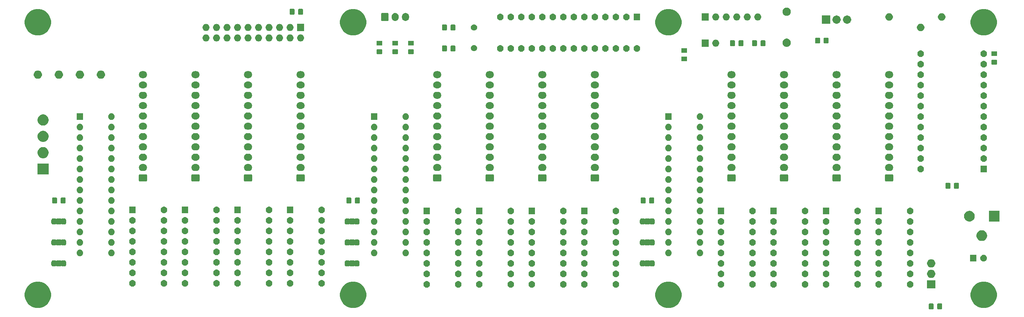
<source format=gbr>
G04 #@! TF.GenerationSoftware,KiCad,Pcbnew,(5.0.2)-1*
G04 #@! TF.CreationDate,2019-02-09T21:32:43-06:00*
G04 #@! TF.ProjectId,Nixie-ProtoBoard,4e697869-652d-4507-926f-746f426f6172,1.0*
G04 #@! TF.SameCoordinates,Original*
G04 #@! TF.FileFunction,Soldermask,Top*
G04 #@! TF.FilePolarity,Negative*
%FSLAX46Y46*%
G04 Gerber Fmt 4.6, Leading zero omitted, Abs format (unit mm)*
G04 Created by KiCad (PCBNEW (5.0.2)-1) date 2/9/2019 9:32:43 PM*
%MOMM*%
%LPD*%
G01*
G04 APERTURE LIST*
%ADD10C,0.100000*%
G04 APERTURE END LIST*
D10*
G36*
X244034522Y-134686039D02*
X244068053Y-134696211D01*
X244098960Y-134712731D01*
X244126043Y-134734957D01*
X244148269Y-134762040D01*
X244164789Y-134792947D01*
X244174961Y-134826478D01*
X244179000Y-134867487D01*
X244179000Y-135896513D01*
X244174961Y-135937522D01*
X244164789Y-135971053D01*
X244148269Y-136001960D01*
X244126043Y-136029043D01*
X244098960Y-136051269D01*
X244068053Y-136067789D01*
X244034522Y-136077961D01*
X243993513Y-136082000D01*
X243214487Y-136082000D01*
X243173478Y-136077961D01*
X243139947Y-136067789D01*
X243109040Y-136051269D01*
X243081957Y-136029043D01*
X243059731Y-136001960D01*
X243043211Y-135971053D01*
X243033039Y-135937522D01*
X243029000Y-135896513D01*
X243029000Y-134867487D01*
X243033039Y-134826478D01*
X243043211Y-134792947D01*
X243059731Y-134762040D01*
X243081957Y-134734957D01*
X243109040Y-134712731D01*
X243139947Y-134696211D01*
X243173478Y-134686039D01*
X243214487Y-134682000D01*
X243993513Y-134682000D01*
X244034522Y-134686039D01*
X244034522Y-134686039D01*
G37*
G36*
X241984522Y-134686039D02*
X242018053Y-134696211D01*
X242048960Y-134712731D01*
X242076043Y-134734957D01*
X242098269Y-134762040D01*
X242114789Y-134792947D01*
X242124961Y-134826478D01*
X242129000Y-134867487D01*
X242129000Y-135896513D01*
X242124961Y-135937522D01*
X242114789Y-135971053D01*
X242098269Y-136001960D01*
X242076043Y-136029043D01*
X242048960Y-136051269D01*
X242018053Y-136067789D01*
X241984522Y-136077961D01*
X241943513Y-136082000D01*
X241164487Y-136082000D01*
X241123478Y-136077961D01*
X241089947Y-136067789D01*
X241059040Y-136051269D01*
X241031957Y-136029043D01*
X241009731Y-136001960D01*
X240993211Y-135971053D01*
X240983039Y-135937522D01*
X240979000Y-135896513D01*
X240979000Y-134867487D01*
X240983039Y-134826478D01*
X240993211Y-134792947D01*
X241009731Y-134762040D01*
X241031957Y-134734957D01*
X241059040Y-134712731D01*
X241089947Y-134696211D01*
X241123478Y-134686039D01*
X241164487Y-134682000D01*
X241943513Y-134682000D01*
X241984522Y-134686039D01*
X241984522Y-134686039D01*
G37*
G36*
X26587405Y-129510974D02*
X27169767Y-129752196D01*
X27693884Y-130102400D01*
X28139600Y-130548116D01*
X28489804Y-131072233D01*
X28731026Y-131654595D01*
X28854000Y-132272826D01*
X28854000Y-132903174D01*
X28731026Y-133521405D01*
X28489804Y-134103767D01*
X28139600Y-134627884D01*
X27693884Y-135073600D01*
X27169767Y-135423804D01*
X26587405Y-135665026D01*
X25969174Y-135788000D01*
X25338826Y-135788000D01*
X24720595Y-135665026D01*
X24138233Y-135423804D01*
X23614116Y-135073600D01*
X23168400Y-134627884D01*
X22818196Y-134103767D01*
X22576974Y-133521405D01*
X22454000Y-132903174D01*
X22454000Y-132272826D01*
X22576974Y-131654595D01*
X22818196Y-131072233D01*
X23168400Y-130548116D01*
X23614116Y-130102400D01*
X24138233Y-129752196D01*
X24720595Y-129510974D01*
X25338826Y-129388000D01*
X25969174Y-129388000D01*
X26587405Y-129510974D01*
X26587405Y-129510974D01*
G37*
G36*
X255187405Y-129510974D02*
X255769767Y-129752196D01*
X256293884Y-130102400D01*
X256739600Y-130548116D01*
X257089804Y-131072233D01*
X257331026Y-131654595D01*
X257454000Y-132272826D01*
X257454000Y-132903174D01*
X257331026Y-133521405D01*
X257089804Y-134103767D01*
X256739600Y-134627884D01*
X256293884Y-135073600D01*
X255769767Y-135423804D01*
X255187405Y-135665026D01*
X254569174Y-135788000D01*
X253938826Y-135788000D01*
X253320595Y-135665026D01*
X252738233Y-135423804D01*
X252214116Y-135073600D01*
X251768400Y-134627884D01*
X251418196Y-134103767D01*
X251176974Y-133521405D01*
X251054000Y-132903174D01*
X251054000Y-132272826D01*
X251176974Y-131654595D01*
X251418196Y-131072233D01*
X251768400Y-130548116D01*
X252214116Y-130102400D01*
X252738233Y-129752196D01*
X253320595Y-129510974D01*
X253938826Y-129388000D01*
X254569174Y-129388000D01*
X255187405Y-129510974D01*
X255187405Y-129510974D01*
G37*
G36*
X102787405Y-129510974D02*
X103369767Y-129752196D01*
X103893884Y-130102400D01*
X104339600Y-130548116D01*
X104689804Y-131072233D01*
X104931026Y-131654595D01*
X105054000Y-132272826D01*
X105054000Y-132903174D01*
X104931026Y-133521405D01*
X104689804Y-134103767D01*
X104339600Y-134627884D01*
X103893884Y-135073600D01*
X103369767Y-135423804D01*
X102787405Y-135665026D01*
X102169174Y-135788000D01*
X101538826Y-135788000D01*
X100920595Y-135665026D01*
X100338233Y-135423804D01*
X99814116Y-135073600D01*
X99368400Y-134627884D01*
X99018196Y-134103767D01*
X98776974Y-133521405D01*
X98654000Y-132903174D01*
X98654000Y-132272826D01*
X98776974Y-131654595D01*
X99018196Y-131072233D01*
X99368400Y-130548116D01*
X99814116Y-130102400D01*
X100338233Y-129752196D01*
X100920595Y-129510974D01*
X101538826Y-129388000D01*
X102169174Y-129388000D01*
X102787405Y-129510974D01*
X102787405Y-129510974D01*
G37*
G36*
X178987405Y-129510974D02*
X179569767Y-129752196D01*
X180093884Y-130102400D01*
X180539600Y-130548116D01*
X180889804Y-131072233D01*
X181131026Y-131654595D01*
X181254000Y-132272826D01*
X181254000Y-132903174D01*
X181131026Y-133521405D01*
X180889804Y-134103767D01*
X180539600Y-134627884D01*
X180093884Y-135073600D01*
X179569767Y-135423804D01*
X178987405Y-135665026D01*
X178369174Y-135788000D01*
X177738826Y-135788000D01*
X177120595Y-135665026D01*
X176538233Y-135423804D01*
X176014116Y-135073600D01*
X175568400Y-134627884D01*
X175218196Y-134103767D01*
X174976974Y-133521405D01*
X174854000Y-132903174D01*
X174854000Y-132272826D01*
X174976974Y-131654595D01*
X175218196Y-131072233D01*
X175568400Y-130548116D01*
X176014116Y-130102400D01*
X176538233Y-129752196D01*
X177120595Y-129510974D01*
X177738826Y-129388000D01*
X178369174Y-129388000D01*
X178987405Y-129510974D01*
X178987405Y-129510974D01*
G37*
G36*
X242554000Y-131048000D02*
X240554000Y-131048000D01*
X240554000Y-129048000D01*
X242554000Y-129048000D01*
X242554000Y-131048000D01*
X242554000Y-131048000D01*
G37*
G36*
X140071649Y-129255717D02*
X140110827Y-129259576D01*
X140186227Y-129282448D01*
X140261629Y-129305321D01*
X140400608Y-129379608D01*
X140522422Y-129479578D01*
X140622392Y-129601392D01*
X140696679Y-129740371D01*
X140696679Y-129740372D01*
X140742424Y-129891173D01*
X140757870Y-130048000D01*
X140742424Y-130204827D01*
X140731570Y-130240608D01*
X140696679Y-130355629D01*
X140622392Y-130494608D01*
X140522422Y-130616422D01*
X140400608Y-130716392D01*
X140261629Y-130790679D01*
X140186228Y-130813551D01*
X140110827Y-130836424D01*
X140071649Y-130840283D01*
X139993295Y-130848000D01*
X139914705Y-130848000D01*
X139836351Y-130840283D01*
X139797173Y-130836424D01*
X139721773Y-130813552D01*
X139646371Y-130790679D01*
X139507392Y-130716392D01*
X139385578Y-130616422D01*
X139285608Y-130494608D01*
X139211321Y-130355629D01*
X139176430Y-130240608D01*
X139165576Y-130204827D01*
X139150130Y-130048000D01*
X139165576Y-129891173D01*
X139211321Y-129740372D01*
X139211321Y-129740371D01*
X139285608Y-129601392D01*
X139385578Y-129479578D01*
X139507392Y-129379608D01*
X139646371Y-129305321D01*
X139721773Y-129282448D01*
X139797173Y-129259576D01*
X139836351Y-129255717D01*
X139914705Y-129248000D01*
X139993295Y-129248000D01*
X140071649Y-129255717D01*
X140071649Y-129255717D01*
G37*
G36*
X216271649Y-129255717D02*
X216310827Y-129259576D01*
X216386227Y-129282448D01*
X216461629Y-129305321D01*
X216600608Y-129379608D01*
X216722422Y-129479578D01*
X216822392Y-129601392D01*
X216896679Y-129740371D01*
X216896679Y-129740372D01*
X216942424Y-129891173D01*
X216957870Y-130048000D01*
X216942424Y-130204827D01*
X216931570Y-130240608D01*
X216896679Y-130355629D01*
X216822392Y-130494608D01*
X216722422Y-130616422D01*
X216600608Y-130716392D01*
X216461629Y-130790679D01*
X216386228Y-130813551D01*
X216310827Y-130836424D01*
X216271649Y-130840283D01*
X216193295Y-130848000D01*
X216114705Y-130848000D01*
X216036351Y-130840283D01*
X215997173Y-130836424D01*
X215921773Y-130813552D01*
X215846371Y-130790679D01*
X215707392Y-130716392D01*
X215585578Y-130616422D01*
X215485608Y-130494608D01*
X215411321Y-130355629D01*
X215376430Y-130240608D01*
X215365576Y-130204827D01*
X215350130Y-130048000D01*
X215365576Y-129891173D01*
X215411321Y-129740372D01*
X215411321Y-129740371D01*
X215485608Y-129601392D01*
X215585578Y-129479578D01*
X215707392Y-129379608D01*
X215846371Y-129305321D01*
X215921773Y-129282448D01*
X215997173Y-129259576D01*
X216036351Y-129255717D01*
X216114705Y-129248000D01*
X216193295Y-129248000D01*
X216271649Y-129255717D01*
X216271649Y-129255717D01*
G37*
G36*
X223891649Y-129255717D02*
X223930827Y-129259576D01*
X224006227Y-129282448D01*
X224081629Y-129305321D01*
X224220608Y-129379608D01*
X224342422Y-129479578D01*
X224442392Y-129601392D01*
X224516679Y-129740371D01*
X224516679Y-129740372D01*
X224562424Y-129891173D01*
X224577870Y-130048000D01*
X224562424Y-130204827D01*
X224551570Y-130240608D01*
X224516679Y-130355629D01*
X224442392Y-130494608D01*
X224342422Y-130616422D01*
X224220608Y-130716392D01*
X224081629Y-130790679D01*
X224006228Y-130813551D01*
X223930827Y-130836424D01*
X223891649Y-130840283D01*
X223813295Y-130848000D01*
X223734705Y-130848000D01*
X223656351Y-130840283D01*
X223617173Y-130836424D01*
X223541773Y-130813552D01*
X223466371Y-130790679D01*
X223327392Y-130716392D01*
X223205578Y-130616422D01*
X223105608Y-130494608D01*
X223031321Y-130355629D01*
X222996430Y-130240608D01*
X222985576Y-130204827D01*
X222970130Y-130048000D01*
X222985576Y-129891173D01*
X223031321Y-129740372D01*
X223031321Y-129740371D01*
X223105608Y-129601392D01*
X223205578Y-129479578D01*
X223327392Y-129379608D01*
X223466371Y-129305321D01*
X223541773Y-129282448D01*
X223617173Y-129259576D01*
X223656351Y-129255717D01*
X223734705Y-129248000D01*
X223813295Y-129248000D01*
X223891649Y-129255717D01*
X223891649Y-129255717D01*
G37*
G36*
X211191649Y-129255717D02*
X211230827Y-129259576D01*
X211306227Y-129282448D01*
X211381629Y-129305321D01*
X211520608Y-129379608D01*
X211642422Y-129479578D01*
X211742392Y-129601392D01*
X211816679Y-129740371D01*
X211816679Y-129740372D01*
X211862424Y-129891173D01*
X211877870Y-130048000D01*
X211862424Y-130204827D01*
X211851570Y-130240608D01*
X211816679Y-130355629D01*
X211742392Y-130494608D01*
X211642422Y-130616422D01*
X211520608Y-130716392D01*
X211381629Y-130790679D01*
X211306228Y-130813551D01*
X211230827Y-130836424D01*
X211191649Y-130840283D01*
X211113295Y-130848000D01*
X211034705Y-130848000D01*
X210956351Y-130840283D01*
X210917173Y-130836424D01*
X210841773Y-130813552D01*
X210766371Y-130790679D01*
X210627392Y-130716392D01*
X210505578Y-130616422D01*
X210405608Y-130494608D01*
X210331321Y-130355629D01*
X210296430Y-130240608D01*
X210285576Y-130204827D01*
X210270130Y-130048000D01*
X210285576Y-129891173D01*
X210331321Y-129740372D01*
X210331321Y-129740371D01*
X210405608Y-129601392D01*
X210505578Y-129479578D01*
X210627392Y-129379608D01*
X210766371Y-129305321D01*
X210841773Y-129282448D01*
X210917173Y-129259576D01*
X210956351Y-129255717D01*
X211034705Y-129248000D01*
X211113295Y-129248000D01*
X211191649Y-129255717D01*
X211191649Y-129255717D01*
G37*
G36*
X228971649Y-129255717D02*
X229010827Y-129259576D01*
X229086227Y-129282448D01*
X229161629Y-129305321D01*
X229300608Y-129379608D01*
X229422422Y-129479578D01*
X229522392Y-129601392D01*
X229596679Y-129740371D01*
X229596679Y-129740372D01*
X229642424Y-129891173D01*
X229657870Y-130048000D01*
X229642424Y-130204827D01*
X229631570Y-130240608D01*
X229596679Y-130355629D01*
X229522392Y-130494608D01*
X229422422Y-130616422D01*
X229300608Y-130716392D01*
X229161629Y-130790679D01*
X229086228Y-130813551D01*
X229010827Y-130836424D01*
X228971649Y-130840283D01*
X228893295Y-130848000D01*
X228814705Y-130848000D01*
X228736351Y-130840283D01*
X228697173Y-130836424D01*
X228621773Y-130813552D01*
X228546371Y-130790679D01*
X228407392Y-130716392D01*
X228285578Y-130616422D01*
X228185608Y-130494608D01*
X228111321Y-130355629D01*
X228076430Y-130240608D01*
X228065576Y-130204827D01*
X228050130Y-130048000D01*
X228065576Y-129891173D01*
X228111321Y-129740372D01*
X228111321Y-129740371D01*
X228185608Y-129601392D01*
X228285578Y-129479578D01*
X228407392Y-129379608D01*
X228546371Y-129305321D01*
X228621773Y-129282448D01*
X228697173Y-129259576D01*
X228736351Y-129255717D01*
X228814705Y-129248000D01*
X228893295Y-129248000D01*
X228971649Y-129255717D01*
X228971649Y-129255717D01*
G37*
G36*
X236591649Y-129255717D02*
X236630827Y-129259576D01*
X236706227Y-129282448D01*
X236781629Y-129305321D01*
X236920608Y-129379608D01*
X237042422Y-129479578D01*
X237142392Y-129601392D01*
X237216679Y-129740371D01*
X237216679Y-129740372D01*
X237262424Y-129891173D01*
X237277870Y-130048000D01*
X237262424Y-130204827D01*
X237251570Y-130240608D01*
X237216679Y-130355629D01*
X237142392Y-130494608D01*
X237042422Y-130616422D01*
X236920608Y-130716392D01*
X236781629Y-130790679D01*
X236706228Y-130813551D01*
X236630827Y-130836424D01*
X236591649Y-130840283D01*
X236513295Y-130848000D01*
X236434705Y-130848000D01*
X236356351Y-130840283D01*
X236317173Y-130836424D01*
X236241773Y-130813552D01*
X236166371Y-130790679D01*
X236027392Y-130716392D01*
X235905578Y-130616422D01*
X235805608Y-130494608D01*
X235731321Y-130355629D01*
X235696430Y-130240608D01*
X235685576Y-130204827D01*
X235670130Y-130048000D01*
X235685576Y-129891173D01*
X235731321Y-129740372D01*
X235731321Y-129740371D01*
X235805608Y-129601392D01*
X235905578Y-129479578D01*
X236027392Y-129379608D01*
X236166371Y-129305321D01*
X236241773Y-129282448D01*
X236317173Y-129259576D01*
X236356351Y-129255717D01*
X236434705Y-129248000D01*
X236513295Y-129248000D01*
X236591649Y-129255717D01*
X236591649Y-129255717D01*
G37*
G36*
X203571649Y-129255717D02*
X203610827Y-129259576D01*
X203686227Y-129282448D01*
X203761629Y-129305321D01*
X203900608Y-129379608D01*
X204022422Y-129479578D01*
X204122392Y-129601392D01*
X204196679Y-129740371D01*
X204196679Y-129740372D01*
X204242424Y-129891173D01*
X204257870Y-130048000D01*
X204242424Y-130204827D01*
X204231570Y-130240608D01*
X204196679Y-130355629D01*
X204122392Y-130494608D01*
X204022422Y-130616422D01*
X203900608Y-130716392D01*
X203761629Y-130790679D01*
X203686228Y-130813551D01*
X203610827Y-130836424D01*
X203571649Y-130840283D01*
X203493295Y-130848000D01*
X203414705Y-130848000D01*
X203336351Y-130840283D01*
X203297173Y-130836424D01*
X203221773Y-130813552D01*
X203146371Y-130790679D01*
X203007392Y-130716392D01*
X202885578Y-130616422D01*
X202785608Y-130494608D01*
X202711321Y-130355629D01*
X202676430Y-130240608D01*
X202665576Y-130204827D01*
X202650130Y-130048000D01*
X202665576Y-129891173D01*
X202711321Y-129740372D01*
X202711321Y-129740371D01*
X202785608Y-129601392D01*
X202885578Y-129479578D01*
X203007392Y-129379608D01*
X203146371Y-129305321D01*
X203221773Y-129282448D01*
X203297173Y-129259576D01*
X203336351Y-129255717D01*
X203414705Y-129248000D01*
X203493295Y-129248000D01*
X203571649Y-129255717D01*
X203571649Y-129255717D01*
G37*
G36*
X127371649Y-129255717D02*
X127410827Y-129259576D01*
X127486227Y-129282448D01*
X127561629Y-129305321D01*
X127700608Y-129379608D01*
X127822422Y-129479578D01*
X127922392Y-129601392D01*
X127996679Y-129740371D01*
X127996679Y-129740372D01*
X128042424Y-129891173D01*
X128057870Y-130048000D01*
X128042424Y-130204827D01*
X128031570Y-130240608D01*
X127996679Y-130355629D01*
X127922392Y-130494608D01*
X127822422Y-130616422D01*
X127700608Y-130716392D01*
X127561629Y-130790679D01*
X127486228Y-130813551D01*
X127410827Y-130836424D01*
X127371649Y-130840283D01*
X127293295Y-130848000D01*
X127214705Y-130848000D01*
X127136351Y-130840283D01*
X127097173Y-130836424D01*
X127021773Y-130813552D01*
X126946371Y-130790679D01*
X126807392Y-130716392D01*
X126685578Y-130616422D01*
X126585608Y-130494608D01*
X126511321Y-130355629D01*
X126476430Y-130240608D01*
X126465576Y-130204827D01*
X126450130Y-130048000D01*
X126465576Y-129891173D01*
X126511321Y-129740372D01*
X126511321Y-129740371D01*
X126585608Y-129601392D01*
X126685578Y-129479578D01*
X126807392Y-129379608D01*
X126946371Y-129305321D01*
X127021773Y-129282448D01*
X127097173Y-129259576D01*
X127136351Y-129255717D01*
X127214705Y-129248000D01*
X127293295Y-129248000D01*
X127371649Y-129255717D01*
X127371649Y-129255717D01*
G37*
G36*
X119751649Y-129255717D02*
X119790827Y-129259576D01*
X119866227Y-129282448D01*
X119941629Y-129305321D01*
X120080608Y-129379608D01*
X120202422Y-129479578D01*
X120302392Y-129601392D01*
X120376679Y-129740371D01*
X120376679Y-129740372D01*
X120422424Y-129891173D01*
X120437870Y-130048000D01*
X120422424Y-130204827D01*
X120411570Y-130240608D01*
X120376679Y-130355629D01*
X120302392Y-130494608D01*
X120202422Y-130616422D01*
X120080608Y-130716392D01*
X119941629Y-130790679D01*
X119866228Y-130813551D01*
X119790827Y-130836424D01*
X119751649Y-130840283D01*
X119673295Y-130848000D01*
X119594705Y-130848000D01*
X119516351Y-130840283D01*
X119477173Y-130836424D01*
X119401773Y-130813552D01*
X119326371Y-130790679D01*
X119187392Y-130716392D01*
X119065578Y-130616422D01*
X118965608Y-130494608D01*
X118891321Y-130355629D01*
X118856430Y-130240608D01*
X118845576Y-130204827D01*
X118830130Y-130048000D01*
X118845576Y-129891173D01*
X118891321Y-129740372D01*
X118891321Y-129740371D01*
X118965608Y-129601392D01*
X119065578Y-129479578D01*
X119187392Y-129379608D01*
X119326371Y-129305321D01*
X119401773Y-129282448D01*
X119477173Y-129259576D01*
X119516351Y-129255717D01*
X119594705Y-129248000D01*
X119673295Y-129248000D01*
X119751649Y-129255717D01*
X119751649Y-129255717D01*
G37*
G36*
X132451649Y-129255717D02*
X132490827Y-129259576D01*
X132566227Y-129282448D01*
X132641629Y-129305321D01*
X132780608Y-129379608D01*
X132902422Y-129479578D01*
X133002392Y-129601392D01*
X133076679Y-129740371D01*
X133076679Y-129740372D01*
X133122424Y-129891173D01*
X133137870Y-130048000D01*
X133122424Y-130204827D01*
X133111570Y-130240608D01*
X133076679Y-130355629D01*
X133002392Y-130494608D01*
X132902422Y-130616422D01*
X132780608Y-130716392D01*
X132641629Y-130790679D01*
X132566228Y-130813551D01*
X132490827Y-130836424D01*
X132451649Y-130840283D01*
X132373295Y-130848000D01*
X132294705Y-130848000D01*
X132216351Y-130840283D01*
X132177173Y-130836424D01*
X132101773Y-130813552D01*
X132026371Y-130790679D01*
X131887392Y-130716392D01*
X131765578Y-130616422D01*
X131665608Y-130494608D01*
X131591321Y-130355629D01*
X131556430Y-130240608D01*
X131545576Y-130204827D01*
X131530130Y-130048000D01*
X131545576Y-129891173D01*
X131591321Y-129740372D01*
X131591321Y-129740371D01*
X131665608Y-129601392D01*
X131765578Y-129479578D01*
X131887392Y-129379608D01*
X132026371Y-129305321D01*
X132101773Y-129282448D01*
X132177173Y-129259576D01*
X132216351Y-129255717D01*
X132294705Y-129248000D01*
X132373295Y-129248000D01*
X132451649Y-129255717D01*
X132451649Y-129255717D01*
G37*
G36*
X152771649Y-129255717D02*
X152810827Y-129259576D01*
X152886227Y-129282448D01*
X152961629Y-129305321D01*
X153100608Y-129379608D01*
X153222422Y-129479578D01*
X153322392Y-129601392D01*
X153396679Y-129740371D01*
X153396679Y-129740372D01*
X153442424Y-129891173D01*
X153457870Y-130048000D01*
X153442424Y-130204827D01*
X153431570Y-130240608D01*
X153396679Y-130355629D01*
X153322392Y-130494608D01*
X153222422Y-130616422D01*
X153100608Y-130716392D01*
X152961629Y-130790679D01*
X152886228Y-130813551D01*
X152810827Y-130836424D01*
X152771649Y-130840283D01*
X152693295Y-130848000D01*
X152614705Y-130848000D01*
X152536351Y-130840283D01*
X152497173Y-130836424D01*
X152421773Y-130813552D01*
X152346371Y-130790679D01*
X152207392Y-130716392D01*
X152085578Y-130616422D01*
X151985608Y-130494608D01*
X151911321Y-130355629D01*
X151876430Y-130240608D01*
X151865576Y-130204827D01*
X151850130Y-130048000D01*
X151865576Y-129891173D01*
X151911321Y-129740372D01*
X151911321Y-129740371D01*
X151985608Y-129601392D01*
X152085578Y-129479578D01*
X152207392Y-129379608D01*
X152346371Y-129305321D01*
X152421773Y-129282448D01*
X152497173Y-129259576D01*
X152536351Y-129255717D01*
X152614705Y-129248000D01*
X152693295Y-129248000D01*
X152771649Y-129255717D01*
X152771649Y-129255717D01*
G37*
G36*
X145151649Y-129255717D02*
X145190827Y-129259576D01*
X145266227Y-129282448D01*
X145341629Y-129305321D01*
X145480608Y-129379608D01*
X145602422Y-129479578D01*
X145702392Y-129601392D01*
X145776679Y-129740371D01*
X145776679Y-129740372D01*
X145822424Y-129891173D01*
X145837870Y-130048000D01*
X145822424Y-130204827D01*
X145811570Y-130240608D01*
X145776679Y-130355629D01*
X145702392Y-130494608D01*
X145602422Y-130616422D01*
X145480608Y-130716392D01*
X145341629Y-130790679D01*
X145266228Y-130813551D01*
X145190827Y-130836424D01*
X145151649Y-130840283D01*
X145073295Y-130848000D01*
X144994705Y-130848000D01*
X144916351Y-130840283D01*
X144877173Y-130836424D01*
X144801773Y-130813552D01*
X144726371Y-130790679D01*
X144587392Y-130716392D01*
X144465578Y-130616422D01*
X144365608Y-130494608D01*
X144291321Y-130355629D01*
X144256430Y-130240608D01*
X144245576Y-130204827D01*
X144230130Y-130048000D01*
X144245576Y-129891173D01*
X144291321Y-129740372D01*
X144291321Y-129740371D01*
X144365608Y-129601392D01*
X144465578Y-129479578D01*
X144587392Y-129379608D01*
X144726371Y-129305321D01*
X144801773Y-129282448D01*
X144877173Y-129259576D01*
X144916351Y-129255717D01*
X144994705Y-129248000D01*
X145073295Y-129248000D01*
X145151649Y-129255717D01*
X145151649Y-129255717D01*
G37*
G36*
X157851649Y-129255717D02*
X157890827Y-129259576D01*
X157966227Y-129282448D01*
X158041629Y-129305321D01*
X158180608Y-129379608D01*
X158302422Y-129479578D01*
X158402392Y-129601392D01*
X158476679Y-129740371D01*
X158476679Y-129740372D01*
X158522424Y-129891173D01*
X158537870Y-130048000D01*
X158522424Y-130204827D01*
X158511570Y-130240608D01*
X158476679Y-130355629D01*
X158402392Y-130494608D01*
X158302422Y-130616422D01*
X158180608Y-130716392D01*
X158041629Y-130790679D01*
X157966228Y-130813551D01*
X157890827Y-130836424D01*
X157851649Y-130840283D01*
X157773295Y-130848000D01*
X157694705Y-130848000D01*
X157616351Y-130840283D01*
X157577173Y-130836424D01*
X157501773Y-130813552D01*
X157426371Y-130790679D01*
X157287392Y-130716392D01*
X157165578Y-130616422D01*
X157065608Y-130494608D01*
X156991321Y-130355629D01*
X156956430Y-130240608D01*
X156945576Y-130204827D01*
X156930130Y-130048000D01*
X156945576Y-129891173D01*
X156991321Y-129740372D01*
X156991321Y-129740371D01*
X157065608Y-129601392D01*
X157165578Y-129479578D01*
X157287392Y-129379608D01*
X157426371Y-129305321D01*
X157501773Y-129282448D01*
X157577173Y-129259576D01*
X157616351Y-129255717D01*
X157694705Y-129248000D01*
X157773295Y-129248000D01*
X157851649Y-129255717D01*
X157851649Y-129255717D01*
G37*
G36*
X165471649Y-129255717D02*
X165510827Y-129259576D01*
X165586227Y-129282448D01*
X165661629Y-129305321D01*
X165800608Y-129379608D01*
X165922422Y-129479578D01*
X166022392Y-129601392D01*
X166096679Y-129740371D01*
X166096679Y-129740372D01*
X166142424Y-129891173D01*
X166157870Y-130048000D01*
X166142424Y-130204827D01*
X166131570Y-130240608D01*
X166096679Y-130355629D01*
X166022392Y-130494608D01*
X165922422Y-130616422D01*
X165800608Y-130716392D01*
X165661629Y-130790679D01*
X165586228Y-130813551D01*
X165510827Y-130836424D01*
X165471649Y-130840283D01*
X165393295Y-130848000D01*
X165314705Y-130848000D01*
X165236351Y-130840283D01*
X165197173Y-130836424D01*
X165121773Y-130813552D01*
X165046371Y-130790679D01*
X164907392Y-130716392D01*
X164785578Y-130616422D01*
X164685608Y-130494608D01*
X164611321Y-130355629D01*
X164576430Y-130240608D01*
X164565576Y-130204827D01*
X164550130Y-130048000D01*
X164565576Y-129891173D01*
X164611321Y-129740372D01*
X164611321Y-129740371D01*
X164685608Y-129601392D01*
X164785578Y-129479578D01*
X164907392Y-129379608D01*
X165046371Y-129305321D01*
X165121773Y-129282448D01*
X165197173Y-129259576D01*
X165236351Y-129255717D01*
X165314705Y-129248000D01*
X165393295Y-129248000D01*
X165471649Y-129255717D01*
X165471649Y-129255717D01*
G37*
G36*
X198491649Y-129255717D02*
X198530827Y-129259576D01*
X198606227Y-129282448D01*
X198681629Y-129305321D01*
X198820608Y-129379608D01*
X198942422Y-129479578D01*
X199042392Y-129601392D01*
X199116679Y-129740371D01*
X199116679Y-129740372D01*
X199162424Y-129891173D01*
X199177870Y-130048000D01*
X199162424Y-130204827D01*
X199151570Y-130240608D01*
X199116679Y-130355629D01*
X199042392Y-130494608D01*
X198942422Y-130616422D01*
X198820608Y-130716392D01*
X198681629Y-130790679D01*
X198606228Y-130813551D01*
X198530827Y-130836424D01*
X198491649Y-130840283D01*
X198413295Y-130848000D01*
X198334705Y-130848000D01*
X198256351Y-130840283D01*
X198217173Y-130836424D01*
X198141773Y-130813552D01*
X198066371Y-130790679D01*
X197927392Y-130716392D01*
X197805578Y-130616422D01*
X197705608Y-130494608D01*
X197631321Y-130355629D01*
X197596430Y-130240608D01*
X197585576Y-130204827D01*
X197570130Y-130048000D01*
X197585576Y-129891173D01*
X197631321Y-129740372D01*
X197631321Y-129740371D01*
X197705608Y-129601392D01*
X197805578Y-129479578D01*
X197927392Y-129379608D01*
X198066371Y-129305321D01*
X198141773Y-129282448D01*
X198217173Y-129259576D01*
X198256351Y-129255717D01*
X198334705Y-129248000D01*
X198413295Y-129248000D01*
X198491649Y-129255717D01*
X198491649Y-129255717D01*
G37*
G36*
X190871649Y-129255717D02*
X190910827Y-129259576D01*
X190986227Y-129282448D01*
X191061629Y-129305321D01*
X191200608Y-129379608D01*
X191322422Y-129479578D01*
X191422392Y-129601392D01*
X191496679Y-129740371D01*
X191496679Y-129740372D01*
X191542424Y-129891173D01*
X191557870Y-130048000D01*
X191542424Y-130204827D01*
X191531570Y-130240608D01*
X191496679Y-130355629D01*
X191422392Y-130494608D01*
X191322422Y-130616422D01*
X191200608Y-130716392D01*
X191061629Y-130790679D01*
X190986228Y-130813551D01*
X190910827Y-130836424D01*
X190871649Y-130840283D01*
X190793295Y-130848000D01*
X190714705Y-130848000D01*
X190636351Y-130840283D01*
X190597173Y-130836424D01*
X190521773Y-130813552D01*
X190446371Y-130790679D01*
X190307392Y-130716392D01*
X190185578Y-130616422D01*
X190085608Y-130494608D01*
X190011321Y-130355629D01*
X189976430Y-130240608D01*
X189965576Y-130204827D01*
X189950130Y-130048000D01*
X189965576Y-129891173D01*
X190011321Y-129740372D01*
X190011321Y-129740371D01*
X190085608Y-129601392D01*
X190185578Y-129479578D01*
X190307392Y-129379608D01*
X190446371Y-129305321D01*
X190521773Y-129282448D01*
X190597173Y-129259576D01*
X190636351Y-129255717D01*
X190714705Y-129248000D01*
X190793295Y-129248000D01*
X190871649Y-129255717D01*
X190871649Y-129255717D01*
G37*
G36*
X74031649Y-129001717D02*
X74070827Y-129005576D01*
X74146228Y-129028449D01*
X74221629Y-129051321D01*
X74360608Y-129125608D01*
X74482422Y-129225578D01*
X74582392Y-129347392D01*
X74656679Y-129486371D01*
X74656679Y-129486372D01*
X74691571Y-129601394D01*
X74702424Y-129637174D01*
X74717870Y-129794000D01*
X74702424Y-129950826D01*
X74656679Y-130101629D01*
X74582392Y-130240608D01*
X74482422Y-130362422D01*
X74360608Y-130462392D01*
X74221629Y-130536679D01*
X74146228Y-130559551D01*
X74070827Y-130582424D01*
X74031649Y-130586283D01*
X73953295Y-130594000D01*
X73874705Y-130594000D01*
X73796351Y-130586283D01*
X73757173Y-130582424D01*
X73681772Y-130559551D01*
X73606371Y-130536679D01*
X73467392Y-130462392D01*
X73345578Y-130362422D01*
X73245608Y-130240608D01*
X73171321Y-130101629D01*
X73125576Y-129950826D01*
X73110130Y-129794000D01*
X73125576Y-129637174D01*
X73136430Y-129601394D01*
X73171321Y-129486372D01*
X73171321Y-129486371D01*
X73245608Y-129347392D01*
X73345578Y-129225578D01*
X73467392Y-129125608D01*
X73606371Y-129051321D01*
X73681772Y-129028449D01*
X73757173Y-129005576D01*
X73796351Y-129001717D01*
X73874705Y-128994000D01*
X73953295Y-128994000D01*
X74031649Y-129001717D01*
X74031649Y-129001717D01*
G37*
G36*
X48631649Y-129001717D02*
X48670827Y-129005576D01*
X48746228Y-129028449D01*
X48821629Y-129051321D01*
X48960608Y-129125608D01*
X49082422Y-129225578D01*
X49182392Y-129347392D01*
X49256679Y-129486371D01*
X49256679Y-129486372D01*
X49291571Y-129601394D01*
X49302424Y-129637174D01*
X49317870Y-129794000D01*
X49302424Y-129950826D01*
X49256679Y-130101629D01*
X49182392Y-130240608D01*
X49082422Y-130362422D01*
X48960608Y-130462392D01*
X48821629Y-130536679D01*
X48746228Y-130559551D01*
X48670827Y-130582424D01*
X48631649Y-130586283D01*
X48553295Y-130594000D01*
X48474705Y-130594000D01*
X48396351Y-130586283D01*
X48357173Y-130582424D01*
X48281772Y-130559551D01*
X48206371Y-130536679D01*
X48067392Y-130462392D01*
X47945578Y-130362422D01*
X47845608Y-130240608D01*
X47771321Y-130101629D01*
X47725576Y-129950826D01*
X47710130Y-129794000D01*
X47725576Y-129637174D01*
X47736430Y-129601394D01*
X47771321Y-129486372D01*
X47771321Y-129486371D01*
X47845608Y-129347392D01*
X47945578Y-129225578D01*
X48067392Y-129125608D01*
X48206371Y-129051321D01*
X48281772Y-129028449D01*
X48357173Y-129005576D01*
X48396351Y-129001717D01*
X48474705Y-128994000D01*
X48553295Y-128994000D01*
X48631649Y-129001717D01*
X48631649Y-129001717D01*
G37*
G36*
X94351649Y-129001717D02*
X94390827Y-129005576D01*
X94466228Y-129028449D01*
X94541629Y-129051321D01*
X94680608Y-129125608D01*
X94802422Y-129225578D01*
X94902392Y-129347392D01*
X94976679Y-129486371D01*
X94976679Y-129486372D01*
X95011571Y-129601394D01*
X95022424Y-129637174D01*
X95037870Y-129794000D01*
X95022424Y-129950826D01*
X94976679Y-130101629D01*
X94902392Y-130240608D01*
X94802422Y-130362422D01*
X94680608Y-130462392D01*
X94541629Y-130536679D01*
X94466228Y-130559551D01*
X94390827Y-130582424D01*
X94351649Y-130586283D01*
X94273295Y-130594000D01*
X94194705Y-130594000D01*
X94116351Y-130586283D01*
X94077173Y-130582424D01*
X94001772Y-130559551D01*
X93926371Y-130536679D01*
X93787392Y-130462392D01*
X93665578Y-130362422D01*
X93565608Y-130240608D01*
X93491321Y-130101629D01*
X93445576Y-129950826D01*
X93430130Y-129794000D01*
X93445576Y-129637174D01*
X93456430Y-129601394D01*
X93491321Y-129486372D01*
X93491321Y-129486371D01*
X93565608Y-129347392D01*
X93665578Y-129225578D01*
X93787392Y-129125608D01*
X93926371Y-129051321D01*
X94001772Y-129028449D01*
X94077173Y-129005576D01*
X94116351Y-129001717D01*
X94194705Y-128994000D01*
X94273295Y-128994000D01*
X94351649Y-129001717D01*
X94351649Y-129001717D01*
G37*
G36*
X86731649Y-129001717D02*
X86770827Y-129005576D01*
X86846228Y-129028449D01*
X86921629Y-129051321D01*
X87060608Y-129125608D01*
X87182422Y-129225578D01*
X87282392Y-129347392D01*
X87356679Y-129486371D01*
X87356679Y-129486372D01*
X87391571Y-129601394D01*
X87402424Y-129637174D01*
X87417870Y-129794000D01*
X87402424Y-129950826D01*
X87356679Y-130101629D01*
X87282392Y-130240608D01*
X87182422Y-130362422D01*
X87060608Y-130462392D01*
X86921629Y-130536679D01*
X86846228Y-130559551D01*
X86770827Y-130582424D01*
X86731649Y-130586283D01*
X86653295Y-130594000D01*
X86574705Y-130594000D01*
X86496351Y-130586283D01*
X86457173Y-130582424D01*
X86381772Y-130559551D01*
X86306371Y-130536679D01*
X86167392Y-130462392D01*
X86045578Y-130362422D01*
X85945608Y-130240608D01*
X85871321Y-130101629D01*
X85825576Y-129950826D01*
X85810130Y-129794000D01*
X85825576Y-129637174D01*
X85836430Y-129601394D01*
X85871321Y-129486372D01*
X85871321Y-129486371D01*
X85945608Y-129347392D01*
X86045578Y-129225578D01*
X86167392Y-129125608D01*
X86306371Y-129051321D01*
X86381772Y-129028449D01*
X86457173Y-129005576D01*
X86496351Y-129001717D01*
X86574705Y-128994000D01*
X86653295Y-128994000D01*
X86731649Y-129001717D01*
X86731649Y-129001717D01*
G37*
G36*
X81651649Y-129001717D02*
X81690827Y-129005576D01*
X81766228Y-129028449D01*
X81841629Y-129051321D01*
X81980608Y-129125608D01*
X82102422Y-129225578D01*
X82202392Y-129347392D01*
X82276679Y-129486371D01*
X82276679Y-129486372D01*
X82311571Y-129601394D01*
X82322424Y-129637174D01*
X82337870Y-129794000D01*
X82322424Y-129950826D01*
X82276679Y-130101629D01*
X82202392Y-130240608D01*
X82102422Y-130362422D01*
X81980608Y-130462392D01*
X81841629Y-130536679D01*
X81766228Y-130559551D01*
X81690827Y-130582424D01*
X81651649Y-130586283D01*
X81573295Y-130594000D01*
X81494705Y-130594000D01*
X81416351Y-130586283D01*
X81377173Y-130582424D01*
X81301772Y-130559551D01*
X81226371Y-130536679D01*
X81087392Y-130462392D01*
X80965578Y-130362422D01*
X80865608Y-130240608D01*
X80791321Y-130101629D01*
X80745576Y-129950826D01*
X80730130Y-129794000D01*
X80745576Y-129637174D01*
X80756430Y-129601394D01*
X80791321Y-129486372D01*
X80791321Y-129486371D01*
X80865608Y-129347392D01*
X80965578Y-129225578D01*
X81087392Y-129125608D01*
X81226371Y-129051321D01*
X81301772Y-129028449D01*
X81377173Y-129005576D01*
X81416351Y-129001717D01*
X81494705Y-128994000D01*
X81573295Y-128994000D01*
X81651649Y-129001717D01*
X81651649Y-129001717D01*
G37*
G36*
X68951649Y-129001717D02*
X68990827Y-129005576D01*
X69066228Y-129028449D01*
X69141629Y-129051321D01*
X69280608Y-129125608D01*
X69402422Y-129225578D01*
X69502392Y-129347392D01*
X69576679Y-129486371D01*
X69576679Y-129486372D01*
X69611571Y-129601394D01*
X69622424Y-129637174D01*
X69637870Y-129794000D01*
X69622424Y-129950826D01*
X69576679Y-130101629D01*
X69502392Y-130240608D01*
X69402422Y-130362422D01*
X69280608Y-130462392D01*
X69141629Y-130536679D01*
X69066228Y-130559551D01*
X68990827Y-130582424D01*
X68951649Y-130586283D01*
X68873295Y-130594000D01*
X68794705Y-130594000D01*
X68716351Y-130586283D01*
X68677173Y-130582424D01*
X68601772Y-130559551D01*
X68526371Y-130536679D01*
X68387392Y-130462392D01*
X68265578Y-130362422D01*
X68165608Y-130240608D01*
X68091321Y-130101629D01*
X68045576Y-129950826D01*
X68030130Y-129794000D01*
X68045576Y-129637174D01*
X68056430Y-129601394D01*
X68091321Y-129486372D01*
X68091321Y-129486371D01*
X68165608Y-129347392D01*
X68265578Y-129225578D01*
X68387392Y-129125608D01*
X68526371Y-129051321D01*
X68601772Y-129028449D01*
X68677173Y-129005576D01*
X68716351Y-129001717D01*
X68794705Y-128994000D01*
X68873295Y-128994000D01*
X68951649Y-129001717D01*
X68951649Y-129001717D01*
G37*
G36*
X56251649Y-129001717D02*
X56290827Y-129005576D01*
X56366228Y-129028449D01*
X56441629Y-129051321D01*
X56580608Y-129125608D01*
X56702422Y-129225578D01*
X56802392Y-129347392D01*
X56876679Y-129486371D01*
X56876679Y-129486372D01*
X56911571Y-129601394D01*
X56922424Y-129637174D01*
X56937870Y-129794000D01*
X56922424Y-129950826D01*
X56876679Y-130101629D01*
X56802392Y-130240608D01*
X56702422Y-130362422D01*
X56580608Y-130462392D01*
X56441629Y-130536679D01*
X56366228Y-130559551D01*
X56290827Y-130582424D01*
X56251649Y-130586283D01*
X56173295Y-130594000D01*
X56094705Y-130594000D01*
X56016351Y-130586283D01*
X55977173Y-130582424D01*
X55901772Y-130559551D01*
X55826371Y-130536679D01*
X55687392Y-130462392D01*
X55565578Y-130362422D01*
X55465608Y-130240608D01*
X55391321Y-130101629D01*
X55345576Y-129950826D01*
X55330130Y-129794000D01*
X55345576Y-129637174D01*
X55356430Y-129601394D01*
X55391321Y-129486372D01*
X55391321Y-129486371D01*
X55465608Y-129347392D01*
X55565578Y-129225578D01*
X55687392Y-129125608D01*
X55826371Y-129051321D01*
X55901772Y-129028449D01*
X55977173Y-129005576D01*
X56016351Y-129001717D01*
X56094705Y-128994000D01*
X56173295Y-128994000D01*
X56251649Y-129001717D01*
X56251649Y-129001717D01*
G37*
G36*
X61331649Y-129001717D02*
X61370827Y-129005576D01*
X61446228Y-129028449D01*
X61521629Y-129051321D01*
X61660608Y-129125608D01*
X61782422Y-129225578D01*
X61882392Y-129347392D01*
X61956679Y-129486371D01*
X61956679Y-129486372D01*
X61991571Y-129601394D01*
X62002424Y-129637174D01*
X62017870Y-129794000D01*
X62002424Y-129950826D01*
X61956679Y-130101629D01*
X61882392Y-130240608D01*
X61782422Y-130362422D01*
X61660608Y-130462392D01*
X61521629Y-130536679D01*
X61446228Y-130559551D01*
X61370827Y-130582424D01*
X61331649Y-130586283D01*
X61253295Y-130594000D01*
X61174705Y-130594000D01*
X61096351Y-130586283D01*
X61057173Y-130582424D01*
X60981772Y-130559551D01*
X60906371Y-130536679D01*
X60767392Y-130462392D01*
X60645578Y-130362422D01*
X60545608Y-130240608D01*
X60471321Y-130101629D01*
X60425576Y-129950826D01*
X60410130Y-129794000D01*
X60425576Y-129637174D01*
X60436430Y-129601394D01*
X60471321Y-129486372D01*
X60471321Y-129486371D01*
X60545608Y-129347392D01*
X60645578Y-129225578D01*
X60767392Y-129125608D01*
X60906371Y-129051321D01*
X60981772Y-129028449D01*
X61057173Y-129005576D01*
X61096351Y-129001717D01*
X61174705Y-128994000D01*
X61253295Y-128994000D01*
X61331649Y-129001717D01*
X61331649Y-129001717D01*
G37*
G36*
X241729770Y-126523372D02*
X241845689Y-126546429D01*
X242027678Y-126621811D01*
X242191463Y-126731249D01*
X242330751Y-126870537D01*
X242440189Y-127034322D01*
X242515571Y-127216311D01*
X242554000Y-127409509D01*
X242554000Y-127606491D01*
X242515571Y-127799689D01*
X242440189Y-127981678D01*
X242330751Y-128145463D01*
X242191463Y-128284751D01*
X242027678Y-128394189D01*
X241845689Y-128469571D01*
X241729770Y-128492628D01*
X241652493Y-128508000D01*
X241455507Y-128508000D01*
X241378230Y-128492628D01*
X241262311Y-128469571D01*
X241080322Y-128394189D01*
X240916537Y-128284751D01*
X240777249Y-128145463D01*
X240667811Y-127981678D01*
X240592429Y-127799689D01*
X240554000Y-127606491D01*
X240554000Y-127409509D01*
X240592429Y-127216311D01*
X240667811Y-127034322D01*
X240777249Y-126870537D01*
X240916537Y-126731249D01*
X241080322Y-126621811D01*
X241262311Y-126546429D01*
X241378230Y-126523372D01*
X241455507Y-126508000D01*
X241652493Y-126508000D01*
X241729770Y-126523372D01*
X241729770Y-126523372D01*
G37*
G36*
X198491649Y-126715717D02*
X198530827Y-126719576D01*
X198606227Y-126742448D01*
X198681629Y-126765321D01*
X198820608Y-126839608D01*
X198942422Y-126939578D01*
X199042392Y-127061392D01*
X199116679Y-127200371D01*
X199116679Y-127200372D01*
X199162424Y-127351173D01*
X199177870Y-127508000D01*
X199162424Y-127664827D01*
X199151570Y-127700608D01*
X199116679Y-127815629D01*
X199042392Y-127954608D01*
X198942422Y-128076422D01*
X198820608Y-128176392D01*
X198681629Y-128250679D01*
X198606228Y-128273551D01*
X198530827Y-128296424D01*
X198491649Y-128300283D01*
X198413295Y-128308000D01*
X198334705Y-128308000D01*
X198256351Y-128300283D01*
X198217173Y-128296424D01*
X198141772Y-128273551D01*
X198066371Y-128250679D01*
X197927392Y-128176392D01*
X197805578Y-128076422D01*
X197705608Y-127954608D01*
X197631321Y-127815629D01*
X197596430Y-127700608D01*
X197585576Y-127664827D01*
X197570130Y-127508000D01*
X197585576Y-127351173D01*
X197631321Y-127200372D01*
X197631321Y-127200371D01*
X197705608Y-127061392D01*
X197805578Y-126939578D01*
X197927392Y-126839608D01*
X198066371Y-126765321D01*
X198141772Y-126742449D01*
X198217173Y-126719576D01*
X198256351Y-126715717D01*
X198334705Y-126708000D01*
X198413295Y-126708000D01*
X198491649Y-126715717D01*
X198491649Y-126715717D01*
G37*
G36*
X119751649Y-126715717D02*
X119790827Y-126719576D01*
X119866227Y-126742448D01*
X119941629Y-126765321D01*
X120080608Y-126839608D01*
X120202422Y-126939578D01*
X120302392Y-127061392D01*
X120376679Y-127200371D01*
X120376679Y-127200372D01*
X120422424Y-127351173D01*
X120437870Y-127508000D01*
X120422424Y-127664827D01*
X120411570Y-127700608D01*
X120376679Y-127815629D01*
X120302392Y-127954608D01*
X120202422Y-128076422D01*
X120080608Y-128176392D01*
X119941629Y-128250679D01*
X119866228Y-128273551D01*
X119790827Y-128296424D01*
X119751649Y-128300283D01*
X119673295Y-128308000D01*
X119594705Y-128308000D01*
X119516351Y-128300283D01*
X119477173Y-128296424D01*
X119401772Y-128273551D01*
X119326371Y-128250679D01*
X119187392Y-128176392D01*
X119065578Y-128076422D01*
X118965608Y-127954608D01*
X118891321Y-127815629D01*
X118856430Y-127700608D01*
X118845576Y-127664827D01*
X118830130Y-127508000D01*
X118845576Y-127351173D01*
X118891321Y-127200372D01*
X118891321Y-127200371D01*
X118965608Y-127061392D01*
X119065578Y-126939578D01*
X119187392Y-126839608D01*
X119326371Y-126765321D01*
X119401772Y-126742449D01*
X119477173Y-126719576D01*
X119516351Y-126715717D01*
X119594705Y-126708000D01*
X119673295Y-126708000D01*
X119751649Y-126715717D01*
X119751649Y-126715717D01*
G37*
G36*
X127371649Y-126715717D02*
X127410827Y-126719576D01*
X127486227Y-126742448D01*
X127561629Y-126765321D01*
X127700608Y-126839608D01*
X127822422Y-126939578D01*
X127922392Y-127061392D01*
X127996679Y-127200371D01*
X127996679Y-127200372D01*
X128042424Y-127351173D01*
X128057870Y-127508000D01*
X128042424Y-127664827D01*
X128031570Y-127700608D01*
X127996679Y-127815629D01*
X127922392Y-127954608D01*
X127822422Y-128076422D01*
X127700608Y-128176392D01*
X127561629Y-128250679D01*
X127486228Y-128273551D01*
X127410827Y-128296424D01*
X127371649Y-128300283D01*
X127293295Y-128308000D01*
X127214705Y-128308000D01*
X127136351Y-128300283D01*
X127097173Y-128296424D01*
X127021772Y-128273551D01*
X126946371Y-128250679D01*
X126807392Y-128176392D01*
X126685578Y-128076422D01*
X126585608Y-127954608D01*
X126511321Y-127815629D01*
X126476430Y-127700608D01*
X126465576Y-127664827D01*
X126450130Y-127508000D01*
X126465576Y-127351173D01*
X126511321Y-127200372D01*
X126511321Y-127200371D01*
X126585608Y-127061392D01*
X126685578Y-126939578D01*
X126807392Y-126839608D01*
X126946371Y-126765321D01*
X127021772Y-126742449D01*
X127097173Y-126719576D01*
X127136351Y-126715717D01*
X127214705Y-126708000D01*
X127293295Y-126708000D01*
X127371649Y-126715717D01*
X127371649Y-126715717D01*
G37*
G36*
X236591649Y-126715717D02*
X236630827Y-126719576D01*
X236706227Y-126742448D01*
X236781629Y-126765321D01*
X236920608Y-126839608D01*
X237042422Y-126939578D01*
X237142392Y-127061392D01*
X237216679Y-127200371D01*
X237216679Y-127200372D01*
X237262424Y-127351173D01*
X237277870Y-127508000D01*
X237262424Y-127664827D01*
X237251570Y-127700608D01*
X237216679Y-127815629D01*
X237142392Y-127954608D01*
X237042422Y-128076422D01*
X236920608Y-128176392D01*
X236781629Y-128250679D01*
X236706228Y-128273551D01*
X236630827Y-128296424D01*
X236591649Y-128300283D01*
X236513295Y-128308000D01*
X236434705Y-128308000D01*
X236356351Y-128300283D01*
X236317173Y-128296424D01*
X236241772Y-128273551D01*
X236166371Y-128250679D01*
X236027392Y-128176392D01*
X235905578Y-128076422D01*
X235805608Y-127954608D01*
X235731321Y-127815629D01*
X235696430Y-127700608D01*
X235685576Y-127664827D01*
X235670130Y-127508000D01*
X235685576Y-127351173D01*
X235731321Y-127200372D01*
X235731321Y-127200371D01*
X235805608Y-127061392D01*
X235905578Y-126939578D01*
X236027392Y-126839608D01*
X236166371Y-126765321D01*
X236241772Y-126742449D01*
X236317173Y-126719576D01*
X236356351Y-126715717D01*
X236434705Y-126708000D01*
X236513295Y-126708000D01*
X236591649Y-126715717D01*
X236591649Y-126715717D01*
G37*
G36*
X228971649Y-126715717D02*
X229010827Y-126719576D01*
X229086227Y-126742448D01*
X229161629Y-126765321D01*
X229300608Y-126839608D01*
X229422422Y-126939578D01*
X229522392Y-127061392D01*
X229596679Y-127200371D01*
X229596679Y-127200372D01*
X229642424Y-127351173D01*
X229657870Y-127508000D01*
X229642424Y-127664827D01*
X229631570Y-127700608D01*
X229596679Y-127815629D01*
X229522392Y-127954608D01*
X229422422Y-128076422D01*
X229300608Y-128176392D01*
X229161629Y-128250679D01*
X229086228Y-128273551D01*
X229010827Y-128296424D01*
X228971649Y-128300283D01*
X228893295Y-128308000D01*
X228814705Y-128308000D01*
X228736351Y-128300283D01*
X228697173Y-128296424D01*
X228621772Y-128273551D01*
X228546371Y-128250679D01*
X228407392Y-128176392D01*
X228285578Y-128076422D01*
X228185608Y-127954608D01*
X228111321Y-127815629D01*
X228076430Y-127700608D01*
X228065576Y-127664827D01*
X228050130Y-127508000D01*
X228065576Y-127351173D01*
X228111321Y-127200372D01*
X228111321Y-127200371D01*
X228185608Y-127061392D01*
X228285578Y-126939578D01*
X228407392Y-126839608D01*
X228546371Y-126765321D01*
X228621772Y-126742449D01*
X228697173Y-126719576D01*
X228736351Y-126715717D01*
X228814705Y-126708000D01*
X228893295Y-126708000D01*
X228971649Y-126715717D01*
X228971649Y-126715717D01*
G37*
G36*
X216271649Y-126715717D02*
X216310827Y-126719576D01*
X216386227Y-126742448D01*
X216461629Y-126765321D01*
X216600608Y-126839608D01*
X216722422Y-126939578D01*
X216822392Y-127061392D01*
X216896679Y-127200371D01*
X216896679Y-127200372D01*
X216942424Y-127351173D01*
X216957870Y-127508000D01*
X216942424Y-127664827D01*
X216931570Y-127700608D01*
X216896679Y-127815629D01*
X216822392Y-127954608D01*
X216722422Y-128076422D01*
X216600608Y-128176392D01*
X216461629Y-128250679D01*
X216386228Y-128273551D01*
X216310827Y-128296424D01*
X216271649Y-128300283D01*
X216193295Y-128308000D01*
X216114705Y-128308000D01*
X216036351Y-128300283D01*
X215997173Y-128296424D01*
X215921772Y-128273551D01*
X215846371Y-128250679D01*
X215707392Y-128176392D01*
X215585578Y-128076422D01*
X215485608Y-127954608D01*
X215411321Y-127815629D01*
X215376430Y-127700608D01*
X215365576Y-127664827D01*
X215350130Y-127508000D01*
X215365576Y-127351173D01*
X215411321Y-127200372D01*
X215411321Y-127200371D01*
X215485608Y-127061392D01*
X215585578Y-126939578D01*
X215707392Y-126839608D01*
X215846371Y-126765321D01*
X215921772Y-126742449D01*
X215997173Y-126719576D01*
X216036351Y-126715717D01*
X216114705Y-126708000D01*
X216193295Y-126708000D01*
X216271649Y-126715717D01*
X216271649Y-126715717D01*
G37*
G36*
X223891649Y-126715717D02*
X223930827Y-126719576D01*
X224006227Y-126742448D01*
X224081629Y-126765321D01*
X224220608Y-126839608D01*
X224342422Y-126939578D01*
X224442392Y-127061392D01*
X224516679Y-127200371D01*
X224516679Y-127200372D01*
X224562424Y-127351173D01*
X224577870Y-127508000D01*
X224562424Y-127664827D01*
X224551570Y-127700608D01*
X224516679Y-127815629D01*
X224442392Y-127954608D01*
X224342422Y-128076422D01*
X224220608Y-128176392D01*
X224081629Y-128250679D01*
X224006228Y-128273551D01*
X223930827Y-128296424D01*
X223891649Y-128300283D01*
X223813295Y-128308000D01*
X223734705Y-128308000D01*
X223656351Y-128300283D01*
X223617173Y-128296424D01*
X223541772Y-128273551D01*
X223466371Y-128250679D01*
X223327392Y-128176392D01*
X223205578Y-128076422D01*
X223105608Y-127954608D01*
X223031321Y-127815629D01*
X222996430Y-127700608D01*
X222985576Y-127664827D01*
X222970130Y-127508000D01*
X222985576Y-127351173D01*
X223031321Y-127200372D01*
X223031321Y-127200371D01*
X223105608Y-127061392D01*
X223205578Y-126939578D01*
X223327392Y-126839608D01*
X223466371Y-126765321D01*
X223541772Y-126742449D01*
X223617173Y-126719576D01*
X223656351Y-126715717D01*
X223734705Y-126708000D01*
X223813295Y-126708000D01*
X223891649Y-126715717D01*
X223891649Y-126715717D01*
G37*
G36*
X211191649Y-126715717D02*
X211230827Y-126719576D01*
X211306227Y-126742448D01*
X211381629Y-126765321D01*
X211520608Y-126839608D01*
X211642422Y-126939578D01*
X211742392Y-127061392D01*
X211816679Y-127200371D01*
X211816679Y-127200372D01*
X211862424Y-127351173D01*
X211877870Y-127508000D01*
X211862424Y-127664827D01*
X211851570Y-127700608D01*
X211816679Y-127815629D01*
X211742392Y-127954608D01*
X211642422Y-128076422D01*
X211520608Y-128176392D01*
X211381629Y-128250679D01*
X211306228Y-128273551D01*
X211230827Y-128296424D01*
X211191649Y-128300283D01*
X211113295Y-128308000D01*
X211034705Y-128308000D01*
X210956351Y-128300283D01*
X210917173Y-128296424D01*
X210841772Y-128273551D01*
X210766371Y-128250679D01*
X210627392Y-128176392D01*
X210505578Y-128076422D01*
X210405608Y-127954608D01*
X210331321Y-127815629D01*
X210296430Y-127700608D01*
X210285576Y-127664827D01*
X210270130Y-127508000D01*
X210285576Y-127351173D01*
X210331321Y-127200372D01*
X210331321Y-127200371D01*
X210405608Y-127061392D01*
X210505578Y-126939578D01*
X210627392Y-126839608D01*
X210766371Y-126765321D01*
X210841772Y-126742449D01*
X210917173Y-126719576D01*
X210956351Y-126715717D01*
X211034705Y-126708000D01*
X211113295Y-126708000D01*
X211191649Y-126715717D01*
X211191649Y-126715717D01*
G37*
G36*
X152771649Y-126715717D02*
X152810827Y-126719576D01*
X152886227Y-126742448D01*
X152961629Y-126765321D01*
X153100608Y-126839608D01*
X153222422Y-126939578D01*
X153322392Y-127061392D01*
X153396679Y-127200371D01*
X153396679Y-127200372D01*
X153442424Y-127351173D01*
X153457870Y-127508000D01*
X153442424Y-127664827D01*
X153431570Y-127700608D01*
X153396679Y-127815629D01*
X153322392Y-127954608D01*
X153222422Y-128076422D01*
X153100608Y-128176392D01*
X152961629Y-128250679D01*
X152886228Y-128273551D01*
X152810827Y-128296424D01*
X152771649Y-128300283D01*
X152693295Y-128308000D01*
X152614705Y-128308000D01*
X152536351Y-128300283D01*
X152497173Y-128296424D01*
X152421772Y-128273551D01*
X152346371Y-128250679D01*
X152207392Y-128176392D01*
X152085578Y-128076422D01*
X151985608Y-127954608D01*
X151911321Y-127815629D01*
X151876430Y-127700608D01*
X151865576Y-127664827D01*
X151850130Y-127508000D01*
X151865576Y-127351173D01*
X151911321Y-127200372D01*
X151911321Y-127200371D01*
X151985608Y-127061392D01*
X152085578Y-126939578D01*
X152207392Y-126839608D01*
X152346371Y-126765321D01*
X152421772Y-126742449D01*
X152497173Y-126719576D01*
X152536351Y-126715717D01*
X152614705Y-126708000D01*
X152693295Y-126708000D01*
X152771649Y-126715717D01*
X152771649Y-126715717D01*
G37*
G36*
X145151649Y-126715717D02*
X145190827Y-126719576D01*
X145266227Y-126742448D01*
X145341629Y-126765321D01*
X145480608Y-126839608D01*
X145602422Y-126939578D01*
X145702392Y-127061392D01*
X145776679Y-127200371D01*
X145776679Y-127200372D01*
X145822424Y-127351173D01*
X145837870Y-127508000D01*
X145822424Y-127664827D01*
X145811570Y-127700608D01*
X145776679Y-127815629D01*
X145702392Y-127954608D01*
X145602422Y-128076422D01*
X145480608Y-128176392D01*
X145341629Y-128250679D01*
X145266228Y-128273551D01*
X145190827Y-128296424D01*
X145151649Y-128300283D01*
X145073295Y-128308000D01*
X144994705Y-128308000D01*
X144916351Y-128300283D01*
X144877173Y-128296424D01*
X144801772Y-128273551D01*
X144726371Y-128250679D01*
X144587392Y-128176392D01*
X144465578Y-128076422D01*
X144365608Y-127954608D01*
X144291321Y-127815629D01*
X144256430Y-127700608D01*
X144245576Y-127664827D01*
X144230130Y-127508000D01*
X144245576Y-127351173D01*
X144291321Y-127200372D01*
X144291321Y-127200371D01*
X144365608Y-127061392D01*
X144465578Y-126939578D01*
X144587392Y-126839608D01*
X144726371Y-126765321D01*
X144801772Y-126742449D01*
X144877173Y-126719576D01*
X144916351Y-126715717D01*
X144994705Y-126708000D01*
X145073295Y-126708000D01*
X145151649Y-126715717D01*
X145151649Y-126715717D01*
G37*
G36*
X165471649Y-126715717D02*
X165510827Y-126719576D01*
X165586227Y-126742448D01*
X165661629Y-126765321D01*
X165800608Y-126839608D01*
X165922422Y-126939578D01*
X166022392Y-127061392D01*
X166096679Y-127200371D01*
X166096679Y-127200372D01*
X166142424Y-127351173D01*
X166157870Y-127508000D01*
X166142424Y-127664827D01*
X166131570Y-127700608D01*
X166096679Y-127815629D01*
X166022392Y-127954608D01*
X165922422Y-128076422D01*
X165800608Y-128176392D01*
X165661629Y-128250679D01*
X165586228Y-128273551D01*
X165510827Y-128296424D01*
X165471649Y-128300283D01*
X165393295Y-128308000D01*
X165314705Y-128308000D01*
X165236351Y-128300283D01*
X165197173Y-128296424D01*
X165121772Y-128273551D01*
X165046371Y-128250679D01*
X164907392Y-128176392D01*
X164785578Y-128076422D01*
X164685608Y-127954608D01*
X164611321Y-127815629D01*
X164576430Y-127700608D01*
X164565576Y-127664827D01*
X164550130Y-127508000D01*
X164565576Y-127351173D01*
X164611321Y-127200372D01*
X164611321Y-127200371D01*
X164685608Y-127061392D01*
X164785578Y-126939578D01*
X164907392Y-126839608D01*
X165046371Y-126765321D01*
X165121772Y-126742449D01*
X165197173Y-126719576D01*
X165236351Y-126715717D01*
X165314705Y-126708000D01*
X165393295Y-126708000D01*
X165471649Y-126715717D01*
X165471649Y-126715717D01*
G37*
G36*
X140071649Y-126715717D02*
X140110827Y-126719576D01*
X140186227Y-126742448D01*
X140261629Y-126765321D01*
X140400608Y-126839608D01*
X140522422Y-126939578D01*
X140622392Y-127061392D01*
X140696679Y-127200371D01*
X140696679Y-127200372D01*
X140742424Y-127351173D01*
X140757870Y-127508000D01*
X140742424Y-127664827D01*
X140731570Y-127700608D01*
X140696679Y-127815629D01*
X140622392Y-127954608D01*
X140522422Y-128076422D01*
X140400608Y-128176392D01*
X140261629Y-128250679D01*
X140186228Y-128273551D01*
X140110827Y-128296424D01*
X140071649Y-128300283D01*
X139993295Y-128308000D01*
X139914705Y-128308000D01*
X139836351Y-128300283D01*
X139797173Y-128296424D01*
X139721772Y-128273551D01*
X139646371Y-128250679D01*
X139507392Y-128176392D01*
X139385578Y-128076422D01*
X139285608Y-127954608D01*
X139211321Y-127815629D01*
X139176430Y-127700608D01*
X139165576Y-127664827D01*
X139150130Y-127508000D01*
X139165576Y-127351173D01*
X139211321Y-127200372D01*
X139211321Y-127200371D01*
X139285608Y-127061392D01*
X139385578Y-126939578D01*
X139507392Y-126839608D01*
X139646371Y-126765321D01*
X139721772Y-126742449D01*
X139797173Y-126719576D01*
X139836351Y-126715717D01*
X139914705Y-126708000D01*
X139993295Y-126708000D01*
X140071649Y-126715717D01*
X140071649Y-126715717D01*
G37*
G36*
X203571649Y-126715717D02*
X203610827Y-126719576D01*
X203686227Y-126742448D01*
X203761629Y-126765321D01*
X203900608Y-126839608D01*
X204022422Y-126939578D01*
X204122392Y-127061392D01*
X204196679Y-127200371D01*
X204196679Y-127200372D01*
X204242424Y-127351173D01*
X204257870Y-127508000D01*
X204242424Y-127664827D01*
X204231570Y-127700608D01*
X204196679Y-127815629D01*
X204122392Y-127954608D01*
X204022422Y-128076422D01*
X203900608Y-128176392D01*
X203761629Y-128250679D01*
X203686228Y-128273551D01*
X203610827Y-128296424D01*
X203571649Y-128300283D01*
X203493295Y-128308000D01*
X203414705Y-128308000D01*
X203336351Y-128300283D01*
X203297173Y-128296424D01*
X203221772Y-128273551D01*
X203146371Y-128250679D01*
X203007392Y-128176392D01*
X202885578Y-128076422D01*
X202785608Y-127954608D01*
X202711321Y-127815629D01*
X202676430Y-127700608D01*
X202665576Y-127664827D01*
X202650130Y-127508000D01*
X202665576Y-127351173D01*
X202711321Y-127200372D01*
X202711321Y-127200371D01*
X202785608Y-127061392D01*
X202885578Y-126939578D01*
X203007392Y-126839608D01*
X203146371Y-126765321D01*
X203221772Y-126742449D01*
X203297173Y-126719576D01*
X203336351Y-126715717D01*
X203414705Y-126708000D01*
X203493295Y-126708000D01*
X203571649Y-126715717D01*
X203571649Y-126715717D01*
G37*
G36*
X132451649Y-126715717D02*
X132490827Y-126719576D01*
X132566227Y-126742448D01*
X132641629Y-126765321D01*
X132780608Y-126839608D01*
X132902422Y-126939578D01*
X133002392Y-127061392D01*
X133076679Y-127200371D01*
X133076679Y-127200372D01*
X133122424Y-127351173D01*
X133137870Y-127508000D01*
X133122424Y-127664827D01*
X133111570Y-127700608D01*
X133076679Y-127815629D01*
X133002392Y-127954608D01*
X132902422Y-128076422D01*
X132780608Y-128176392D01*
X132641629Y-128250679D01*
X132566228Y-128273551D01*
X132490827Y-128296424D01*
X132451649Y-128300283D01*
X132373295Y-128308000D01*
X132294705Y-128308000D01*
X132216351Y-128300283D01*
X132177173Y-128296424D01*
X132101772Y-128273551D01*
X132026371Y-128250679D01*
X131887392Y-128176392D01*
X131765578Y-128076422D01*
X131665608Y-127954608D01*
X131591321Y-127815629D01*
X131556430Y-127700608D01*
X131545576Y-127664827D01*
X131530130Y-127508000D01*
X131545576Y-127351173D01*
X131591321Y-127200372D01*
X131591321Y-127200371D01*
X131665608Y-127061392D01*
X131765578Y-126939578D01*
X131887392Y-126839608D01*
X132026371Y-126765321D01*
X132101772Y-126742449D01*
X132177173Y-126719576D01*
X132216351Y-126715717D01*
X132294705Y-126708000D01*
X132373295Y-126708000D01*
X132451649Y-126715717D01*
X132451649Y-126715717D01*
G37*
G36*
X157851649Y-126715717D02*
X157890827Y-126719576D01*
X157966227Y-126742448D01*
X158041629Y-126765321D01*
X158180608Y-126839608D01*
X158302422Y-126939578D01*
X158402392Y-127061392D01*
X158476679Y-127200371D01*
X158476679Y-127200372D01*
X158522424Y-127351173D01*
X158537870Y-127508000D01*
X158522424Y-127664827D01*
X158511570Y-127700608D01*
X158476679Y-127815629D01*
X158402392Y-127954608D01*
X158302422Y-128076422D01*
X158180608Y-128176392D01*
X158041629Y-128250679D01*
X157966228Y-128273551D01*
X157890827Y-128296424D01*
X157851649Y-128300283D01*
X157773295Y-128308000D01*
X157694705Y-128308000D01*
X157616351Y-128300283D01*
X157577173Y-128296424D01*
X157501772Y-128273551D01*
X157426371Y-128250679D01*
X157287392Y-128176392D01*
X157165578Y-128076422D01*
X157065608Y-127954608D01*
X156991321Y-127815629D01*
X156956430Y-127700608D01*
X156945576Y-127664827D01*
X156930130Y-127508000D01*
X156945576Y-127351173D01*
X156991321Y-127200372D01*
X156991321Y-127200371D01*
X157065608Y-127061392D01*
X157165578Y-126939578D01*
X157287392Y-126839608D01*
X157426371Y-126765321D01*
X157501772Y-126742449D01*
X157577173Y-126719576D01*
X157616351Y-126715717D01*
X157694705Y-126708000D01*
X157773295Y-126708000D01*
X157851649Y-126715717D01*
X157851649Y-126715717D01*
G37*
G36*
X190871649Y-126715717D02*
X190910827Y-126719576D01*
X190986227Y-126742448D01*
X191061629Y-126765321D01*
X191200608Y-126839608D01*
X191322422Y-126939578D01*
X191422392Y-127061392D01*
X191496679Y-127200371D01*
X191496679Y-127200372D01*
X191542424Y-127351173D01*
X191557870Y-127508000D01*
X191542424Y-127664827D01*
X191531570Y-127700608D01*
X191496679Y-127815629D01*
X191422392Y-127954608D01*
X191322422Y-128076422D01*
X191200608Y-128176392D01*
X191061629Y-128250679D01*
X190986228Y-128273551D01*
X190910827Y-128296424D01*
X190871649Y-128300283D01*
X190793295Y-128308000D01*
X190714705Y-128308000D01*
X190636351Y-128300283D01*
X190597173Y-128296424D01*
X190521772Y-128273551D01*
X190446371Y-128250679D01*
X190307392Y-128176392D01*
X190185578Y-128076422D01*
X190085608Y-127954608D01*
X190011321Y-127815629D01*
X189976430Y-127700608D01*
X189965576Y-127664827D01*
X189950130Y-127508000D01*
X189965576Y-127351173D01*
X190011321Y-127200372D01*
X190011321Y-127200371D01*
X190085608Y-127061392D01*
X190185578Y-126939578D01*
X190307392Y-126839608D01*
X190446371Y-126765321D01*
X190521772Y-126742449D01*
X190597173Y-126719576D01*
X190636351Y-126715717D01*
X190714705Y-126708000D01*
X190793295Y-126708000D01*
X190871649Y-126715717D01*
X190871649Y-126715717D01*
G37*
G36*
X81651649Y-126461717D02*
X81690827Y-126465576D01*
X81766227Y-126488448D01*
X81841629Y-126511321D01*
X81980608Y-126585608D01*
X82102422Y-126685578D01*
X82202392Y-126807392D01*
X82276679Y-126946371D01*
X82276679Y-126946372D01*
X82311571Y-127061394D01*
X82322424Y-127097174D01*
X82337870Y-127254000D01*
X82322424Y-127410826D01*
X82276679Y-127561629D01*
X82202392Y-127700608D01*
X82102422Y-127822422D01*
X81980608Y-127922392D01*
X81841629Y-127996679D01*
X81766228Y-128019551D01*
X81690827Y-128042424D01*
X81651649Y-128046283D01*
X81573295Y-128054000D01*
X81494705Y-128054000D01*
X81416351Y-128046283D01*
X81377173Y-128042424D01*
X81301772Y-128019551D01*
X81226371Y-127996679D01*
X81087392Y-127922392D01*
X80965578Y-127822422D01*
X80865608Y-127700608D01*
X80791321Y-127561629D01*
X80745576Y-127410826D01*
X80730130Y-127254000D01*
X80745576Y-127097174D01*
X80756430Y-127061394D01*
X80791321Y-126946372D01*
X80791321Y-126946371D01*
X80865608Y-126807392D01*
X80965578Y-126685578D01*
X81087392Y-126585608D01*
X81226371Y-126511321D01*
X81301773Y-126488448D01*
X81377173Y-126465576D01*
X81416351Y-126461717D01*
X81494705Y-126454000D01*
X81573295Y-126454000D01*
X81651649Y-126461717D01*
X81651649Y-126461717D01*
G37*
G36*
X74031649Y-126461717D02*
X74070827Y-126465576D01*
X74146227Y-126488448D01*
X74221629Y-126511321D01*
X74360608Y-126585608D01*
X74482422Y-126685578D01*
X74582392Y-126807392D01*
X74656679Y-126946371D01*
X74656679Y-126946372D01*
X74691571Y-127061394D01*
X74702424Y-127097174D01*
X74717870Y-127254000D01*
X74702424Y-127410826D01*
X74656679Y-127561629D01*
X74582392Y-127700608D01*
X74482422Y-127822422D01*
X74360608Y-127922392D01*
X74221629Y-127996679D01*
X74146228Y-128019551D01*
X74070827Y-128042424D01*
X74031649Y-128046283D01*
X73953295Y-128054000D01*
X73874705Y-128054000D01*
X73796351Y-128046283D01*
X73757173Y-128042424D01*
X73681772Y-128019551D01*
X73606371Y-127996679D01*
X73467392Y-127922392D01*
X73345578Y-127822422D01*
X73245608Y-127700608D01*
X73171321Y-127561629D01*
X73125576Y-127410826D01*
X73110130Y-127254000D01*
X73125576Y-127097174D01*
X73136430Y-127061394D01*
X73171321Y-126946372D01*
X73171321Y-126946371D01*
X73245608Y-126807392D01*
X73345578Y-126685578D01*
X73467392Y-126585608D01*
X73606371Y-126511321D01*
X73681773Y-126488448D01*
X73757173Y-126465576D01*
X73796351Y-126461717D01*
X73874705Y-126454000D01*
X73953295Y-126454000D01*
X74031649Y-126461717D01*
X74031649Y-126461717D01*
G37*
G36*
X56251649Y-126461717D02*
X56290827Y-126465576D01*
X56366227Y-126488448D01*
X56441629Y-126511321D01*
X56580608Y-126585608D01*
X56702422Y-126685578D01*
X56802392Y-126807392D01*
X56876679Y-126946371D01*
X56876679Y-126946372D01*
X56911571Y-127061394D01*
X56922424Y-127097174D01*
X56937870Y-127254000D01*
X56922424Y-127410826D01*
X56876679Y-127561629D01*
X56802392Y-127700608D01*
X56702422Y-127822422D01*
X56580608Y-127922392D01*
X56441629Y-127996679D01*
X56366228Y-128019551D01*
X56290827Y-128042424D01*
X56251649Y-128046283D01*
X56173295Y-128054000D01*
X56094705Y-128054000D01*
X56016351Y-128046283D01*
X55977173Y-128042424D01*
X55901772Y-128019551D01*
X55826371Y-127996679D01*
X55687392Y-127922392D01*
X55565578Y-127822422D01*
X55465608Y-127700608D01*
X55391321Y-127561629D01*
X55345576Y-127410826D01*
X55330130Y-127254000D01*
X55345576Y-127097174D01*
X55356430Y-127061394D01*
X55391321Y-126946372D01*
X55391321Y-126946371D01*
X55465608Y-126807392D01*
X55565578Y-126685578D01*
X55687392Y-126585608D01*
X55826371Y-126511321D01*
X55901773Y-126488448D01*
X55977173Y-126465576D01*
X56016351Y-126461717D01*
X56094705Y-126454000D01*
X56173295Y-126454000D01*
X56251649Y-126461717D01*
X56251649Y-126461717D01*
G37*
G36*
X94351649Y-126461717D02*
X94390827Y-126465576D01*
X94466227Y-126488448D01*
X94541629Y-126511321D01*
X94680608Y-126585608D01*
X94802422Y-126685578D01*
X94902392Y-126807392D01*
X94976679Y-126946371D01*
X94976679Y-126946372D01*
X95011571Y-127061394D01*
X95022424Y-127097174D01*
X95037870Y-127254000D01*
X95022424Y-127410826D01*
X94976679Y-127561629D01*
X94902392Y-127700608D01*
X94802422Y-127822422D01*
X94680608Y-127922392D01*
X94541629Y-127996679D01*
X94466228Y-128019551D01*
X94390827Y-128042424D01*
X94351649Y-128046283D01*
X94273295Y-128054000D01*
X94194705Y-128054000D01*
X94116351Y-128046283D01*
X94077173Y-128042424D01*
X94001772Y-128019551D01*
X93926371Y-127996679D01*
X93787392Y-127922392D01*
X93665578Y-127822422D01*
X93565608Y-127700608D01*
X93491321Y-127561629D01*
X93445576Y-127410826D01*
X93430130Y-127254000D01*
X93445576Y-127097174D01*
X93456430Y-127061394D01*
X93491321Y-126946372D01*
X93491321Y-126946371D01*
X93565608Y-126807392D01*
X93665578Y-126685578D01*
X93787392Y-126585608D01*
X93926371Y-126511321D01*
X94001773Y-126488448D01*
X94077173Y-126465576D01*
X94116351Y-126461717D01*
X94194705Y-126454000D01*
X94273295Y-126454000D01*
X94351649Y-126461717D01*
X94351649Y-126461717D01*
G37*
G36*
X61331649Y-126461717D02*
X61370827Y-126465576D01*
X61446227Y-126488448D01*
X61521629Y-126511321D01*
X61660608Y-126585608D01*
X61782422Y-126685578D01*
X61882392Y-126807392D01*
X61956679Y-126946371D01*
X61956679Y-126946372D01*
X61991571Y-127061394D01*
X62002424Y-127097174D01*
X62017870Y-127254000D01*
X62002424Y-127410826D01*
X61956679Y-127561629D01*
X61882392Y-127700608D01*
X61782422Y-127822422D01*
X61660608Y-127922392D01*
X61521629Y-127996679D01*
X61446228Y-128019551D01*
X61370827Y-128042424D01*
X61331649Y-128046283D01*
X61253295Y-128054000D01*
X61174705Y-128054000D01*
X61096351Y-128046283D01*
X61057173Y-128042424D01*
X60981772Y-128019551D01*
X60906371Y-127996679D01*
X60767392Y-127922392D01*
X60645578Y-127822422D01*
X60545608Y-127700608D01*
X60471321Y-127561629D01*
X60425576Y-127410826D01*
X60410130Y-127254000D01*
X60425576Y-127097174D01*
X60436430Y-127061394D01*
X60471321Y-126946372D01*
X60471321Y-126946371D01*
X60545608Y-126807392D01*
X60645578Y-126685578D01*
X60767392Y-126585608D01*
X60906371Y-126511321D01*
X60981773Y-126488448D01*
X61057173Y-126465576D01*
X61096351Y-126461717D01*
X61174705Y-126454000D01*
X61253295Y-126454000D01*
X61331649Y-126461717D01*
X61331649Y-126461717D01*
G37*
G36*
X86731649Y-126461717D02*
X86770827Y-126465576D01*
X86846227Y-126488448D01*
X86921629Y-126511321D01*
X87060608Y-126585608D01*
X87182422Y-126685578D01*
X87282392Y-126807392D01*
X87356679Y-126946371D01*
X87356679Y-126946372D01*
X87391571Y-127061394D01*
X87402424Y-127097174D01*
X87417870Y-127254000D01*
X87402424Y-127410826D01*
X87356679Y-127561629D01*
X87282392Y-127700608D01*
X87182422Y-127822422D01*
X87060608Y-127922392D01*
X86921629Y-127996679D01*
X86846228Y-128019551D01*
X86770827Y-128042424D01*
X86731649Y-128046283D01*
X86653295Y-128054000D01*
X86574705Y-128054000D01*
X86496351Y-128046283D01*
X86457173Y-128042424D01*
X86381772Y-128019551D01*
X86306371Y-127996679D01*
X86167392Y-127922392D01*
X86045578Y-127822422D01*
X85945608Y-127700608D01*
X85871321Y-127561629D01*
X85825576Y-127410826D01*
X85810130Y-127254000D01*
X85825576Y-127097174D01*
X85836430Y-127061394D01*
X85871321Y-126946372D01*
X85871321Y-126946371D01*
X85945608Y-126807392D01*
X86045578Y-126685578D01*
X86167392Y-126585608D01*
X86306371Y-126511321D01*
X86381773Y-126488448D01*
X86457173Y-126465576D01*
X86496351Y-126461717D01*
X86574705Y-126454000D01*
X86653295Y-126454000D01*
X86731649Y-126461717D01*
X86731649Y-126461717D01*
G37*
G36*
X48631649Y-126461717D02*
X48670827Y-126465576D01*
X48746227Y-126488448D01*
X48821629Y-126511321D01*
X48960608Y-126585608D01*
X49082422Y-126685578D01*
X49182392Y-126807392D01*
X49256679Y-126946371D01*
X49256679Y-126946372D01*
X49291571Y-127061394D01*
X49302424Y-127097174D01*
X49317870Y-127254000D01*
X49302424Y-127410826D01*
X49256679Y-127561629D01*
X49182392Y-127700608D01*
X49082422Y-127822422D01*
X48960608Y-127922392D01*
X48821629Y-127996679D01*
X48746228Y-128019551D01*
X48670827Y-128042424D01*
X48631649Y-128046283D01*
X48553295Y-128054000D01*
X48474705Y-128054000D01*
X48396351Y-128046283D01*
X48357173Y-128042424D01*
X48281772Y-128019551D01*
X48206371Y-127996679D01*
X48067392Y-127922392D01*
X47945578Y-127822422D01*
X47845608Y-127700608D01*
X47771321Y-127561629D01*
X47725576Y-127410826D01*
X47710130Y-127254000D01*
X47725576Y-127097174D01*
X47736430Y-127061394D01*
X47771321Y-126946372D01*
X47771321Y-126946371D01*
X47845608Y-126807392D01*
X47945578Y-126685578D01*
X48067392Y-126585608D01*
X48206371Y-126511321D01*
X48281773Y-126488448D01*
X48357173Y-126465576D01*
X48396351Y-126461717D01*
X48474705Y-126454000D01*
X48553295Y-126454000D01*
X48631649Y-126461717D01*
X48631649Y-126461717D01*
G37*
G36*
X68951649Y-126461717D02*
X68990827Y-126465576D01*
X69066227Y-126488448D01*
X69141629Y-126511321D01*
X69280608Y-126585608D01*
X69402422Y-126685578D01*
X69502392Y-126807392D01*
X69576679Y-126946371D01*
X69576679Y-126946372D01*
X69611571Y-127061394D01*
X69622424Y-127097174D01*
X69637870Y-127254000D01*
X69622424Y-127410826D01*
X69576679Y-127561629D01*
X69502392Y-127700608D01*
X69402422Y-127822422D01*
X69280608Y-127922392D01*
X69141629Y-127996679D01*
X69066228Y-128019551D01*
X68990827Y-128042424D01*
X68951649Y-128046283D01*
X68873295Y-128054000D01*
X68794705Y-128054000D01*
X68716351Y-128046283D01*
X68677173Y-128042424D01*
X68601772Y-128019551D01*
X68526371Y-127996679D01*
X68387392Y-127922392D01*
X68265578Y-127822422D01*
X68165608Y-127700608D01*
X68091321Y-127561629D01*
X68045576Y-127410826D01*
X68030130Y-127254000D01*
X68045576Y-127097174D01*
X68056430Y-127061394D01*
X68091321Y-126946372D01*
X68091321Y-126946371D01*
X68165608Y-126807392D01*
X68265578Y-126685578D01*
X68387392Y-126585608D01*
X68526371Y-126511321D01*
X68601773Y-126488448D01*
X68677173Y-126465576D01*
X68716351Y-126461717D01*
X68794705Y-126454000D01*
X68873295Y-126454000D01*
X68951649Y-126461717D01*
X68951649Y-126461717D01*
G37*
G36*
X241729770Y-123983372D02*
X241845689Y-124006429D01*
X242027678Y-124081811D01*
X242191463Y-124191249D01*
X242330751Y-124330537D01*
X242440189Y-124494322D01*
X242515571Y-124676311D01*
X242554000Y-124869509D01*
X242554000Y-125066491D01*
X242515571Y-125259689D01*
X242440189Y-125441678D01*
X242330751Y-125605463D01*
X242191463Y-125744751D01*
X242027678Y-125854189D01*
X241845689Y-125929571D01*
X241729770Y-125952628D01*
X241652493Y-125968000D01*
X241455507Y-125968000D01*
X241378230Y-125952628D01*
X241262311Y-125929571D01*
X241080322Y-125854189D01*
X240916537Y-125744751D01*
X240777249Y-125605463D01*
X240667811Y-125441678D01*
X240592429Y-125259689D01*
X240554000Y-125066491D01*
X240554000Y-124869509D01*
X240592429Y-124676311D01*
X240667811Y-124494322D01*
X240777249Y-124330537D01*
X240916537Y-124191249D01*
X241080322Y-124081811D01*
X241262311Y-124006429D01*
X241378230Y-123983372D01*
X241455507Y-123968000D01*
X241652493Y-123968000D01*
X241729770Y-123983372D01*
X241729770Y-123983372D01*
G37*
G36*
X157851649Y-124175717D02*
X157890827Y-124179576D01*
X157966227Y-124202448D01*
X158041629Y-124225321D01*
X158180608Y-124299608D01*
X158302422Y-124399578D01*
X158402392Y-124521392D01*
X158476679Y-124660371D01*
X158476679Y-124660372D01*
X158522424Y-124811173D01*
X158537870Y-124968000D01*
X158522424Y-125124827D01*
X158511570Y-125160608D01*
X158476679Y-125275629D01*
X158402392Y-125414608D01*
X158302422Y-125536422D01*
X158180608Y-125636392D01*
X158041629Y-125710679D01*
X157966227Y-125733552D01*
X157890827Y-125756424D01*
X157851649Y-125760283D01*
X157773295Y-125768000D01*
X157694705Y-125768000D01*
X157616351Y-125760283D01*
X157577173Y-125756424D01*
X157501773Y-125733552D01*
X157426371Y-125710679D01*
X157287392Y-125636392D01*
X157165578Y-125536422D01*
X157065608Y-125414608D01*
X156991321Y-125275629D01*
X156956430Y-125160608D01*
X156945576Y-125124827D01*
X156930130Y-124968000D01*
X156945576Y-124811173D01*
X156991321Y-124660372D01*
X156991321Y-124660371D01*
X157065608Y-124521392D01*
X157165578Y-124399578D01*
X157287392Y-124299608D01*
X157426371Y-124225321D01*
X157501772Y-124202449D01*
X157577173Y-124179576D01*
X157616351Y-124175717D01*
X157694705Y-124168000D01*
X157773295Y-124168000D01*
X157851649Y-124175717D01*
X157851649Y-124175717D01*
G37*
G36*
X203571649Y-124175717D02*
X203610827Y-124179576D01*
X203686227Y-124202448D01*
X203761629Y-124225321D01*
X203900608Y-124299608D01*
X204022422Y-124399578D01*
X204122392Y-124521392D01*
X204196679Y-124660371D01*
X204196679Y-124660372D01*
X204242424Y-124811173D01*
X204257870Y-124968000D01*
X204242424Y-125124827D01*
X204231570Y-125160608D01*
X204196679Y-125275629D01*
X204122392Y-125414608D01*
X204022422Y-125536422D01*
X203900608Y-125636392D01*
X203761629Y-125710679D01*
X203686227Y-125733552D01*
X203610827Y-125756424D01*
X203571649Y-125760283D01*
X203493295Y-125768000D01*
X203414705Y-125768000D01*
X203336351Y-125760283D01*
X203297173Y-125756424D01*
X203221773Y-125733552D01*
X203146371Y-125710679D01*
X203007392Y-125636392D01*
X202885578Y-125536422D01*
X202785608Y-125414608D01*
X202711321Y-125275629D01*
X202676430Y-125160608D01*
X202665576Y-125124827D01*
X202650130Y-124968000D01*
X202665576Y-124811173D01*
X202711321Y-124660372D01*
X202711321Y-124660371D01*
X202785608Y-124521392D01*
X202885578Y-124399578D01*
X203007392Y-124299608D01*
X203146371Y-124225321D01*
X203221772Y-124202449D01*
X203297173Y-124179576D01*
X203336351Y-124175717D01*
X203414705Y-124168000D01*
X203493295Y-124168000D01*
X203571649Y-124175717D01*
X203571649Y-124175717D01*
G37*
G36*
X145151649Y-124175717D02*
X145190827Y-124179576D01*
X145266227Y-124202448D01*
X145341629Y-124225321D01*
X145480608Y-124299608D01*
X145602422Y-124399578D01*
X145702392Y-124521392D01*
X145776679Y-124660371D01*
X145776679Y-124660372D01*
X145822424Y-124811173D01*
X145837870Y-124968000D01*
X145822424Y-125124827D01*
X145811570Y-125160608D01*
X145776679Y-125275629D01*
X145702392Y-125414608D01*
X145602422Y-125536422D01*
X145480608Y-125636392D01*
X145341629Y-125710679D01*
X145266227Y-125733552D01*
X145190827Y-125756424D01*
X145151649Y-125760283D01*
X145073295Y-125768000D01*
X144994705Y-125768000D01*
X144916351Y-125760283D01*
X144877173Y-125756424D01*
X144801773Y-125733552D01*
X144726371Y-125710679D01*
X144587392Y-125636392D01*
X144465578Y-125536422D01*
X144365608Y-125414608D01*
X144291321Y-125275629D01*
X144256430Y-125160608D01*
X144245576Y-125124827D01*
X144230130Y-124968000D01*
X144245576Y-124811173D01*
X144291321Y-124660372D01*
X144291321Y-124660371D01*
X144365608Y-124521392D01*
X144465578Y-124399578D01*
X144587392Y-124299608D01*
X144726371Y-124225321D01*
X144801772Y-124202449D01*
X144877173Y-124179576D01*
X144916351Y-124175717D01*
X144994705Y-124168000D01*
X145073295Y-124168000D01*
X145151649Y-124175717D01*
X145151649Y-124175717D01*
G37*
G36*
X165471649Y-124175717D02*
X165510827Y-124179576D01*
X165586227Y-124202448D01*
X165661629Y-124225321D01*
X165800608Y-124299608D01*
X165922422Y-124399578D01*
X166022392Y-124521392D01*
X166096679Y-124660371D01*
X166096679Y-124660372D01*
X166142424Y-124811173D01*
X166157870Y-124968000D01*
X166142424Y-125124827D01*
X166131570Y-125160608D01*
X166096679Y-125275629D01*
X166022392Y-125414608D01*
X165922422Y-125536422D01*
X165800608Y-125636392D01*
X165661629Y-125710679D01*
X165586227Y-125733552D01*
X165510827Y-125756424D01*
X165471649Y-125760283D01*
X165393295Y-125768000D01*
X165314705Y-125768000D01*
X165236351Y-125760283D01*
X165197173Y-125756424D01*
X165121773Y-125733552D01*
X165046371Y-125710679D01*
X164907392Y-125636392D01*
X164785578Y-125536422D01*
X164685608Y-125414608D01*
X164611321Y-125275629D01*
X164576430Y-125160608D01*
X164565576Y-125124827D01*
X164550130Y-124968000D01*
X164565576Y-124811173D01*
X164611321Y-124660372D01*
X164611321Y-124660371D01*
X164685608Y-124521392D01*
X164785578Y-124399578D01*
X164907392Y-124299608D01*
X165046371Y-124225321D01*
X165121772Y-124202449D01*
X165197173Y-124179576D01*
X165236351Y-124175717D01*
X165314705Y-124168000D01*
X165393295Y-124168000D01*
X165471649Y-124175717D01*
X165471649Y-124175717D01*
G37*
G36*
X119751649Y-124175717D02*
X119790827Y-124179576D01*
X119866227Y-124202448D01*
X119941629Y-124225321D01*
X120080608Y-124299608D01*
X120202422Y-124399578D01*
X120302392Y-124521392D01*
X120376679Y-124660371D01*
X120376679Y-124660372D01*
X120422424Y-124811173D01*
X120437870Y-124968000D01*
X120422424Y-125124827D01*
X120411570Y-125160608D01*
X120376679Y-125275629D01*
X120302392Y-125414608D01*
X120202422Y-125536422D01*
X120080608Y-125636392D01*
X119941629Y-125710679D01*
X119866227Y-125733552D01*
X119790827Y-125756424D01*
X119751649Y-125760283D01*
X119673295Y-125768000D01*
X119594705Y-125768000D01*
X119516351Y-125760283D01*
X119477173Y-125756424D01*
X119401773Y-125733552D01*
X119326371Y-125710679D01*
X119187392Y-125636392D01*
X119065578Y-125536422D01*
X118965608Y-125414608D01*
X118891321Y-125275629D01*
X118856430Y-125160608D01*
X118845576Y-125124827D01*
X118830130Y-124968000D01*
X118845576Y-124811173D01*
X118891321Y-124660372D01*
X118891321Y-124660371D01*
X118965608Y-124521392D01*
X119065578Y-124399578D01*
X119187392Y-124299608D01*
X119326371Y-124225321D01*
X119401773Y-124202448D01*
X119477173Y-124179576D01*
X119516351Y-124175717D01*
X119594705Y-124168000D01*
X119673295Y-124168000D01*
X119751649Y-124175717D01*
X119751649Y-124175717D01*
G37*
G36*
X236591649Y-124175717D02*
X236630827Y-124179576D01*
X236706227Y-124202448D01*
X236781629Y-124225321D01*
X236920608Y-124299608D01*
X237042422Y-124399578D01*
X237142392Y-124521392D01*
X237216679Y-124660371D01*
X237216679Y-124660372D01*
X237262424Y-124811173D01*
X237277870Y-124968000D01*
X237262424Y-125124827D01*
X237251570Y-125160608D01*
X237216679Y-125275629D01*
X237142392Y-125414608D01*
X237042422Y-125536422D01*
X236920608Y-125636392D01*
X236781629Y-125710679D01*
X236706227Y-125733552D01*
X236630827Y-125756424D01*
X236591649Y-125760283D01*
X236513295Y-125768000D01*
X236434705Y-125768000D01*
X236356351Y-125760283D01*
X236317173Y-125756424D01*
X236241773Y-125733552D01*
X236166371Y-125710679D01*
X236027392Y-125636392D01*
X235905578Y-125536422D01*
X235805608Y-125414608D01*
X235731321Y-125275629D01*
X235696430Y-125160608D01*
X235685576Y-125124827D01*
X235670130Y-124968000D01*
X235685576Y-124811173D01*
X235731321Y-124660372D01*
X235731321Y-124660371D01*
X235805608Y-124521392D01*
X235905578Y-124399578D01*
X236027392Y-124299608D01*
X236166371Y-124225321D01*
X236241772Y-124202449D01*
X236317173Y-124179576D01*
X236356351Y-124175717D01*
X236434705Y-124168000D01*
X236513295Y-124168000D01*
X236591649Y-124175717D01*
X236591649Y-124175717D01*
G37*
G36*
X127371649Y-124175717D02*
X127410827Y-124179576D01*
X127486227Y-124202448D01*
X127561629Y-124225321D01*
X127700608Y-124299608D01*
X127822422Y-124399578D01*
X127922392Y-124521392D01*
X127996679Y-124660371D01*
X127996679Y-124660372D01*
X128042424Y-124811173D01*
X128057870Y-124968000D01*
X128042424Y-125124827D01*
X128031570Y-125160608D01*
X127996679Y-125275629D01*
X127922392Y-125414608D01*
X127822422Y-125536422D01*
X127700608Y-125636392D01*
X127561629Y-125710679D01*
X127486227Y-125733552D01*
X127410827Y-125756424D01*
X127371649Y-125760283D01*
X127293295Y-125768000D01*
X127214705Y-125768000D01*
X127136351Y-125760283D01*
X127097173Y-125756424D01*
X127021773Y-125733552D01*
X126946371Y-125710679D01*
X126807392Y-125636392D01*
X126685578Y-125536422D01*
X126585608Y-125414608D01*
X126511321Y-125275629D01*
X126476430Y-125160608D01*
X126465576Y-125124827D01*
X126450130Y-124968000D01*
X126465576Y-124811173D01*
X126511321Y-124660372D01*
X126511321Y-124660371D01*
X126585608Y-124521392D01*
X126685578Y-124399578D01*
X126807392Y-124299608D01*
X126946371Y-124225321D01*
X127021773Y-124202448D01*
X127097173Y-124179576D01*
X127136351Y-124175717D01*
X127214705Y-124168000D01*
X127293295Y-124168000D01*
X127371649Y-124175717D01*
X127371649Y-124175717D01*
G37*
G36*
X132451649Y-124175717D02*
X132490827Y-124179576D01*
X132566227Y-124202448D01*
X132641629Y-124225321D01*
X132780608Y-124299608D01*
X132902422Y-124399578D01*
X133002392Y-124521392D01*
X133076679Y-124660371D01*
X133076679Y-124660372D01*
X133122424Y-124811173D01*
X133137870Y-124968000D01*
X133122424Y-125124827D01*
X133111570Y-125160608D01*
X133076679Y-125275629D01*
X133002392Y-125414608D01*
X132902422Y-125536422D01*
X132780608Y-125636392D01*
X132641629Y-125710679D01*
X132566227Y-125733552D01*
X132490827Y-125756424D01*
X132451649Y-125760283D01*
X132373295Y-125768000D01*
X132294705Y-125768000D01*
X132216351Y-125760283D01*
X132177173Y-125756424D01*
X132101773Y-125733552D01*
X132026371Y-125710679D01*
X131887392Y-125636392D01*
X131765578Y-125536422D01*
X131665608Y-125414608D01*
X131591321Y-125275629D01*
X131556430Y-125160608D01*
X131545576Y-125124827D01*
X131530130Y-124968000D01*
X131545576Y-124811173D01*
X131591321Y-124660372D01*
X131591321Y-124660371D01*
X131665608Y-124521392D01*
X131765578Y-124399578D01*
X131887392Y-124299608D01*
X132026371Y-124225321D01*
X132101772Y-124202449D01*
X132177173Y-124179576D01*
X132216351Y-124175717D01*
X132294705Y-124168000D01*
X132373295Y-124168000D01*
X132451649Y-124175717D01*
X132451649Y-124175717D01*
G37*
G36*
X216271649Y-124175717D02*
X216310827Y-124179576D01*
X216386227Y-124202448D01*
X216461629Y-124225321D01*
X216600608Y-124299608D01*
X216722422Y-124399578D01*
X216822392Y-124521392D01*
X216896679Y-124660371D01*
X216896679Y-124660372D01*
X216942424Y-124811173D01*
X216957870Y-124968000D01*
X216942424Y-125124827D01*
X216931570Y-125160608D01*
X216896679Y-125275629D01*
X216822392Y-125414608D01*
X216722422Y-125536422D01*
X216600608Y-125636392D01*
X216461629Y-125710679D01*
X216386227Y-125733552D01*
X216310827Y-125756424D01*
X216271649Y-125760283D01*
X216193295Y-125768000D01*
X216114705Y-125768000D01*
X216036351Y-125760283D01*
X215997173Y-125756424D01*
X215921773Y-125733552D01*
X215846371Y-125710679D01*
X215707392Y-125636392D01*
X215585578Y-125536422D01*
X215485608Y-125414608D01*
X215411321Y-125275629D01*
X215376430Y-125160608D01*
X215365576Y-125124827D01*
X215350130Y-124968000D01*
X215365576Y-124811173D01*
X215411321Y-124660372D01*
X215411321Y-124660371D01*
X215485608Y-124521392D01*
X215585578Y-124399578D01*
X215707392Y-124299608D01*
X215846371Y-124225321D01*
X215921772Y-124202449D01*
X215997173Y-124179576D01*
X216036351Y-124175717D01*
X216114705Y-124168000D01*
X216193295Y-124168000D01*
X216271649Y-124175717D01*
X216271649Y-124175717D01*
G37*
G36*
X140071649Y-124175717D02*
X140110827Y-124179576D01*
X140186227Y-124202448D01*
X140261629Y-124225321D01*
X140400608Y-124299608D01*
X140522422Y-124399578D01*
X140622392Y-124521392D01*
X140696679Y-124660371D01*
X140696679Y-124660372D01*
X140742424Y-124811173D01*
X140757870Y-124968000D01*
X140742424Y-125124827D01*
X140731570Y-125160608D01*
X140696679Y-125275629D01*
X140622392Y-125414608D01*
X140522422Y-125536422D01*
X140400608Y-125636392D01*
X140261629Y-125710679D01*
X140186227Y-125733552D01*
X140110827Y-125756424D01*
X140071649Y-125760283D01*
X139993295Y-125768000D01*
X139914705Y-125768000D01*
X139836351Y-125760283D01*
X139797173Y-125756424D01*
X139721773Y-125733552D01*
X139646371Y-125710679D01*
X139507392Y-125636392D01*
X139385578Y-125536422D01*
X139285608Y-125414608D01*
X139211321Y-125275629D01*
X139176430Y-125160608D01*
X139165576Y-125124827D01*
X139150130Y-124968000D01*
X139165576Y-124811173D01*
X139211321Y-124660372D01*
X139211321Y-124660371D01*
X139285608Y-124521392D01*
X139385578Y-124399578D01*
X139507392Y-124299608D01*
X139646371Y-124225321D01*
X139721772Y-124202449D01*
X139797173Y-124179576D01*
X139836351Y-124175717D01*
X139914705Y-124168000D01*
X139993295Y-124168000D01*
X140071649Y-124175717D01*
X140071649Y-124175717D01*
G37*
G36*
X223891649Y-124175717D02*
X223930827Y-124179576D01*
X224006227Y-124202448D01*
X224081629Y-124225321D01*
X224220608Y-124299608D01*
X224342422Y-124399578D01*
X224442392Y-124521392D01*
X224516679Y-124660371D01*
X224516679Y-124660372D01*
X224562424Y-124811173D01*
X224577870Y-124968000D01*
X224562424Y-125124827D01*
X224551570Y-125160608D01*
X224516679Y-125275629D01*
X224442392Y-125414608D01*
X224342422Y-125536422D01*
X224220608Y-125636392D01*
X224081629Y-125710679D01*
X224006227Y-125733552D01*
X223930827Y-125756424D01*
X223891649Y-125760283D01*
X223813295Y-125768000D01*
X223734705Y-125768000D01*
X223656351Y-125760283D01*
X223617173Y-125756424D01*
X223541773Y-125733552D01*
X223466371Y-125710679D01*
X223327392Y-125636392D01*
X223205578Y-125536422D01*
X223105608Y-125414608D01*
X223031321Y-125275629D01*
X222996430Y-125160608D01*
X222985576Y-125124827D01*
X222970130Y-124968000D01*
X222985576Y-124811173D01*
X223031321Y-124660372D01*
X223031321Y-124660371D01*
X223105608Y-124521392D01*
X223205578Y-124399578D01*
X223327392Y-124299608D01*
X223466371Y-124225321D01*
X223541772Y-124202449D01*
X223617173Y-124179576D01*
X223656351Y-124175717D01*
X223734705Y-124168000D01*
X223813295Y-124168000D01*
X223891649Y-124175717D01*
X223891649Y-124175717D01*
G37*
G36*
X228971649Y-124175717D02*
X229010827Y-124179576D01*
X229086227Y-124202448D01*
X229161629Y-124225321D01*
X229300608Y-124299608D01*
X229422422Y-124399578D01*
X229522392Y-124521392D01*
X229596679Y-124660371D01*
X229596679Y-124660372D01*
X229642424Y-124811173D01*
X229657870Y-124968000D01*
X229642424Y-125124827D01*
X229631570Y-125160608D01*
X229596679Y-125275629D01*
X229522392Y-125414608D01*
X229422422Y-125536422D01*
X229300608Y-125636392D01*
X229161629Y-125710679D01*
X229086227Y-125733552D01*
X229010827Y-125756424D01*
X228971649Y-125760283D01*
X228893295Y-125768000D01*
X228814705Y-125768000D01*
X228736351Y-125760283D01*
X228697173Y-125756424D01*
X228621773Y-125733552D01*
X228546371Y-125710679D01*
X228407392Y-125636392D01*
X228285578Y-125536422D01*
X228185608Y-125414608D01*
X228111321Y-125275629D01*
X228076430Y-125160608D01*
X228065576Y-125124827D01*
X228050130Y-124968000D01*
X228065576Y-124811173D01*
X228111321Y-124660372D01*
X228111321Y-124660371D01*
X228185608Y-124521392D01*
X228285578Y-124399578D01*
X228407392Y-124299608D01*
X228546371Y-124225321D01*
X228621772Y-124202449D01*
X228697173Y-124179576D01*
X228736351Y-124175717D01*
X228814705Y-124168000D01*
X228893295Y-124168000D01*
X228971649Y-124175717D01*
X228971649Y-124175717D01*
G37*
G36*
X211191649Y-124175717D02*
X211230827Y-124179576D01*
X211306227Y-124202448D01*
X211381629Y-124225321D01*
X211520608Y-124299608D01*
X211642422Y-124399578D01*
X211742392Y-124521392D01*
X211816679Y-124660371D01*
X211816679Y-124660372D01*
X211862424Y-124811173D01*
X211877870Y-124968000D01*
X211862424Y-125124827D01*
X211851570Y-125160608D01*
X211816679Y-125275629D01*
X211742392Y-125414608D01*
X211642422Y-125536422D01*
X211520608Y-125636392D01*
X211381629Y-125710679D01*
X211306227Y-125733552D01*
X211230827Y-125756424D01*
X211191649Y-125760283D01*
X211113295Y-125768000D01*
X211034705Y-125768000D01*
X210956351Y-125760283D01*
X210917173Y-125756424D01*
X210841773Y-125733552D01*
X210766371Y-125710679D01*
X210627392Y-125636392D01*
X210505578Y-125536422D01*
X210405608Y-125414608D01*
X210331321Y-125275629D01*
X210296430Y-125160608D01*
X210285576Y-125124827D01*
X210270130Y-124968000D01*
X210285576Y-124811173D01*
X210331321Y-124660372D01*
X210331321Y-124660371D01*
X210405608Y-124521392D01*
X210505578Y-124399578D01*
X210627392Y-124299608D01*
X210766371Y-124225321D01*
X210841772Y-124202449D01*
X210917173Y-124179576D01*
X210956351Y-124175717D01*
X211034705Y-124168000D01*
X211113295Y-124168000D01*
X211191649Y-124175717D01*
X211191649Y-124175717D01*
G37*
G36*
X152771649Y-124175717D02*
X152810827Y-124179576D01*
X152886227Y-124202448D01*
X152961629Y-124225321D01*
X153100608Y-124299608D01*
X153222422Y-124399578D01*
X153322392Y-124521392D01*
X153396679Y-124660371D01*
X153396679Y-124660372D01*
X153442424Y-124811173D01*
X153457870Y-124968000D01*
X153442424Y-125124827D01*
X153431570Y-125160608D01*
X153396679Y-125275629D01*
X153322392Y-125414608D01*
X153222422Y-125536422D01*
X153100608Y-125636392D01*
X152961629Y-125710679D01*
X152886227Y-125733552D01*
X152810827Y-125756424D01*
X152771649Y-125760283D01*
X152693295Y-125768000D01*
X152614705Y-125768000D01*
X152536351Y-125760283D01*
X152497173Y-125756424D01*
X152421773Y-125733552D01*
X152346371Y-125710679D01*
X152207392Y-125636392D01*
X152085578Y-125536422D01*
X151985608Y-125414608D01*
X151911321Y-125275629D01*
X151876430Y-125160608D01*
X151865576Y-125124827D01*
X151850130Y-124968000D01*
X151865576Y-124811173D01*
X151911321Y-124660372D01*
X151911321Y-124660371D01*
X151985608Y-124521392D01*
X152085578Y-124399578D01*
X152207392Y-124299608D01*
X152346371Y-124225321D01*
X152421772Y-124202449D01*
X152497173Y-124179576D01*
X152536351Y-124175717D01*
X152614705Y-124168000D01*
X152693295Y-124168000D01*
X152771649Y-124175717D01*
X152771649Y-124175717D01*
G37*
G36*
X190871649Y-124175717D02*
X190910827Y-124179576D01*
X190986227Y-124202448D01*
X191061629Y-124225321D01*
X191200608Y-124299608D01*
X191322422Y-124399578D01*
X191422392Y-124521392D01*
X191496679Y-124660371D01*
X191496679Y-124660372D01*
X191542424Y-124811173D01*
X191557870Y-124968000D01*
X191542424Y-125124827D01*
X191531570Y-125160608D01*
X191496679Y-125275629D01*
X191422392Y-125414608D01*
X191322422Y-125536422D01*
X191200608Y-125636392D01*
X191061629Y-125710679D01*
X190986227Y-125733552D01*
X190910827Y-125756424D01*
X190871649Y-125760283D01*
X190793295Y-125768000D01*
X190714705Y-125768000D01*
X190636351Y-125760283D01*
X190597173Y-125756424D01*
X190521773Y-125733552D01*
X190446371Y-125710679D01*
X190307392Y-125636392D01*
X190185578Y-125536422D01*
X190085608Y-125414608D01*
X190011321Y-125275629D01*
X189976430Y-125160608D01*
X189965576Y-125124827D01*
X189950130Y-124968000D01*
X189965576Y-124811173D01*
X190011321Y-124660372D01*
X190011321Y-124660371D01*
X190085608Y-124521392D01*
X190185578Y-124399578D01*
X190307392Y-124299608D01*
X190446371Y-124225321D01*
X190521772Y-124202449D01*
X190597173Y-124179576D01*
X190636351Y-124175717D01*
X190714705Y-124168000D01*
X190793295Y-124168000D01*
X190871649Y-124175717D01*
X190871649Y-124175717D01*
G37*
G36*
X198491649Y-124175717D02*
X198530827Y-124179576D01*
X198606227Y-124202448D01*
X198681629Y-124225321D01*
X198820608Y-124299608D01*
X198942422Y-124399578D01*
X199042392Y-124521392D01*
X199116679Y-124660371D01*
X199116679Y-124660372D01*
X199162424Y-124811173D01*
X199177870Y-124968000D01*
X199162424Y-125124827D01*
X199151570Y-125160608D01*
X199116679Y-125275629D01*
X199042392Y-125414608D01*
X198942422Y-125536422D01*
X198820608Y-125636392D01*
X198681629Y-125710679D01*
X198606227Y-125733552D01*
X198530827Y-125756424D01*
X198491649Y-125760283D01*
X198413295Y-125768000D01*
X198334705Y-125768000D01*
X198256351Y-125760283D01*
X198217173Y-125756424D01*
X198141773Y-125733552D01*
X198066371Y-125710679D01*
X197927392Y-125636392D01*
X197805578Y-125536422D01*
X197705608Y-125414608D01*
X197631321Y-125275629D01*
X197596430Y-125160608D01*
X197585576Y-125124827D01*
X197570130Y-124968000D01*
X197585576Y-124811173D01*
X197631321Y-124660372D01*
X197631321Y-124660371D01*
X197705608Y-124521392D01*
X197805578Y-124399578D01*
X197927392Y-124299608D01*
X198066371Y-124225321D01*
X198141772Y-124202449D01*
X198217173Y-124179576D01*
X198256351Y-124175717D01*
X198334705Y-124168000D01*
X198413295Y-124168000D01*
X198491649Y-124175717D01*
X198491649Y-124175717D01*
G37*
G36*
X100849999Y-124217999D02*
X100849998Y-124217999D01*
X100850000Y-124218000D01*
X100850001Y-124218001D01*
X100850602Y-124224106D01*
X100855382Y-124248140D01*
X100864759Y-124270779D01*
X100878372Y-124291154D01*
X100895699Y-124308481D01*
X100916074Y-124322095D01*
X100938712Y-124331473D01*
X100962746Y-124336254D01*
X100987250Y-124336254D01*
X101011284Y-124331474D01*
X101033923Y-124322097D01*
X101054298Y-124308484D01*
X101071625Y-124291157D01*
X101085239Y-124270782D01*
X101094617Y-124248144D01*
X101099398Y-124224110D01*
X101099698Y-124218000D01*
X102100605Y-124218000D01*
X102102402Y-124236242D01*
X102109515Y-124259691D01*
X102121066Y-124281302D01*
X102136612Y-124300244D01*
X102155554Y-124315790D01*
X102177165Y-124327341D01*
X102200614Y-124334454D01*
X102225000Y-124336856D01*
X102249386Y-124334454D01*
X102272835Y-124327341D01*
X102294446Y-124315790D01*
X102313388Y-124300244D01*
X102328934Y-124281302D01*
X102340485Y-124259691D01*
X102347598Y-124236242D01*
X102349398Y-124224106D01*
X102349999Y-124218001D01*
X102350000Y-124218000D01*
X102350002Y-124217999D01*
X102350001Y-124217999D01*
X102356137Y-124217395D01*
X102893863Y-124217395D01*
X102912203Y-124219201D01*
X102924453Y-124219803D01*
X102942872Y-124219803D01*
X102955150Y-124221012D01*
X103039232Y-124237737D01*
X103051048Y-124241322D01*
X103130255Y-124274130D01*
X103141140Y-124279947D01*
X103212425Y-124327579D01*
X103221973Y-124335415D01*
X103282585Y-124396027D01*
X103290421Y-124405575D01*
X103338053Y-124476860D01*
X103343870Y-124487745D01*
X103376678Y-124566952D01*
X103380263Y-124578768D01*
X103396988Y-124662850D01*
X103398197Y-124675128D01*
X103398197Y-124693547D01*
X103398799Y-124705797D01*
X103400605Y-124724137D01*
X103400605Y-125211863D01*
X103398799Y-125230203D01*
X103398197Y-125242453D01*
X103398197Y-125260872D01*
X103396988Y-125273150D01*
X103380263Y-125357232D01*
X103376678Y-125369048D01*
X103343870Y-125448255D01*
X103338053Y-125459140D01*
X103290421Y-125530425D01*
X103282585Y-125539973D01*
X103221973Y-125600585D01*
X103212425Y-125608421D01*
X103141140Y-125656053D01*
X103130255Y-125661870D01*
X103051048Y-125694678D01*
X103039232Y-125698263D01*
X102955150Y-125714988D01*
X102942872Y-125716197D01*
X102924453Y-125716197D01*
X102912203Y-125716799D01*
X102893863Y-125718605D01*
X102356137Y-125718605D01*
X102350001Y-125718001D01*
X102349999Y-125717999D01*
X102349398Y-125711894D01*
X102344618Y-125687860D01*
X102335241Y-125665221D01*
X102321628Y-125644846D01*
X102304301Y-125627519D01*
X102283926Y-125613905D01*
X102261288Y-125604527D01*
X102237254Y-125599746D01*
X102212750Y-125599746D01*
X102188716Y-125604526D01*
X102166077Y-125613903D01*
X102145702Y-125627516D01*
X102128375Y-125644843D01*
X102114761Y-125665218D01*
X102105383Y-125687856D01*
X102100602Y-125711890D01*
X102100302Y-125718000D01*
X101099395Y-125718000D01*
X101097598Y-125699758D01*
X101090485Y-125676309D01*
X101078934Y-125654698D01*
X101063388Y-125635756D01*
X101044446Y-125620210D01*
X101022835Y-125608659D01*
X100999386Y-125601546D01*
X100975000Y-125599144D01*
X100950614Y-125601546D01*
X100927165Y-125608659D01*
X100905554Y-125620210D01*
X100886612Y-125635756D01*
X100871066Y-125654698D01*
X100859515Y-125676309D01*
X100852402Y-125699758D01*
X100850602Y-125711894D01*
X100850001Y-125717999D01*
X100849999Y-125718001D01*
X100843863Y-125718605D01*
X100306137Y-125718605D01*
X100287797Y-125716799D01*
X100275547Y-125716197D01*
X100257128Y-125716197D01*
X100244850Y-125714988D01*
X100160768Y-125698263D01*
X100148952Y-125694678D01*
X100069745Y-125661870D01*
X100058860Y-125656053D01*
X99987575Y-125608421D01*
X99978027Y-125600585D01*
X99917415Y-125539973D01*
X99909579Y-125530425D01*
X99861947Y-125459140D01*
X99856130Y-125448255D01*
X99823322Y-125369048D01*
X99819737Y-125357232D01*
X99803012Y-125273150D01*
X99801803Y-125260872D01*
X99801803Y-125242453D01*
X99801201Y-125230203D01*
X99799395Y-125211863D01*
X99799395Y-124724137D01*
X99801201Y-124705797D01*
X99801803Y-124693547D01*
X99801803Y-124675128D01*
X99803012Y-124662850D01*
X99819737Y-124578768D01*
X99823322Y-124566952D01*
X99856130Y-124487745D01*
X99861947Y-124476860D01*
X99909579Y-124405575D01*
X99917415Y-124396027D01*
X99978027Y-124335415D01*
X99987575Y-124327579D01*
X100058860Y-124279947D01*
X100069745Y-124274130D01*
X100148952Y-124241322D01*
X100160768Y-124237737D01*
X100244850Y-124221012D01*
X100257128Y-124219803D01*
X100275547Y-124219803D01*
X100287797Y-124219201D01*
X100306137Y-124217395D01*
X100843863Y-124217395D01*
X100849999Y-124217999D01*
X100849999Y-124217999D01*
G37*
G36*
X172193999Y-124217999D02*
X172193998Y-124217999D01*
X172194000Y-124218000D01*
X172194001Y-124218001D01*
X172194602Y-124224106D01*
X172199382Y-124248140D01*
X172208759Y-124270779D01*
X172222372Y-124291154D01*
X172239699Y-124308481D01*
X172260074Y-124322095D01*
X172282712Y-124331473D01*
X172306746Y-124336254D01*
X172331250Y-124336254D01*
X172355284Y-124331474D01*
X172377923Y-124322097D01*
X172398298Y-124308484D01*
X172415625Y-124291157D01*
X172429239Y-124270782D01*
X172438617Y-124248144D01*
X172443398Y-124224110D01*
X172443698Y-124218000D01*
X173444605Y-124218000D01*
X173446402Y-124236242D01*
X173453515Y-124259691D01*
X173465066Y-124281302D01*
X173480612Y-124300244D01*
X173499554Y-124315790D01*
X173521165Y-124327341D01*
X173544614Y-124334454D01*
X173569000Y-124336856D01*
X173593386Y-124334454D01*
X173616835Y-124327341D01*
X173638446Y-124315790D01*
X173657388Y-124300244D01*
X173672934Y-124281302D01*
X173684485Y-124259691D01*
X173691598Y-124236242D01*
X173693398Y-124224106D01*
X173693999Y-124218001D01*
X173694000Y-124218000D01*
X173694002Y-124217999D01*
X173694001Y-124217999D01*
X173700137Y-124217395D01*
X174237863Y-124217395D01*
X174256203Y-124219201D01*
X174268453Y-124219803D01*
X174286872Y-124219803D01*
X174299150Y-124221012D01*
X174383232Y-124237737D01*
X174395048Y-124241322D01*
X174474255Y-124274130D01*
X174485140Y-124279947D01*
X174556425Y-124327579D01*
X174565973Y-124335415D01*
X174626585Y-124396027D01*
X174634421Y-124405575D01*
X174682053Y-124476860D01*
X174687870Y-124487745D01*
X174720678Y-124566952D01*
X174724263Y-124578768D01*
X174740988Y-124662850D01*
X174742197Y-124675128D01*
X174742197Y-124693547D01*
X174742799Y-124705797D01*
X174744605Y-124724137D01*
X174744605Y-125211863D01*
X174742799Y-125230203D01*
X174742197Y-125242453D01*
X174742197Y-125260872D01*
X174740988Y-125273150D01*
X174724263Y-125357232D01*
X174720678Y-125369048D01*
X174687870Y-125448255D01*
X174682053Y-125459140D01*
X174634421Y-125530425D01*
X174626585Y-125539973D01*
X174565973Y-125600585D01*
X174556425Y-125608421D01*
X174485140Y-125656053D01*
X174474255Y-125661870D01*
X174395048Y-125694678D01*
X174383232Y-125698263D01*
X174299150Y-125714988D01*
X174286872Y-125716197D01*
X174268453Y-125716197D01*
X174256203Y-125716799D01*
X174237863Y-125718605D01*
X173700137Y-125718605D01*
X173694001Y-125718001D01*
X173693999Y-125717999D01*
X173693398Y-125711894D01*
X173688618Y-125687860D01*
X173679241Y-125665221D01*
X173665628Y-125644846D01*
X173648301Y-125627519D01*
X173627926Y-125613905D01*
X173605288Y-125604527D01*
X173581254Y-125599746D01*
X173556750Y-125599746D01*
X173532716Y-125604526D01*
X173510077Y-125613903D01*
X173489702Y-125627516D01*
X173472375Y-125644843D01*
X173458761Y-125665218D01*
X173449383Y-125687856D01*
X173444602Y-125711890D01*
X173444302Y-125718000D01*
X172443395Y-125718000D01*
X172441598Y-125699758D01*
X172434485Y-125676309D01*
X172422934Y-125654698D01*
X172407388Y-125635756D01*
X172388446Y-125620210D01*
X172366835Y-125608659D01*
X172343386Y-125601546D01*
X172319000Y-125599144D01*
X172294614Y-125601546D01*
X172271165Y-125608659D01*
X172249554Y-125620210D01*
X172230612Y-125635756D01*
X172215066Y-125654698D01*
X172203515Y-125676309D01*
X172196402Y-125699758D01*
X172194602Y-125711894D01*
X172194001Y-125717999D01*
X172193999Y-125718001D01*
X172187863Y-125718605D01*
X171650137Y-125718605D01*
X171631797Y-125716799D01*
X171619547Y-125716197D01*
X171601128Y-125716197D01*
X171588850Y-125714988D01*
X171504768Y-125698263D01*
X171492952Y-125694678D01*
X171413745Y-125661870D01*
X171402860Y-125656053D01*
X171331575Y-125608421D01*
X171322027Y-125600585D01*
X171261415Y-125539973D01*
X171253579Y-125530425D01*
X171205947Y-125459140D01*
X171200130Y-125448255D01*
X171167322Y-125369048D01*
X171163737Y-125357232D01*
X171147012Y-125273150D01*
X171145803Y-125260872D01*
X171145803Y-125242453D01*
X171145201Y-125230203D01*
X171143395Y-125211863D01*
X171143395Y-124724137D01*
X171145201Y-124705797D01*
X171145803Y-124693547D01*
X171145803Y-124675128D01*
X171147012Y-124662850D01*
X171163737Y-124578768D01*
X171167322Y-124566952D01*
X171200130Y-124487745D01*
X171205947Y-124476860D01*
X171253579Y-124405575D01*
X171261415Y-124396027D01*
X171322027Y-124335415D01*
X171331575Y-124327579D01*
X171402860Y-124279947D01*
X171413745Y-124274130D01*
X171492952Y-124241322D01*
X171504768Y-124237737D01*
X171588850Y-124221012D01*
X171601128Y-124219803D01*
X171619547Y-124219803D01*
X171631797Y-124219201D01*
X171650137Y-124217395D01*
X172187863Y-124217395D01*
X172193999Y-124217999D01*
X172193999Y-124217999D01*
G37*
G36*
X29953999Y-124217999D02*
X29953998Y-124217999D01*
X29954000Y-124218000D01*
X29954001Y-124218001D01*
X29954602Y-124224106D01*
X29959382Y-124248140D01*
X29968759Y-124270779D01*
X29982372Y-124291154D01*
X29999699Y-124308481D01*
X30020074Y-124322095D01*
X30042712Y-124331473D01*
X30066746Y-124336254D01*
X30091250Y-124336254D01*
X30115284Y-124331474D01*
X30137923Y-124322097D01*
X30158298Y-124308484D01*
X30175625Y-124291157D01*
X30189239Y-124270782D01*
X30198617Y-124248144D01*
X30203398Y-124224110D01*
X30203698Y-124218000D01*
X31204605Y-124218000D01*
X31206402Y-124236242D01*
X31213515Y-124259691D01*
X31225066Y-124281302D01*
X31240612Y-124300244D01*
X31259554Y-124315790D01*
X31281165Y-124327341D01*
X31304614Y-124334454D01*
X31329000Y-124336856D01*
X31353386Y-124334454D01*
X31376835Y-124327341D01*
X31398446Y-124315790D01*
X31417388Y-124300244D01*
X31432934Y-124281302D01*
X31444485Y-124259691D01*
X31451598Y-124236242D01*
X31453398Y-124224106D01*
X31453999Y-124218001D01*
X31454001Y-124217999D01*
X31460137Y-124217395D01*
X31997863Y-124217395D01*
X32016203Y-124219201D01*
X32028453Y-124219803D01*
X32046872Y-124219803D01*
X32059150Y-124221012D01*
X32143232Y-124237737D01*
X32155048Y-124241322D01*
X32234255Y-124274130D01*
X32245140Y-124279947D01*
X32316425Y-124327579D01*
X32325973Y-124335415D01*
X32386585Y-124396027D01*
X32394421Y-124405575D01*
X32442053Y-124476860D01*
X32447870Y-124487745D01*
X32480678Y-124566952D01*
X32484263Y-124578768D01*
X32500988Y-124662850D01*
X32502197Y-124675128D01*
X32502197Y-124693547D01*
X32502799Y-124705797D01*
X32504605Y-124724137D01*
X32504605Y-125211863D01*
X32502799Y-125230203D01*
X32502197Y-125242453D01*
X32502197Y-125260872D01*
X32500988Y-125273150D01*
X32484263Y-125357232D01*
X32480678Y-125369048D01*
X32447870Y-125448255D01*
X32442053Y-125459140D01*
X32394421Y-125530425D01*
X32386585Y-125539973D01*
X32325973Y-125600585D01*
X32316425Y-125608421D01*
X32245140Y-125656053D01*
X32234255Y-125661870D01*
X32155048Y-125694678D01*
X32143232Y-125698263D01*
X32059150Y-125714988D01*
X32046872Y-125716197D01*
X32028453Y-125716197D01*
X32016203Y-125716799D01*
X31997863Y-125718605D01*
X31460137Y-125718605D01*
X31454001Y-125718001D01*
X31453999Y-125717999D01*
X31453398Y-125711894D01*
X31448618Y-125687860D01*
X31439241Y-125665221D01*
X31425628Y-125644846D01*
X31408301Y-125627519D01*
X31387926Y-125613905D01*
X31365288Y-125604527D01*
X31341254Y-125599746D01*
X31316750Y-125599746D01*
X31292716Y-125604526D01*
X31270077Y-125613903D01*
X31249702Y-125627516D01*
X31232375Y-125644843D01*
X31218761Y-125665218D01*
X31209383Y-125687856D01*
X31204602Y-125711890D01*
X31204302Y-125718000D01*
X30203395Y-125718000D01*
X30201598Y-125699758D01*
X30194485Y-125676309D01*
X30182934Y-125654698D01*
X30167388Y-125635756D01*
X30148446Y-125620210D01*
X30126835Y-125608659D01*
X30103386Y-125601546D01*
X30079000Y-125599144D01*
X30054614Y-125601546D01*
X30031165Y-125608659D01*
X30009554Y-125620210D01*
X29990612Y-125635756D01*
X29975066Y-125654698D01*
X29963515Y-125676309D01*
X29956402Y-125699758D01*
X29954602Y-125711894D01*
X29954001Y-125717999D01*
X29953999Y-125718001D01*
X29947863Y-125718605D01*
X29410137Y-125718605D01*
X29391797Y-125716799D01*
X29379547Y-125716197D01*
X29361128Y-125716197D01*
X29348850Y-125714988D01*
X29264768Y-125698263D01*
X29252952Y-125694678D01*
X29173745Y-125661870D01*
X29162860Y-125656053D01*
X29091575Y-125608421D01*
X29082027Y-125600585D01*
X29021415Y-125539973D01*
X29013579Y-125530425D01*
X28965947Y-125459140D01*
X28960130Y-125448255D01*
X28927322Y-125369048D01*
X28923737Y-125357232D01*
X28907012Y-125273150D01*
X28905803Y-125260872D01*
X28905803Y-125242453D01*
X28905201Y-125230203D01*
X28903395Y-125211863D01*
X28903395Y-124724137D01*
X28905201Y-124705797D01*
X28905803Y-124693547D01*
X28905803Y-124675128D01*
X28907012Y-124662850D01*
X28923737Y-124578768D01*
X28927322Y-124566952D01*
X28960130Y-124487745D01*
X28965947Y-124476860D01*
X29013579Y-124405575D01*
X29021415Y-124396027D01*
X29082027Y-124335415D01*
X29091575Y-124327579D01*
X29162860Y-124279947D01*
X29173745Y-124274130D01*
X29252952Y-124241322D01*
X29264768Y-124237737D01*
X29348850Y-124221012D01*
X29361128Y-124219803D01*
X29379547Y-124219803D01*
X29391797Y-124219201D01*
X29410137Y-124217395D01*
X29947863Y-124217395D01*
X29953999Y-124217999D01*
X29953999Y-124217999D01*
G37*
G36*
X61331649Y-123921717D02*
X61370827Y-123925576D01*
X61446227Y-123948448D01*
X61521629Y-123971321D01*
X61660608Y-124045608D01*
X61782422Y-124145578D01*
X61882392Y-124267392D01*
X61956679Y-124406371D01*
X61956679Y-124406372D01*
X61991571Y-124521394D01*
X62002424Y-124557174D01*
X62017870Y-124714000D01*
X62002424Y-124870826D01*
X61956679Y-125021629D01*
X61882392Y-125160608D01*
X61782422Y-125282422D01*
X61660608Y-125382392D01*
X61521629Y-125456679D01*
X61446228Y-125479551D01*
X61370827Y-125502424D01*
X61331649Y-125506283D01*
X61253295Y-125514000D01*
X61174705Y-125514000D01*
X61096351Y-125506283D01*
X61057173Y-125502424D01*
X60981772Y-125479551D01*
X60906371Y-125456679D01*
X60767392Y-125382392D01*
X60645578Y-125282422D01*
X60545608Y-125160608D01*
X60471321Y-125021629D01*
X60425576Y-124870826D01*
X60410130Y-124714000D01*
X60425576Y-124557174D01*
X60436430Y-124521394D01*
X60471321Y-124406372D01*
X60471321Y-124406371D01*
X60545608Y-124267392D01*
X60645578Y-124145578D01*
X60767392Y-124045608D01*
X60906371Y-123971321D01*
X60981773Y-123948448D01*
X61057173Y-123925576D01*
X61096351Y-123921717D01*
X61174705Y-123914000D01*
X61253295Y-123914000D01*
X61331649Y-123921717D01*
X61331649Y-123921717D01*
G37*
G36*
X68951649Y-123921717D02*
X68990827Y-123925576D01*
X69066227Y-123948448D01*
X69141629Y-123971321D01*
X69280608Y-124045608D01*
X69402422Y-124145578D01*
X69502392Y-124267392D01*
X69576679Y-124406371D01*
X69576679Y-124406372D01*
X69611571Y-124521394D01*
X69622424Y-124557174D01*
X69637870Y-124714000D01*
X69622424Y-124870826D01*
X69576679Y-125021629D01*
X69502392Y-125160608D01*
X69402422Y-125282422D01*
X69280608Y-125382392D01*
X69141629Y-125456679D01*
X69066228Y-125479551D01*
X68990827Y-125502424D01*
X68951649Y-125506283D01*
X68873295Y-125514000D01*
X68794705Y-125514000D01*
X68716351Y-125506283D01*
X68677173Y-125502424D01*
X68601772Y-125479551D01*
X68526371Y-125456679D01*
X68387392Y-125382392D01*
X68265578Y-125282422D01*
X68165608Y-125160608D01*
X68091321Y-125021629D01*
X68045576Y-124870826D01*
X68030130Y-124714000D01*
X68045576Y-124557174D01*
X68056430Y-124521394D01*
X68091321Y-124406372D01*
X68091321Y-124406371D01*
X68165608Y-124267392D01*
X68265578Y-124145578D01*
X68387392Y-124045608D01*
X68526371Y-123971321D01*
X68601773Y-123948448D01*
X68677173Y-123925576D01*
X68716351Y-123921717D01*
X68794705Y-123914000D01*
X68873295Y-123914000D01*
X68951649Y-123921717D01*
X68951649Y-123921717D01*
G37*
G36*
X94351649Y-123921717D02*
X94390827Y-123925576D01*
X94466227Y-123948448D01*
X94541629Y-123971321D01*
X94680608Y-124045608D01*
X94802422Y-124145578D01*
X94902392Y-124267392D01*
X94976679Y-124406371D01*
X94976679Y-124406372D01*
X95011571Y-124521394D01*
X95022424Y-124557174D01*
X95037870Y-124714000D01*
X95022424Y-124870826D01*
X94976679Y-125021629D01*
X94902392Y-125160608D01*
X94802422Y-125282422D01*
X94680608Y-125382392D01*
X94541629Y-125456679D01*
X94466228Y-125479551D01*
X94390827Y-125502424D01*
X94351649Y-125506283D01*
X94273295Y-125514000D01*
X94194705Y-125514000D01*
X94116351Y-125506283D01*
X94077173Y-125502424D01*
X94001772Y-125479551D01*
X93926371Y-125456679D01*
X93787392Y-125382392D01*
X93665578Y-125282422D01*
X93565608Y-125160608D01*
X93491321Y-125021629D01*
X93445576Y-124870826D01*
X93430130Y-124714000D01*
X93445576Y-124557174D01*
X93456430Y-124521394D01*
X93491321Y-124406372D01*
X93491321Y-124406371D01*
X93565608Y-124267392D01*
X93665578Y-124145578D01*
X93787392Y-124045608D01*
X93926371Y-123971321D01*
X94001773Y-123948448D01*
X94077173Y-123925576D01*
X94116351Y-123921717D01*
X94194705Y-123914000D01*
X94273295Y-123914000D01*
X94351649Y-123921717D01*
X94351649Y-123921717D01*
G37*
G36*
X56251649Y-123921717D02*
X56290827Y-123925576D01*
X56366227Y-123948448D01*
X56441629Y-123971321D01*
X56580608Y-124045608D01*
X56702422Y-124145578D01*
X56802392Y-124267392D01*
X56876679Y-124406371D01*
X56876679Y-124406372D01*
X56911571Y-124521394D01*
X56922424Y-124557174D01*
X56937870Y-124714000D01*
X56922424Y-124870826D01*
X56876679Y-125021629D01*
X56802392Y-125160608D01*
X56702422Y-125282422D01*
X56580608Y-125382392D01*
X56441629Y-125456679D01*
X56366228Y-125479551D01*
X56290827Y-125502424D01*
X56251649Y-125506283D01*
X56173295Y-125514000D01*
X56094705Y-125514000D01*
X56016351Y-125506283D01*
X55977173Y-125502424D01*
X55901772Y-125479551D01*
X55826371Y-125456679D01*
X55687392Y-125382392D01*
X55565578Y-125282422D01*
X55465608Y-125160608D01*
X55391321Y-125021629D01*
X55345576Y-124870826D01*
X55330130Y-124714000D01*
X55345576Y-124557174D01*
X55356430Y-124521394D01*
X55391321Y-124406372D01*
X55391321Y-124406371D01*
X55465608Y-124267392D01*
X55565578Y-124145578D01*
X55687392Y-124045608D01*
X55826371Y-123971321D01*
X55901773Y-123948448D01*
X55977173Y-123925576D01*
X56016351Y-123921717D01*
X56094705Y-123914000D01*
X56173295Y-123914000D01*
X56251649Y-123921717D01*
X56251649Y-123921717D01*
G37*
G36*
X74031649Y-123921717D02*
X74070827Y-123925576D01*
X74146227Y-123948448D01*
X74221629Y-123971321D01*
X74360608Y-124045608D01*
X74482422Y-124145578D01*
X74582392Y-124267392D01*
X74656679Y-124406371D01*
X74656679Y-124406372D01*
X74691571Y-124521394D01*
X74702424Y-124557174D01*
X74717870Y-124714000D01*
X74702424Y-124870826D01*
X74656679Y-125021629D01*
X74582392Y-125160608D01*
X74482422Y-125282422D01*
X74360608Y-125382392D01*
X74221629Y-125456679D01*
X74146228Y-125479551D01*
X74070827Y-125502424D01*
X74031649Y-125506283D01*
X73953295Y-125514000D01*
X73874705Y-125514000D01*
X73796351Y-125506283D01*
X73757173Y-125502424D01*
X73681772Y-125479551D01*
X73606371Y-125456679D01*
X73467392Y-125382392D01*
X73345578Y-125282422D01*
X73245608Y-125160608D01*
X73171321Y-125021629D01*
X73125576Y-124870826D01*
X73110130Y-124714000D01*
X73125576Y-124557174D01*
X73136430Y-124521394D01*
X73171321Y-124406372D01*
X73171321Y-124406371D01*
X73245608Y-124267392D01*
X73345578Y-124145578D01*
X73467392Y-124045608D01*
X73606371Y-123971321D01*
X73681773Y-123948448D01*
X73757173Y-123925576D01*
X73796351Y-123921717D01*
X73874705Y-123914000D01*
X73953295Y-123914000D01*
X74031649Y-123921717D01*
X74031649Y-123921717D01*
G37*
G36*
X86731649Y-123921717D02*
X86770827Y-123925576D01*
X86846227Y-123948448D01*
X86921629Y-123971321D01*
X87060608Y-124045608D01*
X87182422Y-124145578D01*
X87282392Y-124267392D01*
X87356679Y-124406371D01*
X87356679Y-124406372D01*
X87391571Y-124521394D01*
X87402424Y-124557174D01*
X87417870Y-124714000D01*
X87402424Y-124870826D01*
X87356679Y-125021629D01*
X87282392Y-125160608D01*
X87182422Y-125282422D01*
X87060608Y-125382392D01*
X86921629Y-125456679D01*
X86846228Y-125479551D01*
X86770827Y-125502424D01*
X86731649Y-125506283D01*
X86653295Y-125514000D01*
X86574705Y-125514000D01*
X86496351Y-125506283D01*
X86457173Y-125502424D01*
X86381772Y-125479551D01*
X86306371Y-125456679D01*
X86167392Y-125382392D01*
X86045578Y-125282422D01*
X85945608Y-125160608D01*
X85871321Y-125021629D01*
X85825576Y-124870826D01*
X85810130Y-124714000D01*
X85825576Y-124557174D01*
X85836430Y-124521394D01*
X85871321Y-124406372D01*
X85871321Y-124406371D01*
X85945608Y-124267392D01*
X86045578Y-124145578D01*
X86167392Y-124045608D01*
X86306371Y-123971321D01*
X86381773Y-123948448D01*
X86457173Y-123925576D01*
X86496351Y-123921717D01*
X86574705Y-123914000D01*
X86653295Y-123914000D01*
X86731649Y-123921717D01*
X86731649Y-123921717D01*
G37*
G36*
X81651649Y-123921717D02*
X81690827Y-123925576D01*
X81766227Y-123948448D01*
X81841629Y-123971321D01*
X81980608Y-124045608D01*
X82102422Y-124145578D01*
X82202392Y-124267392D01*
X82276679Y-124406371D01*
X82276679Y-124406372D01*
X82311571Y-124521394D01*
X82322424Y-124557174D01*
X82337870Y-124714000D01*
X82322424Y-124870826D01*
X82276679Y-125021629D01*
X82202392Y-125160608D01*
X82102422Y-125282422D01*
X81980608Y-125382392D01*
X81841629Y-125456679D01*
X81766228Y-125479551D01*
X81690827Y-125502424D01*
X81651649Y-125506283D01*
X81573295Y-125514000D01*
X81494705Y-125514000D01*
X81416351Y-125506283D01*
X81377173Y-125502424D01*
X81301772Y-125479551D01*
X81226371Y-125456679D01*
X81087392Y-125382392D01*
X80965578Y-125282422D01*
X80865608Y-125160608D01*
X80791321Y-125021629D01*
X80745576Y-124870826D01*
X80730130Y-124714000D01*
X80745576Y-124557174D01*
X80756430Y-124521394D01*
X80791321Y-124406372D01*
X80791321Y-124406371D01*
X80865608Y-124267392D01*
X80965578Y-124145578D01*
X81087392Y-124045608D01*
X81226371Y-123971321D01*
X81301773Y-123948448D01*
X81377173Y-123925576D01*
X81416351Y-123921717D01*
X81494705Y-123914000D01*
X81573295Y-123914000D01*
X81651649Y-123921717D01*
X81651649Y-123921717D01*
G37*
G36*
X48631649Y-123921717D02*
X48670827Y-123925576D01*
X48746227Y-123948448D01*
X48821629Y-123971321D01*
X48960608Y-124045608D01*
X49082422Y-124145578D01*
X49182392Y-124267392D01*
X49256679Y-124406371D01*
X49256679Y-124406372D01*
X49291571Y-124521394D01*
X49302424Y-124557174D01*
X49317870Y-124714000D01*
X49302424Y-124870826D01*
X49256679Y-125021629D01*
X49182392Y-125160608D01*
X49082422Y-125282422D01*
X48960608Y-125382392D01*
X48821629Y-125456679D01*
X48746228Y-125479551D01*
X48670827Y-125502424D01*
X48631649Y-125506283D01*
X48553295Y-125514000D01*
X48474705Y-125514000D01*
X48396351Y-125506283D01*
X48357173Y-125502424D01*
X48281772Y-125479551D01*
X48206371Y-125456679D01*
X48067392Y-125382392D01*
X47945578Y-125282422D01*
X47845608Y-125160608D01*
X47771321Y-125021629D01*
X47725576Y-124870826D01*
X47710130Y-124714000D01*
X47725576Y-124557174D01*
X47736430Y-124521394D01*
X47771321Y-124406372D01*
X47771321Y-124406371D01*
X47845608Y-124267392D01*
X47945578Y-124145578D01*
X48067392Y-124045608D01*
X48206371Y-123971321D01*
X48281773Y-123948448D01*
X48357173Y-123925576D01*
X48396351Y-123921717D01*
X48474705Y-123914000D01*
X48553295Y-123914000D01*
X48631649Y-123921717D01*
X48631649Y-123921717D01*
G37*
G36*
X254447352Y-122928743D02*
X254592941Y-122989048D01*
X254723973Y-123076601D01*
X254835399Y-123188027D01*
X254922952Y-123319059D01*
X254983257Y-123464648D01*
X255014000Y-123619205D01*
X255014000Y-123776795D01*
X254983257Y-123931352D01*
X254922952Y-124076941D01*
X254835399Y-124207973D01*
X254723973Y-124319399D01*
X254592941Y-124406952D01*
X254447352Y-124467257D01*
X254292795Y-124498000D01*
X254135205Y-124498000D01*
X253980648Y-124467257D01*
X253835059Y-124406952D01*
X253704027Y-124319399D01*
X253592601Y-124207973D01*
X253505048Y-124076941D01*
X253444743Y-123931352D01*
X253414000Y-123776795D01*
X253414000Y-123619205D01*
X253444743Y-123464648D01*
X253505048Y-123319059D01*
X253592601Y-123188027D01*
X253704027Y-123076601D01*
X253835059Y-122989048D01*
X253980648Y-122928743D01*
X254135205Y-122898000D01*
X254292795Y-122898000D01*
X254447352Y-122928743D01*
X254447352Y-122928743D01*
G37*
G36*
X252514000Y-124498000D02*
X250914000Y-124498000D01*
X250914000Y-122898000D01*
X252514000Y-122898000D01*
X252514000Y-124498000D01*
X252514000Y-124498000D01*
G37*
G36*
X43667352Y-121658743D02*
X43812941Y-121719048D01*
X43943973Y-121806601D01*
X44055399Y-121918027D01*
X44142952Y-122049059D01*
X44203257Y-122194648D01*
X44234000Y-122349205D01*
X44234000Y-122506795D01*
X44203257Y-122661352D01*
X44142952Y-122806941D01*
X44055399Y-122937973D01*
X43943973Y-123049399D01*
X43812941Y-123136952D01*
X43667352Y-123197257D01*
X43512795Y-123228000D01*
X43355205Y-123228000D01*
X43200648Y-123197257D01*
X43055059Y-123136952D01*
X42924027Y-123049399D01*
X42812601Y-122937973D01*
X42725048Y-122806941D01*
X42664743Y-122661352D01*
X42634000Y-122506795D01*
X42634000Y-122349205D01*
X42664743Y-122194648D01*
X42725048Y-122049059D01*
X42812601Y-121918027D01*
X42924027Y-121806601D01*
X43055059Y-121719048D01*
X43200648Y-121658743D01*
X43355205Y-121628000D01*
X43512795Y-121628000D01*
X43667352Y-121658743D01*
X43667352Y-121658743D01*
G37*
G36*
X114787352Y-121658743D02*
X114932941Y-121719048D01*
X115063973Y-121806601D01*
X115175399Y-121918027D01*
X115262952Y-122049059D01*
X115323257Y-122194648D01*
X115354000Y-122349205D01*
X115354000Y-122506795D01*
X115323257Y-122661352D01*
X115262952Y-122806941D01*
X115175399Y-122937973D01*
X115063973Y-123049399D01*
X114932941Y-123136952D01*
X114787352Y-123197257D01*
X114632795Y-123228000D01*
X114475205Y-123228000D01*
X114320648Y-123197257D01*
X114175059Y-123136952D01*
X114044027Y-123049399D01*
X113932601Y-122937973D01*
X113845048Y-122806941D01*
X113784743Y-122661352D01*
X113754000Y-122506795D01*
X113754000Y-122349205D01*
X113784743Y-122194648D01*
X113845048Y-122049059D01*
X113932601Y-121918027D01*
X114044027Y-121806601D01*
X114175059Y-121719048D01*
X114320648Y-121658743D01*
X114475205Y-121628000D01*
X114632795Y-121628000D01*
X114787352Y-121658743D01*
X114787352Y-121658743D01*
G37*
G36*
X107167352Y-121658743D02*
X107312941Y-121719048D01*
X107443973Y-121806601D01*
X107555399Y-121918027D01*
X107642952Y-122049059D01*
X107703257Y-122194648D01*
X107734000Y-122349205D01*
X107734000Y-122506795D01*
X107703257Y-122661352D01*
X107642952Y-122806941D01*
X107555399Y-122937973D01*
X107443973Y-123049399D01*
X107312941Y-123136952D01*
X107167352Y-123197257D01*
X107012795Y-123228000D01*
X106855205Y-123228000D01*
X106700648Y-123197257D01*
X106555059Y-123136952D01*
X106424027Y-123049399D01*
X106312601Y-122937973D01*
X106225048Y-122806941D01*
X106164743Y-122661352D01*
X106134000Y-122506795D01*
X106134000Y-122349205D01*
X106164743Y-122194648D01*
X106225048Y-122049059D01*
X106312601Y-121918027D01*
X106424027Y-121806601D01*
X106555059Y-121719048D01*
X106700648Y-121658743D01*
X106855205Y-121628000D01*
X107012795Y-121628000D01*
X107167352Y-121658743D01*
X107167352Y-121658743D01*
G37*
G36*
X36047352Y-121658743D02*
X36192941Y-121719048D01*
X36323973Y-121806601D01*
X36435399Y-121918027D01*
X36522952Y-122049059D01*
X36583257Y-122194648D01*
X36614000Y-122349205D01*
X36614000Y-122506795D01*
X36583257Y-122661352D01*
X36522952Y-122806941D01*
X36435399Y-122937973D01*
X36323973Y-123049399D01*
X36192941Y-123136952D01*
X36047352Y-123197257D01*
X35892795Y-123228000D01*
X35735205Y-123228000D01*
X35580648Y-123197257D01*
X35435059Y-123136952D01*
X35304027Y-123049399D01*
X35192601Y-122937973D01*
X35105048Y-122806941D01*
X35044743Y-122661352D01*
X35014000Y-122506795D01*
X35014000Y-122349205D01*
X35044743Y-122194648D01*
X35105048Y-122049059D01*
X35192601Y-121918027D01*
X35304027Y-121806601D01*
X35435059Y-121719048D01*
X35580648Y-121658743D01*
X35735205Y-121628000D01*
X35892795Y-121628000D01*
X36047352Y-121658743D01*
X36047352Y-121658743D01*
G37*
G36*
X236591649Y-121635717D02*
X236630827Y-121639576D01*
X236694012Y-121658743D01*
X236781629Y-121685321D01*
X236920608Y-121759608D01*
X237042422Y-121859578D01*
X237142392Y-121981392D01*
X237216679Y-122120371D01*
X237216679Y-122120372D01*
X237262424Y-122271173D01*
X237277870Y-122428000D01*
X237262424Y-122584827D01*
X237251570Y-122620608D01*
X237216679Y-122735629D01*
X237142392Y-122874608D01*
X237042422Y-122996422D01*
X236920608Y-123096392D01*
X236781629Y-123170679D01*
X236706227Y-123193552D01*
X236630827Y-123216424D01*
X236591649Y-123220283D01*
X236513295Y-123228000D01*
X236434705Y-123228000D01*
X236356351Y-123220283D01*
X236317173Y-123216424D01*
X236241773Y-123193552D01*
X236166371Y-123170679D01*
X236027392Y-123096392D01*
X235905578Y-122996422D01*
X235805608Y-122874608D01*
X235731321Y-122735629D01*
X235696430Y-122620608D01*
X235685576Y-122584827D01*
X235670130Y-122428000D01*
X235685576Y-122271173D01*
X235731321Y-122120372D01*
X235731321Y-122120371D01*
X235805608Y-121981392D01*
X235905578Y-121859578D01*
X236027392Y-121759608D01*
X236166371Y-121685321D01*
X236253988Y-121658743D01*
X236317173Y-121639576D01*
X236356351Y-121635717D01*
X236434705Y-121628000D01*
X236513295Y-121628000D01*
X236591649Y-121635717D01*
X236591649Y-121635717D01*
G37*
G36*
X228971649Y-121635717D02*
X229010827Y-121639576D01*
X229074012Y-121658743D01*
X229161629Y-121685321D01*
X229300608Y-121759608D01*
X229422422Y-121859578D01*
X229522392Y-121981392D01*
X229596679Y-122120371D01*
X229596679Y-122120372D01*
X229642424Y-122271173D01*
X229657870Y-122428000D01*
X229642424Y-122584827D01*
X229631570Y-122620608D01*
X229596679Y-122735629D01*
X229522392Y-122874608D01*
X229422422Y-122996422D01*
X229300608Y-123096392D01*
X229161629Y-123170679D01*
X229086227Y-123193552D01*
X229010827Y-123216424D01*
X228971649Y-123220283D01*
X228893295Y-123228000D01*
X228814705Y-123228000D01*
X228736351Y-123220283D01*
X228697173Y-123216424D01*
X228621773Y-123193552D01*
X228546371Y-123170679D01*
X228407392Y-123096392D01*
X228285578Y-122996422D01*
X228185608Y-122874608D01*
X228111321Y-122735629D01*
X228076430Y-122620608D01*
X228065576Y-122584827D01*
X228050130Y-122428000D01*
X228065576Y-122271173D01*
X228111321Y-122120372D01*
X228111321Y-122120371D01*
X228185608Y-121981392D01*
X228285578Y-121859578D01*
X228407392Y-121759608D01*
X228546371Y-121685321D01*
X228633988Y-121658743D01*
X228697173Y-121639576D01*
X228736351Y-121635717D01*
X228814705Y-121628000D01*
X228893295Y-121628000D01*
X228971649Y-121635717D01*
X228971649Y-121635717D01*
G37*
G36*
X157851649Y-121635717D02*
X157890827Y-121639576D01*
X157954012Y-121658743D01*
X158041629Y-121685321D01*
X158180608Y-121759608D01*
X158302422Y-121859578D01*
X158402392Y-121981392D01*
X158476679Y-122120371D01*
X158476679Y-122120372D01*
X158522424Y-122271173D01*
X158537870Y-122428000D01*
X158522424Y-122584827D01*
X158511570Y-122620608D01*
X158476679Y-122735629D01*
X158402392Y-122874608D01*
X158302422Y-122996422D01*
X158180608Y-123096392D01*
X158041629Y-123170679D01*
X157966227Y-123193552D01*
X157890827Y-123216424D01*
X157851649Y-123220283D01*
X157773295Y-123228000D01*
X157694705Y-123228000D01*
X157616351Y-123220283D01*
X157577173Y-123216424D01*
X157501773Y-123193552D01*
X157426371Y-123170679D01*
X157287392Y-123096392D01*
X157165578Y-122996422D01*
X157065608Y-122874608D01*
X156991321Y-122735629D01*
X156956430Y-122620608D01*
X156945576Y-122584827D01*
X156930130Y-122428000D01*
X156945576Y-122271173D01*
X156991321Y-122120372D01*
X156991321Y-122120371D01*
X157065608Y-121981392D01*
X157165578Y-121859578D01*
X157287392Y-121759608D01*
X157426371Y-121685321D01*
X157513988Y-121658743D01*
X157577173Y-121639576D01*
X157616351Y-121635717D01*
X157694705Y-121628000D01*
X157773295Y-121628000D01*
X157851649Y-121635717D01*
X157851649Y-121635717D01*
G37*
G36*
X165471649Y-121635717D02*
X165510827Y-121639576D01*
X165574012Y-121658743D01*
X165661629Y-121685321D01*
X165800608Y-121759608D01*
X165922422Y-121859578D01*
X166022392Y-121981392D01*
X166096679Y-122120371D01*
X166096679Y-122120372D01*
X166142424Y-122271173D01*
X166157870Y-122428000D01*
X166142424Y-122584827D01*
X166131570Y-122620608D01*
X166096679Y-122735629D01*
X166022392Y-122874608D01*
X165922422Y-122996422D01*
X165800608Y-123096392D01*
X165661629Y-123170679D01*
X165586227Y-123193552D01*
X165510827Y-123216424D01*
X165471649Y-123220283D01*
X165393295Y-123228000D01*
X165314705Y-123228000D01*
X165236351Y-123220283D01*
X165197173Y-123216424D01*
X165121773Y-123193552D01*
X165046371Y-123170679D01*
X164907392Y-123096392D01*
X164785578Y-122996422D01*
X164685608Y-122874608D01*
X164611321Y-122735629D01*
X164576430Y-122620608D01*
X164565576Y-122584827D01*
X164550130Y-122428000D01*
X164565576Y-122271173D01*
X164611321Y-122120372D01*
X164611321Y-122120371D01*
X164685608Y-121981392D01*
X164785578Y-121859578D01*
X164907392Y-121759608D01*
X165046371Y-121685321D01*
X165133988Y-121658743D01*
X165197173Y-121639576D01*
X165236351Y-121635717D01*
X165314705Y-121628000D01*
X165393295Y-121628000D01*
X165471649Y-121635717D01*
X165471649Y-121635717D01*
G37*
G36*
X178287352Y-121658743D02*
X178432941Y-121719048D01*
X178563973Y-121806601D01*
X178675399Y-121918027D01*
X178762952Y-122049059D01*
X178823257Y-122194648D01*
X178854000Y-122349205D01*
X178854000Y-122506795D01*
X178823257Y-122661352D01*
X178762952Y-122806941D01*
X178675399Y-122937973D01*
X178563973Y-123049399D01*
X178432941Y-123136952D01*
X178287352Y-123197257D01*
X178132795Y-123228000D01*
X177975205Y-123228000D01*
X177820648Y-123197257D01*
X177675059Y-123136952D01*
X177544027Y-123049399D01*
X177432601Y-122937973D01*
X177345048Y-122806941D01*
X177284743Y-122661352D01*
X177254000Y-122506795D01*
X177254000Y-122349205D01*
X177284743Y-122194648D01*
X177345048Y-122049059D01*
X177432601Y-121918027D01*
X177544027Y-121806601D01*
X177675059Y-121719048D01*
X177820648Y-121658743D01*
X177975205Y-121628000D01*
X178132795Y-121628000D01*
X178287352Y-121658743D01*
X178287352Y-121658743D01*
G37*
G36*
X216271649Y-121635717D02*
X216310827Y-121639576D01*
X216374012Y-121658743D01*
X216461629Y-121685321D01*
X216600608Y-121759608D01*
X216722422Y-121859578D01*
X216822392Y-121981392D01*
X216896679Y-122120371D01*
X216896679Y-122120372D01*
X216942424Y-122271173D01*
X216957870Y-122428000D01*
X216942424Y-122584827D01*
X216931570Y-122620608D01*
X216896679Y-122735629D01*
X216822392Y-122874608D01*
X216722422Y-122996422D01*
X216600608Y-123096392D01*
X216461629Y-123170679D01*
X216386227Y-123193552D01*
X216310827Y-123216424D01*
X216271649Y-123220283D01*
X216193295Y-123228000D01*
X216114705Y-123228000D01*
X216036351Y-123220283D01*
X215997173Y-123216424D01*
X215921773Y-123193552D01*
X215846371Y-123170679D01*
X215707392Y-123096392D01*
X215585578Y-122996422D01*
X215485608Y-122874608D01*
X215411321Y-122735629D01*
X215376430Y-122620608D01*
X215365576Y-122584827D01*
X215350130Y-122428000D01*
X215365576Y-122271173D01*
X215411321Y-122120372D01*
X215411321Y-122120371D01*
X215485608Y-121981392D01*
X215585578Y-121859578D01*
X215707392Y-121759608D01*
X215846371Y-121685321D01*
X215933988Y-121658743D01*
X215997173Y-121639576D01*
X216036351Y-121635717D01*
X216114705Y-121628000D01*
X216193295Y-121628000D01*
X216271649Y-121635717D01*
X216271649Y-121635717D01*
G37*
G36*
X185907352Y-121658743D02*
X186052941Y-121719048D01*
X186183973Y-121806601D01*
X186295399Y-121918027D01*
X186382952Y-122049059D01*
X186443257Y-122194648D01*
X186474000Y-122349205D01*
X186474000Y-122506795D01*
X186443257Y-122661352D01*
X186382952Y-122806941D01*
X186295399Y-122937973D01*
X186183973Y-123049399D01*
X186052941Y-123136952D01*
X185907352Y-123197257D01*
X185752795Y-123228000D01*
X185595205Y-123228000D01*
X185440648Y-123197257D01*
X185295059Y-123136952D01*
X185164027Y-123049399D01*
X185052601Y-122937973D01*
X184965048Y-122806941D01*
X184904743Y-122661352D01*
X184874000Y-122506795D01*
X184874000Y-122349205D01*
X184904743Y-122194648D01*
X184965048Y-122049059D01*
X185052601Y-121918027D01*
X185164027Y-121806601D01*
X185295059Y-121719048D01*
X185440648Y-121658743D01*
X185595205Y-121628000D01*
X185752795Y-121628000D01*
X185907352Y-121658743D01*
X185907352Y-121658743D01*
G37*
G36*
X198491649Y-121635717D02*
X198530827Y-121639576D01*
X198594012Y-121658743D01*
X198681629Y-121685321D01*
X198820608Y-121759608D01*
X198942422Y-121859578D01*
X199042392Y-121981392D01*
X199116679Y-122120371D01*
X199116679Y-122120372D01*
X199162424Y-122271173D01*
X199177870Y-122428000D01*
X199162424Y-122584827D01*
X199151570Y-122620608D01*
X199116679Y-122735629D01*
X199042392Y-122874608D01*
X198942422Y-122996422D01*
X198820608Y-123096392D01*
X198681629Y-123170679D01*
X198606227Y-123193552D01*
X198530827Y-123216424D01*
X198491649Y-123220283D01*
X198413295Y-123228000D01*
X198334705Y-123228000D01*
X198256351Y-123220283D01*
X198217173Y-123216424D01*
X198141773Y-123193552D01*
X198066371Y-123170679D01*
X197927392Y-123096392D01*
X197805578Y-122996422D01*
X197705608Y-122874608D01*
X197631321Y-122735629D01*
X197596430Y-122620608D01*
X197585576Y-122584827D01*
X197570130Y-122428000D01*
X197585576Y-122271173D01*
X197631321Y-122120372D01*
X197631321Y-122120371D01*
X197705608Y-121981392D01*
X197805578Y-121859578D01*
X197927392Y-121759608D01*
X198066371Y-121685321D01*
X198153988Y-121658743D01*
X198217173Y-121639576D01*
X198256351Y-121635717D01*
X198334705Y-121628000D01*
X198413295Y-121628000D01*
X198491649Y-121635717D01*
X198491649Y-121635717D01*
G37*
G36*
X203571649Y-121635717D02*
X203610827Y-121639576D01*
X203674012Y-121658743D01*
X203761629Y-121685321D01*
X203900608Y-121759608D01*
X204022422Y-121859578D01*
X204122392Y-121981392D01*
X204196679Y-122120371D01*
X204196679Y-122120372D01*
X204242424Y-122271173D01*
X204257870Y-122428000D01*
X204242424Y-122584827D01*
X204231570Y-122620608D01*
X204196679Y-122735629D01*
X204122392Y-122874608D01*
X204022422Y-122996422D01*
X203900608Y-123096392D01*
X203761629Y-123170679D01*
X203686227Y-123193552D01*
X203610827Y-123216424D01*
X203571649Y-123220283D01*
X203493295Y-123228000D01*
X203414705Y-123228000D01*
X203336351Y-123220283D01*
X203297173Y-123216424D01*
X203221773Y-123193552D01*
X203146371Y-123170679D01*
X203007392Y-123096392D01*
X202885578Y-122996422D01*
X202785608Y-122874608D01*
X202711321Y-122735629D01*
X202676430Y-122620608D01*
X202665576Y-122584827D01*
X202650130Y-122428000D01*
X202665576Y-122271173D01*
X202711321Y-122120372D01*
X202711321Y-122120371D01*
X202785608Y-121981392D01*
X202885578Y-121859578D01*
X203007392Y-121759608D01*
X203146371Y-121685321D01*
X203233988Y-121658743D01*
X203297173Y-121639576D01*
X203336351Y-121635717D01*
X203414705Y-121628000D01*
X203493295Y-121628000D01*
X203571649Y-121635717D01*
X203571649Y-121635717D01*
G37*
G36*
X211191649Y-121635717D02*
X211230827Y-121639576D01*
X211294012Y-121658743D01*
X211381629Y-121685321D01*
X211520608Y-121759608D01*
X211642422Y-121859578D01*
X211742392Y-121981392D01*
X211816679Y-122120371D01*
X211816679Y-122120372D01*
X211862424Y-122271173D01*
X211877870Y-122428000D01*
X211862424Y-122584827D01*
X211851570Y-122620608D01*
X211816679Y-122735629D01*
X211742392Y-122874608D01*
X211642422Y-122996422D01*
X211520608Y-123096392D01*
X211381629Y-123170679D01*
X211306227Y-123193552D01*
X211230827Y-123216424D01*
X211191649Y-123220283D01*
X211113295Y-123228000D01*
X211034705Y-123228000D01*
X210956351Y-123220283D01*
X210917173Y-123216424D01*
X210841773Y-123193552D01*
X210766371Y-123170679D01*
X210627392Y-123096392D01*
X210505578Y-122996422D01*
X210405608Y-122874608D01*
X210331321Y-122735629D01*
X210296430Y-122620608D01*
X210285576Y-122584827D01*
X210270130Y-122428000D01*
X210285576Y-122271173D01*
X210331321Y-122120372D01*
X210331321Y-122120371D01*
X210405608Y-121981392D01*
X210505578Y-121859578D01*
X210627392Y-121759608D01*
X210766371Y-121685321D01*
X210853988Y-121658743D01*
X210917173Y-121639576D01*
X210956351Y-121635717D01*
X211034705Y-121628000D01*
X211113295Y-121628000D01*
X211191649Y-121635717D01*
X211191649Y-121635717D01*
G37*
G36*
X223891649Y-121635717D02*
X223930827Y-121639576D01*
X223994012Y-121658743D01*
X224081629Y-121685321D01*
X224220608Y-121759608D01*
X224342422Y-121859578D01*
X224442392Y-121981392D01*
X224516679Y-122120371D01*
X224516679Y-122120372D01*
X224562424Y-122271173D01*
X224577870Y-122428000D01*
X224562424Y-122584827D01*
X224551570Y-122620608D01*
X224516679Y-122735629D01*
X224442392Y-122874608D01*
X224342422Y-122996422D01*
X224220608Y-123096392D01*
X224081629Y-123170679D01*
X224006227Y-123193552D01*
X223930827Y-123216424D01*
X223891649Y-123220283D01*
X223813295Y-123228000D01*
X223734705Y-123228000D01*
X223656351Y-123220283D01*
X223617173Y-123216424D01*
X223541773Y-123193552D01*
X223466371Y-123170679D01*
X223327392Y-123096392D01*
X223205578Y-122996422D01*
X223105608Y-122874608D01*
X223031321Y-122735629D01*
X222996430Y-122620608D01*
X222985576Y-122584827D01*
X222970130Y-122428000D01*
X222985576Y-122271173D01*
X223031321Y-122120372D01*
X223031321Y-122120371D01*
X223105608Y-121981392D01*
X223205578Y-121859578D01*
X223327392Y-121759608D01*
X223466371Y-121685321D01*
X223553988Y-121658743D01*
X223617173Y-121639576D01*
X223656351Y-121635717D01*
X223734705Y-121628000D01*
X223813295Y-121628000D01*
X223891649Y-121635717D01*
X223891649Y-121635717D01*
G37*
G36*
X119751649Y-121635717D02*
X119790827Y-121639576D01*
X119854012Y-121658743D01*
X119941629Y-121685321D01*
X120080608Y-121759608D01*
X120202422Y-121859578D01*
X120302392Y-121981392D01*
X120376679Y-122120371D01*
X120376679Y-122120372D01*
X120422424Y-122271173D01*
X120437870Y-122428000D01*
X120422424Y-122584827D01*
X120411570Y-122620608D01*
X120376679Y-122735629D01*
X120302392Y-122874608D01*
X120202422Y-122996422D01*
X120080608Y-123096392D01*
X119941629Y-123170679D01*
X119866227Y-123193552D01*
X119790827Y-123216424D01*
X119751649Y-123220283D01*
X119673295Y-123228000D01*
X119594705Y-123228000D01*
X119516351Y-123220283D01*
X119477173Y-123216424D01*
X119401773Y-123193552D01*
X119326371Y-123170679D01*
X119187392Y-123096392D01*
X119065578Y-122996422D01*
X118965608Y-122874608D01*
X118891321Y-122735629D01*
X118856430Y-122620608D01*
X118845576Y-122584827D01*
X118830130Y-122428000D01*
X118845576Y-122271173D01*
X118891321Y-122120372D01*
X118891321Y-122120371D01*
X118965608Y-121981392D01*
X119065578Y-121859578D01*
X119187392Y-121759608D01*
X119326371Y-121685321D01*
X119413988Y-121658743D01*
X119477173Y-121639576D01*
X119516351Y-121635717D01*
X119594705Y-121628000D01*
X119673295Y-121628000D01*
X119751649Y-121635717D01*
X119751649Y-121635717D01*
G37*
G36*
X127371649Y-121635717D02*
X127410827Y-121639576D01*
X127474012Y-121658743D01*
X127561629Y-121685321D01*
X127700608Y-121759608D01*
X127822422Y-121859578D01*
X127922392Y-121981392D01*
X127996679Y-122120371D01*
X127996679Y-122120372D01*
X128042424Y-122271173D01*
X128057870Y-122428000D01*
X128042424Y-122584827D01*
X128031570Y-122620608D01*
X127996679Y-122735629D01*
X127922392Y-122874608D01*
X127822422Y-122996422D01*
X127700608Y-123096392D01*
X127561629Y-123170679D01*
X127486227Y-123193552D01*
X127410827Y-123216424D01*
X127371649Y-123220283D01*
X127293295Y-123228000D01*
X127214705Y-123228000D01*
X127136351Y-123220283D01*
X127097173Y-123216424D01*
X127021773Y-123193552D01*
X126946371Y-123170679D01*
X126807392Y-123096392D01*
X126685578Y-122996422D01*
X126585608Y-122874608D01*
X126511321Y-122735629D01*
X126476430Y-122620608D01*
X126465576Y-122584827D01*
X126450130Y-122428000D01*
X126465576Y-122271173D01*
X126511321Y-122120372D01*
X126511321Y-122120371D01*
X126585608Y-121981392D01*
X126685578Y-121859578D01*
X126807392Y-121759608D01*
X126946371Y-121685321D01*
X127033988Y-121658743D01*
X127097173Y-121639576D01*
X127136351Y-121635717D01*
X127214705Y-121628000D01*
X127293295Y-121628000D01*
X127371649Y-121635717D01*
X127371649Y-121635717D01*
G37*
G36*
X132451649Y-121635717D02*
X132490827Y-121639576D01*
X132554012Y-121658743D01*
X132641629Y-121685321D01*
X132780608Y-121759608D01*
X132902422Y-121859578D01*
X133002392Y-121981392D01*
X133076679Y-122120371D01*
X133076679Y-122120372D01*
X133122424Y-122271173D01*
X133137870Y-122428000D01*
X133122424Y-122584827D01*
X133111570Y-122620608D01*
X133076679Y-122735629D01*
X133002392Y-122874608D01*
X132902422Y-122996422D01*
X132780608Y-123096392D01*
X132641629Y-123170679D01*
X132566227Y-123193552D01*
X132490827Y-123216424D01*
X132451649Y-123220283D01*
X132373295Y-123228000D01*
X132294705Y-123228000D01*
X132216351Y-123220283D01*
X132177173Y-123216424D01*
X132101773Y-123193552D01*
X132026371Y-123170679D01*
X131887392Y-123096392D01*
X131765578Y-122996422D01*
X131665608Y-122874608D01*
X131591321Y-122735629D01*
X131556430Y-122620608D01*
X131545576Y-122584827D01*
X131530130Y-122428000D01*
X131545576Y-122271173D01*
X131591321Y-122120372D01*
X131591321Y-122120371D01*
X131665608Y-121981392D01*
X131765578Y-121859578D01*
X131887392Y-121759608D01*
X132026371Y-121685321D01*
X132113988Y-121658743D01*
X132177173Y-121639576D01*
X132216351Y-121635717D01*
X132294705Y-121628000D01*
X132373295Y-121628000D01*
X132451649Y-121635717D01*
X132451649Y-121635717D01*
G37*
G36*
X152771649Y-121635717D02*
X152810827Y-121639576D01*
X152874012Y-121658743D01*
X152961629Y-121685321D01*
X153100608Y-121759608D01*
X153222422Y-121859578D01*
X153322392Y-121981392D01*
X153396679Y-122120371D01*
X153396679Y-122120372D01*
X153442424Y-122271173D01*
X153457870Y-122428000D01*
X153442424Y-122584827D01*
X153431570Y-122620608D01*
X153396679Y-122735629D01*
X153322392Y-122874608D01*
X153222422Y-122996422D01*
X153100608Y-123096392D01*
X152961629Y-123170679D01*
X152886227Y-123193552D01*
X152810827Y-123216424D01*
X152771649Y-123220283D01*
X152693295Y-123228000D01*
X152614705Y-123228000D01*
X152536351Y-123220283D01*
X152497173Y-123216424D01*
X152421773Y-123193552D01*
X152346371Y-123170679D01*
X152207392Y-123096392D01*
X152085578Y-122996422D01*
X151985608Y-122874608D01*
X151911321Y-122735629D01*
X151876430Y-122620608D01*
X151865576Y-122584827D01*
X151850130Y-122428000D01*
X151865576Y-122271173D01*
X151911321Y-122120372D01*
X151911321Y-122120371D01*
X151985608Y-121981392D01*
X152085578Y-121859578D01*
X152207392Y-121759608D01*
X152346371Y-121685321D01*
X152433988Y-121658743D01*
X152497173Y-121639576D01*
X152536351Y-121635717D01*
X152614705Y-121628000D01*
X152693295Y-121628000D01*
X152771649Y-121635717D01*
X152771649Y-121635717D01*
G37*
G36*
X140071649Y-121635717D02*
X140110827Y-121639576D01*
X140174012Y-121658743D01*
X140261629Y-121685321D01*
X140400608Y-121759608D01*
X140522422Y-121859578D01*
X140622392Y-121981392D01*
X140696679Y-122120371D01*
X140696679Y-122120372D01*
X140742424Y-122271173D01*
X140757870Y-122428000D01*
X140742424Y-122584827D01*
X140731570Y-122620608D01*
X140696679Y-122735629D01*
X140622392Y-122874608D01*
X140522422Y-122996422D01*
X140400608Y-123096392D01*
X140261629Y-123170679D01*
X140186227Y-123193552D01*
X140110827Y-123216424D01*
X140071649Y-123220283D01*
X139993295Y-123228000D01*
X139914705Y-123228000D01*
X139836351Y-123220283D01*
X139797173Y-123216424D01*
X139721773Y-123193552D01*
X139646371Y-123170679D01*
X139507392Y-123096392D01*
X139385578Y-122996422D01*
X139285608Y-122874608D01*
X139211321Y-122735629D01*
X139176430Y-122620608D01*
X139165576Y-122584827D01*
X139150130Y-122428000D01*
X139165576Y-122271173D01*
X139211321Y-122120372D01*
X139211321Y-122120371D01*
X139285608Y-121981392D01*
X139385578Y-121859578D01*
X139507392Y-121759608D01*
X139646371Y-121685321D01*
X139733988Y-121658743D01*
X139797173Y-121639576D01*
X139836351Y-121635717D01*
X139914705Y-121628000D01*
X139993295Y-121628000D01*
X140071649Y-121635717D01*
X140071649Y-121635717D01*
G37*
G36*
X145151649Y-121635717D02*
X145190827Y-121639576D01*
X145254012Y-121658743D01*
X145341629Y-121685321D01*
X145480608Y-121759608D01*
X145602422Y-121859578D01*
X145702392Y-121981392D01*
X145776679Y-122120371D01*
X145776679Y-122120372D01*
X145822424Y-122271173D01*
X145837870Y-122428000D01*
X145822424Y-122584827D01*
X145811570Y-122620608D01*
X145776679Y-122735629D01*
X145702392Y-122874608D01*
X145602422Y-122996422D01*
X145480608Y-123096392D01*
X145341629Y-123170679D01*
X145266227Y-123193552D01*
X145190827Y-123216424D01*
X145151649Y-123220283D01*
X145073295Y-123228000D01*
X144994705Y-123228000D01*
X144916351Y-123220283D01*
X144877173Y-123216424D01*
X144801773Y-123193552D01*
X144726371Y-123170679D01*
X144587392Y-123096392D01*
X144465578Y-122996422D01*
X144365608Y-122874608D01*
X144291321Y-122735629D01*
X144256430Y-122620608D01*
X144245576Y-122584827D01*
X144230130Y-122428000D01*
X144245576Y-122271173D01*
X144291321Y-122120372D01*
X144291321Y-122120371D01*
X144365608Y-121981392D01*
X144465578Y-121859578D01*
X144587392Y-121759608D01*
X144726371Y-121685321D01*
X144813988Y-121658743D01*
X144877173Y-121639576D01*
X144916351Y-121635717D01*
X144994705Y-121628000D01*
X145073295Y-121628000D01*
X145151649Y-121635717D01*
X145151649Y-121635717D01*
G37*
G36*
X190871649Y-121635717D02*
X190910827Y-121639576D01*
X190974012Y-121658743D01*
X191061629Y-121685321D01*
X191200608Y-121759608D01*
X191322422Y-121859578D01*
X191422392Y-121981392D01*
X191496679Y-122120371D01*
X191496679Y-122120372D01*
X191542424Y-122271173D01*
X191557870Y-122428000D01*
X191542424Y-122584827D01*
X191531570Y-122620608D01*
X191496679Y-122735629D01*
X191422392Y-122874608D01*
X191322422Y-122996422D01*
X191200608Y-123096392D01*
X191061629Y-123170679D01*
X190986227Y-123193552D01*
X190910827Y-123216424D01*
X190871649Y-123220283D01*
X190793295Y-123228000D01*
X190714705Y-123228000D01*
X190636351Y-123220283D01*
X190597173Y-123216424D01*
X190521773Y-123193552D01*
X190446371Y-123170679D01*
X190307392Y-123096392D01*
X190185578Y-122996422D01*
X190085608Y-122874608D01*
X190011321Y-122735629D01*
X189976430Y-122620608D01*
X189965576Y-122584827D01*
X189950130Y-122428000D01*
X189965576Y-122271173D01*
X190011321Y-122120372D01*
X190011321Y-122120371D01*
X190085608Y-121981392D01*
X190185578Y-121859578D01*
X190307392Y-121759608D01*
X190446371Y-121685321D01*
X190533988Y-121658743D01*
X190597173Y-121639576D01*
X190636351Y-121635717D01*
X190714705Y-121628000D01*
X190793295Y-121628000D01*
X190871649Y-121635717D01*
X190871649Y-121635717D01*
G37*
G36*
X94351649Y-121381717D02*
X94390827Y-121385576D01*
X94466228Y-121408449D01*
X94541629Y-121431321D01*
X94680608Y-121505608D01*
X94802422Y-121605578D01*
X94902392Y-121727392D01*
X94976679Y-121866371D01*
X94976679Y-121866372D01*
X95011571Y-121981394D01*
X95022424Y-122017174D01*
X95037870Y-122174000D01*
X95022424Y-122330826D01*
X94976679Y-122481629D01*
X94902392Y-122620608D01*
X94802422Y-122742422D01*
X94680608Y-122842392D01*
X94541629Y-122916679D01*
X94471441Y-122937970D01*
X94390827Y-122962424D01*
X94351649Y-122966283D01*
X94273295Y-122974000D01*
X94194705Y-122974000D01*
X94116351Y-122966283D01*
X94077173Y-122962424D01*
X93996559Y-122937970D01*
X93926371Y-122916679D01*
X93787392Y-122842392D01*
X93665578Y-122742422D01*
X93565608Y-122620608D01*
X93491321Y-122481629D01*
X93445576Y-122330826D01*
X93430130Y-122174000D01*
X93445576Y-122017174D01*
X93456430Y-121981394D01*
X93491321Y-121866372D01*
X93491321Y-121866371D01*
X93565608Y-121727392D01*
X93665578Y-121605578D01*
X93787392Y-121505608D01*
X93926371Y-121431321D01*
X94001772Y-121408449D01*
X94077173Y-121385576D01*
X94116351Y-121381717D01*
X94194705Y-121374000D01*
X94273295Y-121374000D01*
X94351649Y-121381717D01*
X94351649Y-121381717D01*
G37*
G36*
X48631649Y-121381717D02*
X48670827Y-121385576D01*
X48746228Y-121408449D01*
X48821629Y-121431321D01*
X48960608Y-121505608D01*
X49082422Y-121605578D01*
X49182392Y-121727392D01*
X49256679Y-121866371D01*
X49256679Y-121866372D01*
X49291571Y-121981394D01*
X49302424Y-122017174D01*
X49317870Y-122174000D01*
X49302424Y-122330826D01*
X49256679Y-122481629D01*
X49182392Y-122620608D01*
X49082422Y-122742422D01*
X48960608Y-122842392D01*
X48821629Y-122916679D01*
X48751441Y-122937970D01*
X48670827Y-122962424D01*
X48631649Y-122966283D01*
X48553295Y-122974000D01*
X48474705Y-122974000D01*
X48396351Y-122966283D01*
X48357173Y-122962424D01*
X48276559Y-122937970D01*
X48206371Y-122916679D01*
X48067392Y-122842392D01*
X47945578Y-122742422D01*
X47845608Y-122620608D01*
X47771321Y-122481629D01*
X47725576Y-122330826D01*
X47710130Y-122174000D01*
X47725576Y-122017174D01*
X47736430Y-121981394D01*
X47771321Y-121866372D01*
X47771321Y-121866371D01*
X47845608Y-121727392D01*
X47945578Y-121605578D01*
X48067392Y-121505608D01*
X48206371Y-121431321D01*
X48281772Y-121408449D01*
X48357173Y-121385576D01*
X48396351Y-121381717D01*
X48474705Y-121374000D01*
X48553295Y-121374000D01*
X48631649Y-121381717D01*
X48631649Y-121381717D01*
G37*
G36*
X61331649Y-121381717D02*
X61370827Y-121385576D01*
X61446228Y-121408449D01*
X61521629Y-121431321D01*
X61660608Y-121505608D01*
X61782422Y-121605578D01*
X61882392Y-121727392D01*
X61956679Y-121866371D01*
X61956679Y-121866372D01*
X61991571Y-121981394D01*
X62002424Y-122017174D01*
X62017870Y-122174000D01*
X62002424Y-122330826D01*
X61956679Y-122481629D01*
X61882392Y-122620608D01*
X61782422Y-122742422D01*
X61660608Y-122842392D01*
X61521629Y-122916679D01*
X61451441Y-122937970D01*
X61370827Y-122962424D01*
X61331649Y-122966283D01*
X61253295Y-122974000D01*
X61174705Y-122974000D01*
X61096351Y-122966283D01*
X61057173Y-122962424D01*
X60976559Y-122937970D01*
X60906371Y-122916679D01*
X60767392Y-122842392D01*
X60645578Y-122742422D01*
X60545608Y-122620608D01*
X60471321Y-122481629D01*
X60425576Y-122330826D01*
X60410130Y-122174000D01*
X60425576Y-122017174D01*
X60436430Y-121981394D01*
X60471321Y-121866372D01*
X60471321Y-121866371D01*
X60545608Y-121727392D01*
X60645578Y-121605578D01*
X60767392Y-121505608D01*
X60906371Y-121431321D01*
X60981772Y-121408449D01*
X61057173Y-121385576D01*
X61096351Y-121381717D01*
X61174705Y-121374000D01*
X61253295Y-121374000D01*
X61331649Y-121381717D01*
X61331649Y-121381717D01*
G37*
G36*
X68951649Y-121381717D02*
X68990827Y-121385576D01*
X69066228Y-121408449D01*
X69141629Y-121431321D01*
X69280608Y-121505608D01*
X69402422Y-121605578D01*
X69502392Y-121727392D01*
X69576679Y-121866371D01*
X69576679Y-121866372D01*
X69611571Y-121981394D01*
X69622424Y-122017174D01*
X69637870Y-122174000D01*
X69622424Y-122330826D01*
X69576679Y-122481629D01*
X69502392Y-122620608D01*
X69402422Y-122742422D01*
X69280608Y-122842392D01*
X69141629Y-122916679D01*
X69071441Y-122937970D01*
X68990827Y-122962424D01*
X68951649Y-122966283D01*
X68873295Y-122974000D01*
X68794705Y-122974000D01*
X68716351Y-122966283D01*
X68677173Y-122962424D01*
X68596559Y-122937970D01*
X68526371Y-122916679D01*
X68387392Y-122842392D01*
X68265578Y-122742422D01*
X68165608Y-122620608D01*
X68091321Y-122481629D01*
X68045576Y-122330826D01*
X68030130Y-122174000D01*
X68045576Y-122017174D01*
X68056430Y-121981394D01*
X68091321Y-121866372D01*
X68091321Y-121866371D01*
X68165608Y-121727392D01*
X68265578Y-121605578D01*
X68387392Y-121505608D01*
X68526371Y-121431321D01*
X68601772Y-121408449D01*
X68677173Y-121385576D01*
X68716351Y-121381717D01*
X68794705Y-121374000D01*
X68873295Y-121374000D01*
X68951649Y-121381717D01*
X68951649Y-121381717D01*
G37*
G36*
X86731649Y-121381717D02*
X86770827Y-121385576D01*
X86846228Y-121408449D01*
X86921629Y-121431321D01*
X87060608Y-121505608D01*
X87182422Y-121605578D01*
X87282392Y-121727392D01*
X87356679Y-121866371D01*
X87356679Y-121866372D01*
X87391571Y-121981394D01*
X87402424Y-122017174D01*
X87417870Y-122174000D01*
X87402424Y-122330826D01*
X87356679Y-122481629D01*
X87282392Y-122620608D01*
X87182422Y-122742422D01*
X87060608Y-122842392D01*
X86921629Y-122916679D01*
X86851441Y-122937970D01*
X86770827Y-122962424D01*
X86731649Y-122966283D01*
X86653295Y-122974000D01*
X86574705Y-122974000D01*
X86496351Y-122966283D01*
X86457173Y-122962424D01*
X86376559Y-122937970D01*
X86306371Y-122916679D01*
X86167392Y-122842392D01*
X86045578Y-122742422D01*
X85945608Y-122620608D01*
X85871321Y-122481629D01*
X85825576Y-122330826D01*
X85810130Y-122174000D01*
X85825576Y-122017174D01*
X85836430Y-121981394D01*
X85871321Y-121866372D01*
X85871321Y-121866371D01*
X85945608Y-121727392D01*
X86045578Y-121605578D01*
X86167392Y-121505608D01*
X86306371Y-121431321D01*
X86381772Y-121408449D01*
X86457173Y-121385576D01*
X86496351Y-121381717D01*
X86574705Y-121374000D01*
X86653295Y-121374000D01*
X86731649Y-121381717D01*
X86731649Y-121381717D01*
G37*
G36*
X56251649Y-121381717D02*
X56290827Y-121385576D01*
X56366228Y-121408449D01*
X56441629Y-121431321D01*
X56580608Y-121505608D01*
X56702422Y-121605578D01*
X56802392Y-121727392D01*
X56876679Y-121866371D01*
X56876679Y-121866372D01*
X56911571Y-121981394D01*
X56922424Y-122017174D01*
X56937870Y-122174000D01*
X56922424Y-122330826D01*
X56876679Y-122481629D01*
X56802392Y-122620608D01*
X56702422Y-122742422D01*
X56580608Y-122842392D01*
X56441629Y-122916679D01*
X56371441Y-122937970D01*
X56290827Y-122962424D01*
X56251649Y-122966283D01*
X56173295Y-122974000D01*
X56094705Y-122974000D01*
X56016351Y-122966283D01*
X55977173Y-122962424D01*
X55896559Y-122937970D01*
X55826371Y-122916679D01*
X55687392Y-122842392D01*
X55565578Y-122742422D01*
X55465608Y-122620608D01*
X55391321Y-122481629D01*
X55345576Y-122330826D01*
X55330130Y-122174000D01*
X55345576Y-122017174D01*
X55356430Y-121981394D01*
X55391321Y-121866372D01*
X55391321Y-121866371D01*
X55465608Y-121727392D01*
X55565578Y-121605578D01*
X55687392Y-121505608D01*
X55826371Y-121431321D01*
X55901772Y-121408449D01*
X55977173Y-121385576D01*
X56016351Y-121381717D01*
X56094705Y-121374000D01*
X56173295Y-121374000D01*
X56251649Y-121381717D01*
X56251649Y-121381717D01*
G37*
G36*
X74031649Y-121381717D02*
X74070827Y-121385576D01*
X74146228Y-121408449D01*
X74221629Y-121431321D01*
X74360608Y-121505608D01*
X74482422Y-121605578D01*
X74582392Y-121727392D01*
X74656679Y-121866371D01*
X74656679Y-121866372D01*
X74691571Y-121981394D01*
X74702424Y-122017174D01*
X74717870Y-122174000D01*
X74702424Y-122330826D01*
X74656679Y-122481629D01*
X74582392Y-122620608D01*
X74482422Y-122742422D01*
X74360608Y-122842392D01*
X74221629Y-122916679D01*
X74151441Y-122937970D01*
X74070827Y-122962424D01*
X74031649Y-122966283D01*
X73953295Y-122974000D01*
X73874705Y-122974000D01*
X73796351Y-122966283D01*
X73757173Y-122962424D01*
X73676559Y-122937970D01*
X73606371Y-122916679D01*
X73467392Y-122842392D01*
X73345578Y-122742422D01*
X73245608Y-122620608D01*
X73171321Y-122481629D01*
X73125576Y-122330826D01*
X73110130Y-122174000D01*
X73125576Y-122017174D01*
X73136430Y-121981394D01*
X73171321Y-121866372D01*
X73171321Y-121866371D01*
X73245608Y-121727392D01*
X73345578Y-121605578D01*
X73467392Y-121505608D01*
X73606371Y-121431321D01*
X73681772Y-121408449D01*
X73757173Y-121385576D01*
X73796351Y-121381717D01*
X73874705Y-121374000D01*
X73953295Y-121374000D01*
X74031649Y-121381717D01*
X74031649Y-121381717D01*
G37*
G36*
X81651649Y-121381717D02*
X81690827Y-121385576D01*
X81766228Y-121408449D01*
X81841629Y-121431321D01*
X81980608Y-121505608D01*
X82102422Y-121605578D01*
X82202392Y-121727392D01*
X82276679Y-121866371D01*
X82276679Y-121866372D01*
X82311571Y-121981394D01*
X82322424Y-122017174D01*
X82337870Y-122174000D01*
X82322424Y-122330826D01*
X82276679Y-122481629D01*
X82202392Y-122620608D01*
X82102422Y-122742422D01*
X81980608Y-122842392D01*
X81841629Y-122916679D01*
X81771441Y-122937970D01*
X81690827Y-122962424D01*
X81651649Y-122966283D01*
X81573295Y-122974000D01*
X81494705Y-122974000D01*
X81416351Y-122966283D01*
X81377173Y-122962424D01*
X81296559Y-122937970D01*
X81226371Y-122916679D01*
X81087392Y-122842392D01*
X80965578Y-122742422D01*
X80865608Y-122620608D01*
X80791321Y-122481629D01*
X80745576Y-122330826D01*
X80730130Y-122174000D01*
X80745576Y-122017174D01*
X80756430Y-121981394D01*
X80791321Y-121866372D01*
X80791321Y-121866371D01*
X80865608Y-121727392D01*
X80965578Y-121605578D01*
X81087392Y-121505608D01*
X81226371Y-121431321D01*
X81301772Y-121408449D01*
X81377173Y-121385576D01*
X81416351Y-121381717D01*
X81494705Y-121374000D01*
X81573295Y-121374000D01*
X81651649Y-121381717D01*
X81651649Y-121381717D01*
G37*
G36*
X236591649Y-119095717D02*
X236630827Y-119099576D01*
X236694012Y-119118743D01*
X236781629Y-119145321D01*
X236920608Y-119219608D01*
X237042422Y-119319578D01*
X237142392Y-119441392D01*
X237216679Y-119580371D01*
X237216679Y-119580372D01*
X237262424Y-119731173D01*
X237277870Y-119888000D01*
X237262424Y-120044827D01*
X237251570Y-120080608D01*
X237216679Y-120195629D01*
X237142392Y-120334608D01*
X237042422Y-120456422D01*
X236920608Y-120556392D01*
X236781629Y-120630679D01*
X236706227Y-120653552D01*
X236630827Y-120676424D01*
X236591649Y-120680283D01*
X236513295Y-120688000D01*
X236434705Y-120688000D01*
X236356351Y-120680283D01*
X236317173Y-120676424D01*
X236241773Y-120653552D01*
X236166371Y-120630679D01*
X236027392Y-120556392D01*
X235905578Y-120456422D01*
X235805608Y-120334608D01*
X235731321Y-120195629D01*
X235696430Y-120080608D01*
X235685576Y-120044827D01*
X235670130Y-119888000D01*
X235685576Y-119731173D01*
X235731321Y-119580372D01*
X235731321Y-119580371D01*
X235805608Y-119441392D01*
X235905578Y-119319578D01*
X236027392Y-119219608D01*
X236166371Y-119145321D01*
X236253988Y-119118743D01*
X236317173Y-119099576D01*
X236356351Y-119095717D01*
X236434705Y-119088000D01*
X236513295Y-119088000D01*
X236591649Y-119095717D01*
X236591649Y-119095717D01*
G37*
G36*
X119751649Y-119095717D02*
X119790827Y-119099576D01*
X119854012Y-119118743D01*
X119941629Y-119145321D01*
X120080608Y-119219608D01*
X120202422Y-119319578D01*
X120302392Y-119441392D01*
X120376679Y-119580371D01*
X120376679Y-119580372D01*
X120422424Y-119731173D01*
X120437870Y-119888000D01*
X120422424Y-120044827D01*
X120411570Y-120080608D01*
X120376679Y-120195629D01*
X120302392Y-120334608D01*
X120202422Y-120456422D01*
X120080608Y-120556392D01*
X119941629Y-120630679D01*
X119866227Y-120653552D01*
X119790827Y-120676424D01*
X119751649Y-120680283D01*
X119673295Y-120688000D01*
X119594705Y-120688000D01*
X119516351Y-120680283D01*
X119477173Y-120676424D01*
X119401773Y-120653552D01*
X119326371Y-120630679D01*
X119187392Y-120556392D01*
X119065578Y-120456422D01*
X118965608Y-120334608D01*
X118891321Y-120195629D01*
X118856430Y-120080608D01*
X118845576Y-120044827D01*
X118830130Y-119888000D01*
X118845576Y-119731173D01*
X118891321Y-119580372D01*
X118891321Y-119580371D01*
X118965608Y-119441392D01*
X119065578Y-119319578D01*
X119187392Y-119219608D01*
X119326371Y-119145321D01*
X119413988Y-119118743D01*
X119477173Y-119099576D01*
X119516351Y-119095717D01*
X119594705Y-119088000D01*
X119673295Y-119088000D01*
X119751649Y-119095717D01*
X119751649Y-119095717D01*
G37*
G36*
X127371649Y-119095717D02*
X127410827Y-119099576D01*
X127474012Y-119118743D01*
X127561629Y-119145321D01*
X127700608Y-119219608D01*
X127822422Y-119319578D01*
X127922392Y-119441392D01*
X127996679Y-119580371D01*
X127996679Y-119580372D01*
X128042424Y-119731173D01*
X128057870Y-119888000D01*
X128042424Y-120044827D01*
X128031570Y-120080608D01*
X127996679Y-120195629D01*
X127922392Y-120334608D01*
X127822422Y-120456422D01*
X127700608Y-120556392D01*
X127561629Y-120630679D01*
X127486227Y-120653552D01*
X127410827Y-120676424D01*
X127371649Y-120680283D01*
X127293295Y-120688000D01*
X127214705Y-120688000D01*
X127136351Y-120680283D01*
X127097173Y-120676424D01*
X127021773Y-120653552D01*
X126946371Y-120630679D01*
X126807392Y-120556392D01*
X126685578Y-120456422D01*
X126585608Y-120334608D01*
X126511321Y-120195629D01*
X126476430Y-120080608D01*
X126465576Y-120044827D01*
X126450130Y-119888000D01*
X126465576Y-119731173D01*
X126511321Y-119580372D01*
X126511321Y-119580371D01*
X126585608Y-119441392D01*
X126685578Y-119319578D01*
X126807392Y-119219608D01*
X126946371Y-119145321D01*
X127033988Y-119118743D01*
X127097173Y-119099576D01*
X127136351Y-119095717D01*
X127214705Y-119088000D01*
X127293295Y-119088000D01*
X127371649Y-119095717D01*
X127371649Y-119095717D01*
G37*
G36*
X190871649Y-119095717D02*
X190910827Y-119099576D01*
X190974012Y-119118743D01*
X191061629Y-119145321D01*
X191200608Y-119219608D01*
X191322422Y-119319578D01*
X191422392Y-119441392D01*
X191496679Y-119580371D01*
X191496679Y-119580372D01*
X191542424Y-119731173D01*
X191557870Y-119888000D01*
X191542424Y-120044827D01*
X191531570Y-120080608D01*
X191496679Y-120195629D01*
X191422392Y-120334608D01*
X191322422Y-120456422D01*
X191200608Y-120556392D01*
X191061629Y-120630679D01*
X190986227Y-120653552D01*
X190910827Y-120676424D01*
X190871649Y-120680283D01*
X190793295Y-120688000D01*
X190714705Y-120688000D01*
X190636351Y-120680283D01*
X190597173Y-120676424D01*
X190521773Y-120653552D01*
X190446371Y-120630679D01*
X190307392Y-120556392D01*
X190185578Y-120456422D01*
X190085608Y-120334608D01*
X190011321Y-120195629D01*
X189976430Y-120080608D01*
X189965576Y-120044827D01*
X189950130Y-119888000D01*
X189965576Y-119731173D01*
X190011321Y-119580372D01*
X190011321Y-119580371D01*
X190085608Y-119441392D01*
X190185578Y-119319578D01*
X190307392Y-119219608D01*
X190446371Y-119145321D01*
X190533988Y-119118743D01*
X190597173Y-119099576D01*
X190636351Y-119095717D01*
X190714705Y-119088000D01*
X190793295Y-119088000D01*
X190871649Y-119095717D01*
X190871649Y-119095717D01*
G37*
G36*
X165471649Y-119095717D02*
X165510827Y-119099576D01*
X165574012Y-119118743D01*
X165661629Y-119145321D01*
X165800608Y-119219608D01*
X165922422Y-119319578D01*
X166022392Y-119441392D01*
X166096679Y-119580371D01*
X166096679Y-119580372D01*
X166142424Y-119731173D01*
X166157870Y-119888000D01*
X166142424Y-120044827D01*
X166131570Y-120080608D01*
X166096679Y-120195629D01*
X166022392Y-120334608D01*
X165922422Y-120456422D01*
X165800608Y-120556392D01*
X165661629Y-120630679D01*
X165586227Y-120653552D01*
X165510827Y-120676424D01*
X165471649Y-120680283D01*
X165393295Y-120688000D01*
X165314705Y-120688000D01*
X165236351Y-120680283D01*
X165197173Y-120676424D01*
X165121773Y-120653552D01*
X165046371Y-120630679D01*
X164907392Y-120556392D01*
X164785578Y-120456422D01*
X164685608Y-120334608D01*
X164611321Y-120195629D01*
X164576430Y-120080608D01*
X164565576Y-120044827D01*
X164550130Y-119888000D01*
X164565576Y-119731173D01*
X164611321Y-119580372D01*
X164611321Y-119580371D01*
X164685608Y-119441392D01*
X164785578Y-119319578D01*
X164907392Y-119219608D01*
X165046371Y-119145321D01*
X165133988Y-119118743D01*
X165197173Y-119099576D01*
X165236351Y-119095717D01*
X165314705Y-119088000D01*
X165393295Y-119088000D01*
X165471649Y-119095717D01*
X165471649Y-119095717D01*
G37*
G36*
X157851649Y-119095717D02*
X157890827Y-119099576D01*
X157954012Y-119118743D01*
X158041629Y-119145321D01*
X158180608Y-119219608D01*
X158302422Y-119319578D01*
X158402392Y-119441392D01*
X158476679Y-119580371D01*
X158476679Y-119580372D01*
X158522424Y-119731173D01*
X158537870Y-119888000D01*
X158522424Y-120044827D01*
X158511570Y-120080608D01*
X158476679Y-120195629D01*
X158402392Y-120334608D01*
X158302422Y-120456422D01*
X158180608Y-120556392D01*
X158041629Y-120630679D01*
X157966227Y-120653552D01*
X157890827Y-120676424D01*
X157851649Y-120680283D01*
X157773295Y-120688000D01*
X157694705Y-120688000D01*
X157616351Y-120680283D01*
X157577173Y-120676424D01*
X157501773Y-120653552D01*
X157426371Y-120630679D01*
X157287392Y-120556392D01*
X157165578Y-120456422D01*
X157065608Y-120334608D01*
X156991321Y-120195629D01*
X156956430Y-120080608D01*
X156945576Y-120044827D01*
X156930130Y-119888000D01*
X156945576Y-119731173D01*
X156991321Y-119580372D01*
X156991321Y-119580371D01*
X157065608Y-119441392D01*
X157165578Y-119319578D01*
X157287392Y-119219608D01*
X157426371Y-119145321D01*
X157513988Y-119118743D01*
X157577173Y-119099576D01*
X157616351Y-119095717D01*
X157694705Y-119088000D01*
X157773295Y-119088000D01*
X157851649Y-119095717D01*
X157851649Y-119095717D01*
G37*
G36*
X152771649Y-119095717D02*
X152810827Y-119099576D01*
X152874012Y-119118743D01*
X152961629Y-119145321D01*
X153100608Y-119219608D01*
X153222422Y-119319578D01*
X153322392Y-119441392D01*
X153396679Y-119580371D01*
X153396679Y-119580372D01*
X153442424Y-119731173D01*
X153457870Y-119888000D01*
X153442424Y-120044827D01*
X153431570Y-120080608D01*
X153396679Y-120195629D01*
X153322392Y-120334608D01*
X153222422Y-120456422D01*
X153100608Y-120556392D01*
X152961629Y-120630679D01*
X152886227Y-120653552D01*
X152810827Y-120676424D01*
X152771649Y-120680283D01*
X152693295Y-120688000D01*
X152614705Y-120688000D01*
X152536351Y-120680283D01*
X152497173Y-120676424D01*
X152421773Y-120653552D01*
X152346371Y-120630679D01*
X152207392Y-120556392D01*
X152085578Y-120456422D01*
X151985608Y-120334608D01*
X151911321Y-120195629D01*
X151876430Y-120080608D01*
X151865576Y-120044827D01*
X151850130Y-119888000D01*
X151865576Y-119731173D01*
X151911321Y-119580372D01*
X151911321Y-119580371D01*
X151985608Y-119441392D01*
X152085578Y-119319578D01*
X152207392Y-119219608D01*
X152346371Y-119145321D01*
X152433988Y-119118743D01*
X152497173Y-119099576D01*
X152536351Y-119095717D01*
X152614705Y-119088000D01*
X152693295Y-119088000D01*
X152771649Y-119095717D01*
X152771649Y-119095717D01*
G37*
G36*
X145151649Y-119095717D02*
X145190827Y-119099576D01*
X145254012Y-119118743D01*
X145341629Y-119145321D01*
X145480608Y-119219608D01*
X145602422Y-119319578D01*
X145702392Y-119441392D01*
X145776679Y-119580371D01*
X145776679Y-119580372D01*
X145822424Y-119731173D01*
X145837870Y-119888000D01*
X145822424Y-120044827D01*
X145811570Y-120080608D01*
X145776679Y-120195629D01*
X145702392Y-120334608D01*
X145602422Y-120456422D01*
X145480608Y-120556392D01*
X145341629Y-120630679D01*
X145266227Y-120653552D01*
X145190827Y-120676424D01*
X145151649Y-120680283D01*
X145073295Y-120688000D01*
X144994705Y-120688000D01*
X144916351Y-120680283D01*
X144877173Y-120676424D01*
X144801773Y-120653552D01*
X144726371Y-120630679D01*
X144587392Y-120556392D01*
X144465578Y-120456422D01*
X144365608Y-120334608D01*
X144291321Y-120195629D01*
X144256430Y-120080608D01*
X144245576Y-120044827D01*
X144230130Y-119888000D01*
X144245576Y-119731173D01*
X144291321Y-119580372D01*
X144291321Y-119580371D01*
X144365608Y-119441392D01*
X144465578Y-119319578D01*
X144587392Y-119219608D01*
X144726371Y-119145321D01*
X144813988Y-119118743D01*
X144877173Y-119099576D01*
X144916351Y-119095717D01*
X144994705Y-119088000D01*
X145073295Y-119088000D01*
X145151649Y-119095717D01*
X145151649Y-119095717D01*
G37*
G36*
X140071649Y-119095717D02*
X140110827Y-119099576D01*
X140174012Y-119118743D01*
X140261629Y-119145321D01*
X140400608Y-119219608D01*
X140522422Y-119319578D01*
X140622392Y-119441392D01*
X140696679Y-119580371D01*
X140696679Y-119580372D01*
X140742424Y-119731173D01*
X140757870Y-119888000D01*
X140742424Y-120044827D01*
X140731570Y-120080608D01*
X140696679Y-120195629D01*
X140622392Y-120334608D01*
X140522422Y-120456422D01*
X140400608Y-120556392D01*
X140261629Y-120630679D01*
X140186227Y-120653552D01*
X140110827Y-120676424D01*
X140071649Y-120680283D01*
X139993295Y-120688000D01*
X139914705Y-120688000D01*
X139836351Y-120680283D01*
X139797173Y-120676424D01*
X139721773Y-120653552D01*
X139646371Y-120630679D01*
X139507392Y-120556392D01*
X139385578Y-120456422D01*
X139285608Y-120334608D01*
X139211321Y-120195629D01*
X139176430Y-120080608D01*
X139165576Y-120044827D01*
X139150130Y-119888000D01*
X139165576Y-119731173D01*
X139211321Y-119580372D01*
X139211321Y-119580371D01*
X139285608Y-119441392D01*
X139385578Y-119319578D01*
X139507392Y-119219608D01*
X139646371Y-119145321D01*
X139733988Y-119118743D01*
X139797173Y-119099576D01*
X139836351Y-119095717D01*
X139914705Y-119088000D01*
X139993295Y-119088000D01*
X140071649Y-119095717D01*
X140071649Y-119095717D01*
G37*
G36*
X198491649Y-119095717D02*
X198530827Y-119099576D01*
X198594012Y-119118743D01*
X198681629Y-119145321D01*
X198820608Y-119219608D01*
X198942422Y-119319578D01*
X199042392Y-119441392D01*
X199116679Y-119580371D01*
X199116679Y-119580372D01*
X199162424Y-119731173D01*
X199177870Y-119888000D01*
X199162424Y-120044827D01*
X199151570Y-120080608D01*
X199116679Y-120195629D01*
X199042392Y-120334608D01*
X198942422Y-120456422D01*
X198820608Y-120556392D01*
X198681629Y-120630679D01*
X198606227Y-120653552D01*
X198530827Y-120676424D01*
X198491649Y-120680283D01*
X198413295Y-120688000D01*
X198334705Y-120688000D01*
X198256351Y-120680283D01*
X198217173Y-120676424D01*
X198141773Y-120653552D01*
X198066371Y-120630679D01*
X197927392Y-120556392D01*
X197805578Y-120456422D01*
X197705608Y-120334608D01*
X197631321Y-120195629D01*
X197596430Y-120080608D01*
X197585576Y-120044827D01*
X197570130Y-119888000D01*
X197585576Y-119731173D01*
X197631321Y-119580372D01*
X197631321Y-119580371D01*
X197705608Y-119441392D01*
X197805578Y-119319578D01*
X197927392Y-119219608D01*
X198066371Y-119145321D01*
X198153988Y-119118743D01*
X198217173Y-119099576D01*
X198256351Y-119095717D01*
X198334705Y-119088000D01*
X198413295Y-119088000D01*
X198491649Y-119095717D01*
X198491649Y-119095717D01*
G37*
G36*
X185907352Y-119118743D02*
X186052941Y-119179048D01*
X186183973Y-119266601D01*
X186295399Y-119378027D01*
X186382952Y-119509059D01*
X186443257Y-119654648D01*
X186474000Y-119809205D01*
X186474000Y-119966795D01*
X186443257Y-120121352D01*
X186382952Y-120266941D01*
X186295399Y-120397973D01*
X186183973Y-120509399D01*
X186052941Y-120596952D01*
X185907352Y-120657257D01*
X185752795Y-120688000D01*
X185595205Y-120688000D01*
X185440648Y-120657257D01*
X185295059Y-120596952D01*
X185164027Y-120509399D01*
X185052601Y-120397973D01*
X184965048Y-120266941D01*
X184904743Y-120121352D01*
X184874000Y-119966795D01*
X184874000Y-119809205D01*
X184904743Y-119654648D01*
X184965048Y-119509059D01*
X185052601Y-119378027D01*
X185164027Y-119266601D01*
X185295059Y-119179048D01*
X185440648Y-119118743D01*
X185595205Y-119088000D01*
X185752795Y-119088000D01*
X185907352Y-119118743D01*
X185907352Y-119118743D01*
G37*
G36*
X178287352Y-119118743D02*
X178432941Y-119179048D01*
X178563973Y-119266601D01*
X178675399Y-119378027D01*
X178762952Y-119509059D01*
X178823257Y-119654648D01*
X178854000Y-119809205D01*
X178854000Y-119966795D01*
X178823257Y-120121352D01*
X178762952Y-120266941D01*
X178675399Y-120397973D01*
X178563973Y-120509399D01*
X178432941Y-120596952D01*
X178287352Y-120657257D01*
X178132795Y-120688000D01*
X177975205Y-120688000D01*
X177820648Y-120657257D01*
X177675059Y-120596952D01*
X177544027Y-120509399D01*
X177432601Y-120397973D01*
X177345048Y-120266941D01*
X177284743Y-120121352D01*
X177254000Y-119966795D01*
X177254000Y-119809205D01*
X177284743Y-119654648D01*
X177345048Y-119509059D01*
X177432601Y-119378027D01*
X177544027Y-119266601D01*
X177675059Y-119179048D01*
X177820648Y-119118743D01*
X177975205Y-119088000D01*
X178132795Y-119088000D01*
X178287352Y-119118743D01*
X178287352Y-119118743D01*
G37*
G36*
X216271649Y-119095717D02*
X216310827Y-119099576D01*
X216374012Y-119118743D01*
X216461629Y-119145321D01*
X216600608Y-119219608D01*
X216722422Y-119319578D01*
X216822392Y-119441392D01*
X216896679Y-119580371D01*
X216896679Y-119580372D01*
X216942424Y-119731173D01*
X216957870Y-119888000D01*
X216942424Y-120044827D01*
X216931570Y-120080608D01*
X216896679Y-120195629D01*
X216822392Y-120334608D01*
X216722422Y-120456422D01*
X216600608Y-120556392D01*
X216461629Y-120630679D01*
X216386227Y-120653552D01*
X216310827Y-120676424D01*
X216271649Y-120680283D01*
X216193295Y-120688000D01*
X216114705Y-120688000D01*
X216036351Y-120680283D01*
X215997173Y-120676424D01*
X215921773Y-120653552D01*
X215846371Y-120630679D01*
X215707392Y-120556392D01*
X215585578Y-120456422D01*
X215485608Y-120334608D01*
X215411321Y-120195629D01*
X215376430Y-120080608D01*
X215365576Y-120044827D01*
X215350130Y-119888000D01*
X215365576Y-119731173D01*
X215411321Y-119580372D01*
X215411321Y-119580371D01*
X215485608Y-119441392D01*
X215585578Y-119319578D01*
X215707392Y-119219608D01*
X215846371Y-119145321D01*
X215933988Y-119118743D01*
X215997173Y-119099576D01*
X216036351Y-119095717D01*
X216114705Y-119088000D01*
X216193295Y-119088000D01*
X216271649Y-119095717D01*
X216271649Y-119095717D01*
G37*
G36*
X211191649Y-119095717D02*
X211230827Y-119099576D01*
X211294012Y-119118743D01*
X211381629Y-119145321D01*
X211520608Y-119219608D01*
X211642422Y-119319578D01*
X211742392Y-119441392D01*
X211816679Y-119580371D01*
X211816679Y-119580372D01*
X211862424Y-119731173D01*
X211877870Y-119888000D01*
X211862424Y-120044827D01*
X211851570Y-120080608D01*
X211816679Y-120195629D01*
X211742392Y-120334608D01*
X211642422Y-120456422D01*
X211520608Y-120556392D01*
X211381629Y-120630679D01*
X211306227Y-120653552D01*
X211230827Y-120676424D01*
X211191649Y-120680283D01*
X211113295Y-120688000D01*
X211034705Y-120688000D01*
X210956351Y-120680283D01*
X210917173Y-120676424D01*
X210841773Y-120653552D01*
X210766371Y-120630679D01*
X210627392Y-120556392D01*
X210505578Y-120456422D01*
X210405608Y-120334608D01*
X210331321Y-120195629D01*
X210296430Y-120080608D01*
X210285576Y-120044827D01*
X210270130Y-119888000D01*
X210285576Y-119731173D01*
X210331321Y-119580372D01*
X210331321Y-119580371D01*
X210405608Y-119441392D01*
X210505578Y-119319578D01*
X210627392Y-119219608D01*
X210766371Y-119145321D01*
X210853988Y-119118743D01*
X210917173Y-119099576D01*
X210956351Y-119095717D01*
X211034705Y-119088000D01*
X211113295Y-119088000D01*
X211191649Y-119095717D01*
X211191649Y-119095717D01*
G37*
G36*
X132451649Y-119095717D02*
X132490827Y-119099576D01*
X132554012Y-119118743D01*
X132641629Y-119145321D01*
X132780608Y-119219608D01*
X132902422Y-119319578D01*
X133002392Y-119441392D01*
X133076679Y-119580371D01*
X133076679Y-119580372D01*
X133122424Y-119731173D01*
X133137870Y-119888000D01*
X133122424Y-120044827D01*
X133111570Y-120080608D01*
X133076679Y-120195629D01*
X133002392Y-120334608D01*
X132902422Y-120456422D01*
X132780608Y-120556392D01*
X132641629Y-120630679D01*
X132566227Y-120653552D01*
X132490827Y-120676424D01*
X132451649Y-120680283D01*
X132373295Y-120688000D01*
X132294705Y-120688000D01*
X132216351Y-120680283D01*
X132177173Y-120676424D01*
X132101773Y-120653552D01*
X132026371Y-120630679D01*
X131887392Y-120556392D01*
X131765578Y-120456422D01*
X131665608Y-120334608D01*
X131591321Y-120195629D01*
X131556430Y-120080608D01*
X131545576Y-120044827D01*
X131530130Y-119888000D01*
X131545576Y-119731173D01*
X131591321Y-119580372D01*
X131591321Y-119580371D01*
X131665608Y-119441392D01*
X131765578Y-119319578D01*
X131887392Y-119219608D01*
X132026371Y-119145321D01*
X132113988Y-119118743D01*
X132177173Y-119099576D01*
X132216351Y-119095717D01*
X132294705Y-119088000D01*
X132373295Y-119088000D01*
X132451649Y-119095717D01*
X132451649Y-119095717D01*
G37*
G36*
X203571649Y-119095717D02*
X203610827Y-119099576D01*
X203674012Y-119118743D01*
X203761629Y-119145321D01*
X203900608Y-119219608D01*
X204022422Y-119319578D01*
X204122392Y-119441392D01*
X204196679Y-119580371D01*
X204196679Y-119580372D01*
X204242424Y-119731173D01*
X204257870Y-119888000D01*
X204242424Y-120044827D01*
X204231570Y-120080608D01*
X204196679Y-120195629D01*
X204122392Y-120334608D01*
X204022422Y-120456422D01*
X203900608Y-120556392D01*
X203761629Y-120630679D01*
X203686227Y-120653552D01*
X203610827Y-120676424D01*
X203571649Y-120680283D01*
X203493295Y-120688000D01*
X203414705Y-120688000D01*
X203336351Y-120680283D01*
X203297173Y-120676424D01*
X203221773Y-120653552D01*
X203146371Y-120630679D01*
X203007392Y-120556392D01*
X202885578Y-120456422D01*
X202785608Y-120334608D01*
X202711321Y-120195629D01*
X202676430Y-120080608D01*
X202665576Y-120044827D01*
X202650130Y-119888000D01*
X202665576Y-119731173D01*
X202711321Y-119580372D01*
X202711321Y-119580371D01*
X202785608Y-119441392D01*
X202885578Y-119319578D01*
X203007392Y-119219608D01*
X203146371Y-119145321D01*
X203233988Y-119118743D01*
X203297173Y-119099576D01*
X203336351Y-119095717D01*
X203414705Y-119088000D01*
X203493295Y-119088000D01*
X203571649Y-119095717D01*
X203571649Y-119095717D01*
G37*
G36*
X228971649Y-119095717D02*
X229010827Y-119099576D01*
X229074012Y-119118743D01*
X229161629Y-119145321D01*
X229300608Y-119219608D01*
X229422422Y-119319578D01*
X229522392Y-119441392D01*
X229596679Y-119580371D01*
X229596679Y-119580372D01*
X229642424Y-119731173D01*
X229657870Y-119888000D01*
X229642424Y-120044827D01*
X229631570Y-120080608D01*
X229596679Y-120195629D01*
X229522392Y-120334608D01*
X229422422Y-120456422D01*
X229300608Y-120556392D01*
X229161629Y-120630679D01*
X229086227Y-120653552D01*
X229010827Y-120676424D01*
X228971649Y-120680283D01*
X228893295Y-120688000D01*
X228814705Y-120688000D01*
X228736351Y-120680283D01*
X228697173Y-120676424D01*
X228621773Y-120653552D01*
X228546371Y-120630679D01*
X228407392Y-120556392D01*
X228285578Y-120456422D01*
X228185608Y-120334608D01*
X228111321Y-120195629D01*
X228076430Y-120080608D01*
X228065576Y-120044827D01*
X228050130Y-119888000D01*
X228065576Y-119731173D01*
X228111321Y-119580372D01*
X228111321Y-119580371D01*
X228185608Y-119441392D01*
X228285578Y-119319578D01*
X228407392Y-119219608D01*
X228546371Y-119145321D01*
X228633988Y-119118743D01*
X228697173Y-119099576D01*
X228736351Y-119095717D01*
X228814705Y-119088000D01*
X228893295Y-119088000D01*
X228971649Y-119095717D01*
X228971649Y-119095717D01*
G37*
G36*
X43667352Y-119118743D02*
X43812941Y-119179048D01*
X43943973Y-119266601D01*
X44055399Y-119378027D01*
X44142952Y-119509059D01*
X44203257Y-119654648D01*
X44234000Y-119809205D01*
X44234000Y-119966795D01*
X44203257Y-120121352D01*
X44142952Y-120266941D01*
X44055399Y-120397973D01*
X43943973Y-120509399D01*
X43812941Y-120596952D01*
X43667352Y-120657257D01*
X43512795Y-120688000D01*
X43355205Y-120688000D01*
X43200648Y-120657257D01*
X43055059Y-120596952D01*
X42924027Y-120509399D01*
X42812601Y-120397973D01*
X42725048Y-120266941D01*
X42664743Y-120121352D01*
X42634000Y-119966795D01*
X42634000Y-119809205D01*
X42664743Y-119654648D01*
X42725048Y-119509059D01*
X42812601Y-119378027D01*
X42924027Y-119266601D01*
X43055059Y-119179048D01*
X43200648Y-119118743D01*
X43355205Y-119088000D01*
X43512795Y-119088000D01*
X43667352Y-119118743D01*
X43667352Y-119118743D01*
G37*
G36*
X223891649Y-119095717D02*
X223930827Y-119099576D01*
X223994012Y-119118743D01*
X224081629Y-119145321D01*
X224220608Y-119219608D01*
X224342422Y-119319578D01*
X224442392Y-119441392D01*
X224516679Y-119580371D01*
X224516679Y-119580372D01*
X224562424Y-119731173D01*
X224577870Y-119888000D01*
X224562424Y-120044827D01*
X224551570Y-120080608D01*
X224516679Y-120195629D01*
X224442392Y-120334608D01*
X224342422Y-120456422D01*
X224220608Y-120556392D01*
X224081629Y-120630679D01*
X224006227Y-120653552D01*
X223930827Y-120676424D01*
X223891649Y-120680283D01*
X223813295Y-120688000D01*
X223734705Y-120688000D01*
X223656351Y-120680283D01*
X223617173Y-120676424D01*
X223541773Y-120653552D01*
X223466371Y-120630679D01*
X223327392Y-120556392D01*
X223205578Y-120456422D01*
X223105608Y-120334608D01*
X223031321Y-120195629D01*
X222996430Y-120080608D01*
X222985576Y-120044827D01*
X222970130Y-119888000D01*
X222985576Y-119731173D01*
X223031321Y-119580372D01*
X223031321Y-119580371D01*
X223105608Y-119441392D01*
X223205578Y-119319578D01*
X223327392Y-119219608D01*
X223466371Y-119145321D01*
X223553988Y-119118743D01*
X223617173Y-119099576D01*
X223656351Y-119095717D01*
X223734705Y-119088000D01*
X223813295Y-119088000D01*
X223891649Y-119095717D01*
X223891649Y-119095717D01*
G37*
G36*
X36047352Y-119118743D02*
X36192941Y-119179048D01*
X36323973Y-119266601D01*
X36435399Y-119378027D01*
X36522952Y-119509059D01*
X36583257Y-119654648D01*
X36614000Y-119809205D01*
X36614000Y-119966795D01*
X36583257Y-120121352D01*
X36522952Y-120266941D01*
X36435399Y-120397973D01*
X36323973Y-120509399D01*
X36192941Y-120596952D01*
X36047352Y-120657257D01*
X35892795Y-120688000D01*
X35735205Y-120688000D01*
X35580648Y-120657257D01*
X35435059Y-120596952D01*
X35304027Y-120509399D01*
X35192601Y-120397973D01*
X35105048Y-120266941D01*
X35044743Y-120121352D01*
X35014000Y-119966795D01*
X35014000Y-119809205D01*
X35044743Y-119654648D01*
X35105048Y-119509059D01*
X35192601Y-119378027D01*
X35304027Y-119266601D01*
X35435059Y-119179048D01*
X35580648Y-119118743D01*
X35735205Y-119088000D01*
X35892795Y-119088000D01*
X36047352Y-119118743D01*
X36047352Y-119118743D01*
G37*
G36*
X107167352Y-119118743D02*
X107312941Y-119179048D01*
X107443973Y-119266601D01*
X107555399Y-119378027D01*
X107642952Y-119509059D01*
X107703257Y-119654648D01*
X107734000Y-119809205D01*
X107734000Y-119966795D01*
X107703257Y-120121352D01*
X107642952Y-120266941D01*
X107555399Y-120397973D01*
X107443973Y-120509399D01*
X107312941Y-120596952D01*
X107167352Y-120657257D01*
X107012795Y-120688000D01*
X106855205Y-120688000D01*
X106700648Y-120657257D01*
X106555059Y-120596952D01*
X106424027Y-120509399D01*
X106312601Y-120397973D01*
X106225048Y-120266941D01*
X106164743Y-120121352D01*
X106134000Y-119966795D01*
X106134000Y-119809205D01*
X106164743Y-119654648D01*
X106225048Y-119509059D01*
X106312601Y-119378027D01*
X106424027Y-119266601D01*
X106555059Y-119179048D01*
X106700648Y-119118743D01*
X106855205Y-119088000D01*
X107012795Y-119088000D01*
X107167352Y-119118743D01*
X107167352Y-119118743D01*
G37*
G36*
X114787352Y-119118743D02*
X114932941Y-119179048D01*
X115063973Y-119266601D01*
X115175399Y-119378027D01*
X115262952Y-119509059D01*
X115323257Y-119654648D01*
X115354000Y-119809205D01*
X115354000Y-119966795D01*
X115323257Y-120121352D01*
X115262952Y-120266941D01*
X115175399Y-120397973D01*
X115063973Y-120509399D01*
X114932941Y-120596952D01*
X114787352Y-120657257D01*
X114632795Y-120688000D01*
X114475205Y-120688000D01*
X114320648Y-120657257D01*
X114175059Y-120596952D01*
X114044027Y-120509399D01*
X113932601Y-120397973D01*
X113845048Y-120266941D01*
X113784743Y-120121352D01*
X113754000Y-119966795D01*
X113754000Y-119809205D01*
X113784743Y-119654648D01*
X113845048Y-119509059D01*
X113932601Y-119378027D01*
X114044027Y-119266601D01*
X114175059Y-119179048D01*
X114320648Y-119118743D01*
X114475205Y-119088000D01*
X114632795Y-119088000D01*
X114787352Y-119118743D01*
X114787352Y-119118743D01*
G37*
G36*
X172193999Y-119137999D02*
X172193998Y-119137999D01*
X172194000Y-119138000D01*
X172194001Y-119138001D01*
X172194602Y-119144106D01*
X172199382Y-119168140D01*
X172208759Y-119190779D01*
X172222372Y-119211154D01*
X172239699Y-119228481D01*
X172260074Y-119242095D01*
X172282712Y-119251473D01*
X172306746Y-119256254D01*
X172331250Y-119256254D01*
X172355284Y-119251474D01*
X172377923Y-119242097D01*
X172398298Y-119228484D01*
X172415625Y-119211157D01*
X172429239Y-119190782D01*
X172438617Y-119168144D01*
X172443398Y-119144110D01*
X172443698Y-119138000D01*
X173444605Y-119138000D01*
X173446402Y-119156242D01*
X173453515Y-119179691D01*
X173465066Y-119201302D01*
X173480612Y-119220244D01*
X173499554Y-119235790D01*
X173521165Y-119247341D01*
X173544614Y-119254454D01*
X173569000Y-119256856D01*
X173593386Y-119254454D01*
X173616835Y-119247341D01*
X173638446Y-119235790D01*
X173657388Y-119220244D01*
X173672934Y-119201302D01*
X173684485Y-119179691D01*
X173691598Y-119156242D01*
X173693398Y-119144106D01*
X173693999Y-119138001D01*
X173694000Y-119138000D01*
X173694002Y-119137999D01*
X173694001Y-119137999D01*
X173700137Y-119137395D01*
X174237863Y-119137395D01*
X174256203Y-119139201D01*
X174268453Y-119139803D01*
X174286872Y-119139803D01*
X174299150Y-119141012D01*
X174383232Y-119157737D01*
X174395048Y-119161322D01*
X174474255Y-119194130D01*
X174485140Y-119199947D01*
X174556425Y-119247579D01*
X174565973Y-119255415D01*
X174626585Y-119316027D01*
X174634421Y-119325575D01*
X174682053Y-119396860D01*
X174687870Y-119407745D01*
X174720678Y-119486952D01*
X174724263Y-119498768D01*
X174740988Y-119582850D01*
X174742197Y-119595128D01*
X174742197Y-119613547D01*
X174742799Y-119625797D01*
X174744605Y-119644137D01*
X174744605Y-120131863D01*
X174742799Y-120150203D01*
X174742197Y-120162453D01*
X174742197Y-120180872D01*
X174740988Y-120193150D01*
X174724263Y-120277232D01*
X174720678Y-120289048D01*
X174687870Y-120368255D01*
X174682053Y-120379140D01*
X174634421Y-120450425D01*
X174626585Y-120459973D01*
X174565973Y-120520585D01*
X174556425Y-120528421D01*
X174485140Y-120576053D01*
X174474255Y-120581870D01*
X174395048Y-120614678D01*
X174383232Y-120618263D01*
X174299150Y-120634988D01*
X174286872Y-120636197D01*
X174268453Y-120636197D01*
X174256203Y-120636799D01*
X174237863Y-120638605D01*
X173700137Y-120638605D01*
X173694001Y-120638001D01*
X173693999Y-120637999D01*
X173693398Y-120631894D01*
X173688618Y-120607860D01*
X173679241Y-120585221D01*
X173665628Y-120564846D01*
X173648301Y-120547519D01*
X173627926Y-120533905D01*
X173605288Y-120524527D01*
X173581254Y-120519746D01*
X173556750Y-120519746D01*
X173532716Y-120524526D01*
X173510077Y-120533903D01*
X173489702Y-120547516D01*
X173472375Y-120564843D01*
X173458761Y-120585218D01*
X173449383Y-120607856D01*
X173444602Y-120631890D01*
X173444302Y-120638000D01*
X172443395Y-120638000D01*
X172441598Y-120619758D01*
X172434485Y-120596309D01*
X172422934Y-120574698D01*
X172407388Y-120555756D01*
X172388446Y-120540210D01*
X172366835Y-120528659D01*
X172343386Y-120521546D01*
X172319000Y-120519144D01*
X172294614Y-120521546D01*
X172271165Y-120528659D01*
X172249554Y-120540210D01*
X172230612Y-120555756D01*
X172215066Y-120574698D01*
X172203515Y-120596309D01*
X172196402Y-120619758D01*
X172194602Y-120631894D01*
X172194001Y-120637999D01*
X172193999Y-120638001D01*
X172187863Y-120638605D01*
X171650137Y-120638605D01*
X171631797Y-120636799D01*
X171619547Y-120636197D01*
X171601128Y-120636197D01*
X171588850Y-120634988D01*
X171504768Y-120618263D01*
X171492952Y-120614678D01*
X171413745Y-120581870D01*
X171402860Y-120576053D01*
X171331575Y-120528421D01*
X171322027Y-120520585D01*
X171261415Y-120459973D01*
X171253579Y-120450425D01*
X171205947Y-120379140D01*
X171200130Y-120368255D01*
X171167322Y-120289048D01*
X171163737Y-120277232D01*
X171147012Y-120193150D01*
X171145803Y-120180872D01*
X171145803Y-120162453D01*
X171145201Y-120150203D01*
X171143395Y-120131863D01*
X171143395Y-119644137D01*
X171145201Y-119625797D01*
X171145803Y-119613547D01*
X171145803Y-119595128D01*
X171147012Y-119582850D01*
X171163737Y-119498768D01*
X171167322Y-119486952D01*
X171200130Y-119407745D01*
X171205947Y-119396860D01*
X171253579Y-119325575D01*
X171261415Y-119316027D01*
X171322027Y-119255415D01*
X171331575Y-119247579D01*
X171402860Y-119199947D01*
X171413745Y-119194130D01*
X171492952Y-119161322D01*
X171504768Y-119157737D01*
X171588850Y-119141012D01*
X171601128Y-119139803D01*
X171619547Y-119139803D01*
X171631797Y-119139201D01*
X171650137Y-119137395D01*
X172187863Y-119137395D01*
X172193999Y-119137999D01*
X172193999Y-119137999D01*
G37*
G36*
X100849999Y-119137999D02*
X100849998Y-119137999D01*
X100850000Y-119138000D01*
X100850001Y-119138001D01*
X100850602Y-119144106D01*
X100855382Y-119168140D01*
X100864759Y-119190779D01*
X100878372Y-119211154D01*
X100895699Y-119228481D01*
X100916074Y-119242095D01*
X100938712Y-119251473D01*
X100962746Y-119256254D01*
X100987250Y-119256254D01*
X101011284Y-119251474D01*
X101033923Y-119242097D01*
X101054298Y-119228484D01*
X101071625Y-119211157D01*
X101085239Y-119190782D01*
X101094617Y-119168144D01*
X101099398Y-119144110D01*
X101099698Y-119138000D01*
X102100605Y-119138000D01*
X102102402Y-119156242D01*
X102109515Y-119179691D01*
X102121066Y-119201302D01*
X102136612Y-119220244D01*
X102155554Y-119235790D01*
X102177165Y-119247341D01*
X102200614Y-119254454D01*
X102225000Y-119256856D01*
X102249386Y-119254454D01*
X102272835Y-119247341D01*
X102294446Y-119235790D01*
X102313388Y-119220244D01*
X102328934Y-119201302D01*
X102340485Y-119179691D01*
X102347598Y-119156242D01*
X102349398Y-119144106D01*
X102349999Y-119138001D01*
X102350000Y-119138000D01*
X102350002Y-119137999D01*
X102350001Y-119137999D01*
X102356137Y-119137395D01*
X102893863Y-119137395D01*
X102912203Y-119139201D01*
X102924453Y-119139803D01*
X102942872Y-119139803D01*
X102955150Y-119141012D01*
X103039232Y-119157737D01*
X103051048Y-119161322D01*
X103130255Y-119194130D01*
X103141140Y-119199947D01*
X103212425Y-119247579D01*
X103221973Y-119255415D01*
X103282585Y-119316027D01*
X103290421Y-119325575D01*
X103338053Y-119396860D01*
X103343870Y-119407745D01*
X103376678Y-119486952D01*
X103380263Y-119498768D01*
X103396988Y-119582850D01*
X103398197Y-119595128D01*
X103398197Y-119613547D01*
X103398799Y-119625797D01*
X103400605Y-119644137D01*
X103400605Y-120131863D01*
X103398799Y-120150203D01*
X103398197Y-120162453D01*
X103398197Y-120180872D01*
X103396988Y-120193150D01*
X103380263Y-120277232D01*
X103376678Y-120289048D01*
X103343870Y-120368255D01*
X103338053Y-120379140D01*
X103290421Y-120450425D01*
X103282585Y-120459973D01*
X103221973Y-120520585D01*
X103212425Y-120528421D01*
X103141140Y-120576053D01*
X103130255Y-120581870D01*
X103051048Y-120614678D01*
X103039232Y-120618263D01*
X102955150Y-120634988D01*
X102942872Y-120636197D01*
X102924453Y-120636197D01*
X102912203Y-120636799D01*
X102893863Y-120638605D01*
X102356137Y-120638605D01*
X102350001Y-120638001D01*
X102349999Y-120637999D01*
X102349398Y-120631894D01*
X102344618Y-120607860D01*
X102335241Y-120585221D01*
X102321628Y-120564846D01*
X102304301Y-120547519D01*
X102283926Y-120533905D01*
X102261288Y-120524527D01*
X102237254Y-120519746D01*
X102212750Y-120519746D01*
X102188716Y-120524526D01*
X102166077Y-120533903D01*
X102145702Y-120547516D01*
X102128375Y-120564843D01*
X102114761Y-120585218D01*
X102105383Y-120607856D01*
X102100602Y-120631890D01*
X102100302Y-120638000D01*
X101099395Y-120638000D01*
X101097598Y-120619758D01*
X101090485Y-120596309D01*
X101078934Y-120574698D01*
X101063388Y-120555756D01*
X101044446Y-120540210D01*
X101022835Y-120528659D01*
X100999386Y-120521546D01*
X100975000Y-120519144D01*
X100950614Y-120521546D01*
X100927165Y-120528659D01*
X100905554Y-120540210D01*
X100886612Y-120555756D01*
X100871066Y-120574698D01*
X100859515Y-120596309D01*
X100852402Y-120619758D01*
X100850602Y-120631894D01*
X100850001Y-120637999D01*
X100849999Y-120638001D01*
X100843863Y-120638605D01*
X100306137Y-120638605D01*
X100287797Y-120636799D01*
X100275547Y-120636197D01*
X100257128Y-120636197D01*
X100244850Y-120634988D01*
X100160768Y-120618263D01*
X100148952Y-120614678D01*
X100069745Y-120581870D01*
X100058860Y-120576053D01*
X99987575Y-120528421D01*
X99978027Y-120520585D01*
X99917415Y-120459973D01*
X99909579Y-120450425D01*
X99861947Y-120379140D01*
X99856130Y-120368255D01*
X99823322Y-120289048D01*
X99819737Y-120277232D01*
X99803012Y-120193150D01*
X99801803Y-120180872D01*
X99801803Y-120162453D01*
X99801201Y-120150203D01*
X99799395Y-120131863D01*
X99799395Y-119644137D01*
X99801201Y-119625797D01*
X99801803Y-119613547D01*
X99801803Y-119595128D01*
X99803012Y-119582850D01*
X99819737Y-119498768D01*
X99823322Y-119486952D01*
X99856130Y-119407745D01*
X99861947Y-119396860D01*
X99909579Y-119325575D01*
X99917415Y-119316027D01*
X99978027Y-119255415D01*
X99987575Y-119247579D01*
X100058860Y-119199947D01*
X100069745Y-119194130D01*
X100148952Y-119161322D01*
X100160768Y-119157737D01*
X100244850Y-119141012D01*
X100257128Y-119139803D01*
X100275547Y-119139803D01*
X100287797Y-119139201D01*
X100306137Y-119137395D01*
X100843863Y-119137395D01*
X100849999Y-119137999D01*
X100849999Y-119137999D01*
G37*
G36*
X29953999Y-119137999D02*
X29953998Y-119137999D01*
X29954000Y-119138000D01*
X29954001Y-119138001D01*
X29954602Y-119144106D01*
X29959382Y-119168140D01*
X29968759Y-119190779D01*
X29982372Y-119211154D01*
X29999699Y-119228481D01*
X30020074Y-119242095D01*
X30042712Y-119251473D01*
X30066746Y-119256254D01*
X30091250Y-119256254D01*
X30115284Y-119251474D01*
X30137923Y-119242097D01*
X30158298Y-119228484D01*
X30175625Y-119211157D01*
X30189239Y-119190782D01*
X30198617Y-119168144D01*
X30203398Y-119144110D01*
X30203698Y-119138000D01*
X31204605Y-119138000D01*
X31206402Y-119156242D01*
X31213515Y-119179691D01*
X31225066Y-119201302D01*
X31240612Y-119220244D01*
X31259554Y-119235790D01*
X31281165Y-119247341D01*
X31304614Y-119254454D01*
X31329000Y-119256856D01*
X31353386Y-119254454D01*
X31376835Y-119247341D01*
X31398446Y-119235790D01*
X31417388Y-119220244D01*
X31432934Y-119201302D01*
X31444485Y-119179691D01*
X31451598Y-119156242D01*
X31453398Y-119144106D01*
X31453999Y-119138001D01*
X31454001Y-119137999D01*
X31460137Y-119137395D01*
X31997863Y-119137395D01*
X32016203Y-119139201D01*
X32028453Y-119139803D01*
X32046872Y-119139803D01*
X32059150Y-119141012D01*
X32143232Y-119157737D01*
X32155048Y-119161322D01*
X32234255Y-119194130D01*
X32245140Y-119199947D01*
X32316425Y-119247579D01*
X32325973Y-119255415D01*
X32386585Y-119316027D01*
X32394421Y-119325575D01*
X32442053Y-119396860D01*
X32447870Y-119407745D01*
X32480678Y-119486952D01*
X32484263Y-119498768D01*
X32500988Y-119582850D01*
X32502197Y-119595128D01*
X32502197Y-119613547D01*
X32502799Y-119625797D01*
X32504605Y-119644137D01*
X32504605Y-120131863D01*
X32502799Y-120150203D01*
X32502197Y-120162453D01*
X32502197Y-120180872D01*
X32500988Y-120193150D01*
X32484263Y-120277232D01*
X32480678Y-120289048D01*
X32447870Y-120368255D01*
X32442053Y-120379140D01*
X32394421Y-120450425D01*
X32386585Y-120459973D01*
X32325973Y-120520585D01*
X32316425Y-120528421D01*
X32245140Y-120576053D01*
X32234255Y-120581870D01*
X32155048Y-120614678D01*
X32143232Y-120618263D01*
X32059150Y-120634988D01*
X32046872Y-120636197D01*
X32028453Y-120636197D01*
X32016203Y-120636799D01*
X31997863Y-120638605D01*
X31460137Y-120638605D01*
X31454001Y-120638001D01*
X31453999Y-120637999D01*
X31453398Y-120631894D01*
X31448618Y-120607860D01*
X31439241Y-120585221D01*
X31425628Y-120564846D01*
X31408301Y-120547519D01*
X31387926Y-120533905D01*
X31365288Y-120524527D01*
X31341254Y-120519746D01*
X31316750Y-120519746D01*
X31292716Y-120524526D01*
X31270077Y-120533903D01*
X31249702Y-120547516D01*
X31232375Y-120564843D01*
X31218761Y-120585218D01*
X31209383Y-120607856D01*
X31204602Y-120631890D01*
X31204302Y-120638000D01*
X30203395Y-120638000D01*
X30201598Y-120619758D01*
X30194485Y-120596309D01*
X30182934Y-120574698D01*
X30167388Y-120555756D01*
X30148446Y-120540210D01*
X30126835Y-120528659D01*
X30103386Y-120521546D01*
X30079000Y-120519144D01*
X30054614Y-120521546D01*
X30031165Y-120528659D01*
X30009554Y-120540210D01*
X29990612Y-120555756D01*
X29975066Y-120574698D01*
X29963515Y-120596309D01*
X29956402Y-120619758D01*
X29954602Y-120631894D01*
X29954001Y-120637999D01*
X29953999Y-120638001D01*
X29947863Y-120638605D01*
X29410137Y-120638605D01*
X29391797Y-120636799D01*
X29379547Y-120636197D01*
X29361128Y-120636197D01*
X29348850Y-120634988D01*
X29264768Y-120618263D01*
X29252952Y-120614678D01*
X29173745Y-120581870D01*
X29162860Y-120576053D01*
X29091575Y-120528421D01*
X29082027Y-120520585D01*
X29021415Y-120459973D01*
X29013579Y-120450425D01*
X28965947Y-120379140D01*
X28960130Y-120368255D01*
X28927322Y-120289048D01*
X28923737Y-120277232D01*
X28907012Y-120193150D01*
X28905803Y-120180872D01*
X28905803Y-120162453D01*
X28905201Y-120150203D01*
X28903395Y-120131863D01*
X28903395Y-119644137D01*
X28905201Y-119625797D01*
X28905803Y-119613547D01*
X28905803Y-119595128D01*
X28907012Y-119582850D01*
X28923737Y-119498768D01*
X28927322Y-119486952D01*
X28960130Y-119407745D01*
X28965947Y-119396860D01*
X29013579Y-119325575D01*
X29021415Y-119316027D01*
X29082027Y-119255415D01*
X29091575Y-119247579D01*
X29162860Y-119199947D01*
X29173745Y-119194130D01*
X29252952Y-119161322D01*
X29264768Y-119157737D01*
X29348850Y-119141012D01*
X29361128Y-119139803D01*
X29379547Y-119139803D01*
X29391797Y-119139201D01*
X29410137Y-119137395D01*
X29947863Y-119137395D01*
X29953999Y-119137999D01*
X29953999Y-119137999D01*
G37*
G36*
X86731649Y-118841717D02*
X86770827Y-118845576D01*
X86797875Y-118853781D01*
X86921629Y-118891321D01*
X87060608Y-118965608D01*
X87182422Y-119065578D01*
X87282392Y-119187392D01*
X87356679Y-119326371D01*
X87356679Y-119326372D01*
X87391571Y-119441394D01*
X87402424Y-119477174D01*
X87417870Y-119634000D01*
X87402424Y-119790826D01*
X87356679Y-119941629D01*
X87282392Y-120080608D01*
X87182422Y-120202422D01*
X87060608Y-120302392D01*
X86921629Y-120376679D01*
X86851441Y-120397970D01*
X86770827Y-120422424D01*
X86731649Y-120426283D01*
X86653295Y-120434000D01*
X86574705Y-120434000D01*
X86496351Y-120426283D01*
X86457173Y-120422424D01*
X86376559Y-120397970D01*
X86306371Y-120376679D01*
X86167392Y-120302392D01*
X86045578Y-120202422D01*
X85945608Y-120080608D01*
X85871321Y-119941629D01*
X85825576Y-119790826D01*
X85810130Y-119634000D01*
X85825576Y-119477174D01*
X85836430Y-119441394D01*
X85871321Y-119326372D01*
X85871321Y-119326371D01*
X85945608Y-119187392D01*
X86045578Y-119065578D01*
X86167392Y-118965608D01*
X86306371Y-118891321D01*
X86430125Y-118853781D01*
X86457173Y-118845576D01*
X86496351Y-118841717D01*
X86574705Y-118834000D01*
X86653295Y-118834000D01*
X86731649Y-118841717D01*
X86731649Y-118841717D01*
G37*
G36*
X68951649Y-118841717D02*
X68990827Y-118845576D01*
X69017875Y-118853781D01*
X69141629Y-118891321D01*
X69280608Y-118965608D01*
X69402422Y-119065578D01*
X69502392Y-119187392D01*
X69576679Y-119326371D01*
X69576679Y-119326372D01*
X69611571Y-119441394D01*
X69622424Y-119477174D01*
X69637870Y-119634000D01*
X69622424Y-119790826D01*
X69576679Y-119941629D01*
X69502392Y-120080608D01*
X69402422Y-120202422D01*
X69280608Y-120302392D01*
X69141629Y-120376679D01*
X69071441Y-120397970D01*
X68990827Y-120422424D01*
X68951649Y-120426283D01*
X68873295Y-120434000D01*
X68794705Y-120434000D01*
X68716351Y-120426283D01*
X68677173Y-120422424D01*
X68596559Y-120397970D01*
X68526371Y-120376679D01*
X68387392Y-120302392D01*
X68265578Y-120202422D01*
X68165608Y-120080608D01*
X68091321Y-119941629D01*
X68045576Y-119790826D01*
X68030130Y-119634000D01*
X68045576Y-119477174D01*
X68056430Y-119441394D01*
X68091321Y-119326372D01*
X68091321Y-119326371D01*
X68165608Y-119187392D01*
X68265578Y-119065578D01*
X68387392Y-118965608D01*
X68526371Y-118891321D01*
X68650125Y-118853781D01*
X68677173Y-118845576D01*
X68716351Y-118841717D01*
X68794705Y-118834000D01*
X68873295Y-118834000D01*
X68951649Y-118841717D01*
X68951649Y-118841717D01*
G37*
G36*
X61331649Y-118841717D02*
X61370827Y-118845576D01*
X61397875Y-118853781D01*
X61521629Y-118891321D01*
X61660608Y-118965608D01*
X61782422Y-119065578D01*
X61882392Y-119187392D01*
X61956679Y-119326371D01*
X61956679Y-119326372D01*
X61991571Y-119441394D01*
X62002424Y-119477174D01*
X62017870Y-119634000D01*
X62002424Y-119790826D01*
X61956679Y-119941629D01*
X61882392Y-120080608D01*
X61782422Y-120202422D01*
X61660608Y-120302392D01*
X61521629Y-120376679D01*
X61451441Y-120397970D01*
X61370827Y-120422424D01*
X61331649Y-120426283D01*
X61253295Y-120434000D01*
X61174705Y-120434000D01*
X61096351Y-120426283D01*
X61057173Y-120422424D01*
X60976559Y-120397970D01*
X60906371Y-120376679D01*
X60767392Y-120302392D01*
X60645578Y-120202422D01*
X60545608Y-120080608D01*
X60471321Y-119941629D01*
X60425576Y-119790826D01*
X60410130Y-119634000D01*
X60425576Y-119477174D01*
X60436430Y-119441394D01*
X60471321Y-119326372D01*
X60471321Y-119326371D01*
X60545608Y-119187392D01*
X60645578Y-119065578D01*
X60767392Y-118965608D01*
X60906371Y-118891321D01*
X61030125Y-118853781D01*
X61057173Y-118845576D01*
X61096351Y-118841717D01*
X61174705Y-118834000D01*
X61253295Y-118834000D01*
X61331649Y-118841717D01*
X61331649Y-118841717D01*
G37*
G36*
X74031649Y-118841717D02*
X74070827Y-118845576D01*
X74097875Y-118853781D01*
X74221629Y-118891321D01*
X74360608Y-118965608D01*
X74482422Y-119065578D01*
X74582392Y-119187392D01*
X74656679Y-119326371D01*
X74656679Y-119326372D01*
X74691571Y-119441394D01*
X74702424Y-119477174D01*
X74717870Y-119634000D01*
X74702424Y-119790826D01*
X74656679Y-119941629D01*
X74582392Y-120080608D01*
X74482422Y-120202422D01*
X74360608Y-120302392D01*
X74221629Y-120376679D01*
X74151441Y-120397970D01*
X74070827Y-120422424D01*
X74031649Y-120426283D01*
X73953295Y-120434000D01*
X73874705Y-120434000D01*
X73796351Y-120426283D01*
X73757173Y-120422424D01*
X73676559Y-120397970D01*
X73606371Y-120376679D01*
X73467392Y-120302392D01*
X73345578Y-120202422D01*
X73245608Y-120080608D01*
X73171321Y-119941629D01*
X73125576Y-119790826D01*
X73110130Y-119634000D01*
X73125576Y-119477174D01*
X73136430Y-119441394D01*
X73171321Y-119326372D01*
X73171321Y-119326371D01*
X73245608Y-119187392D01*
X73345578Y-119065578D01*
X73467392Y-118965608D01*
X73606371Y-118891321D01*
X73730125Y-118853781D01*
X73757173Y-118845576D01*
X73796351Y-118841717D01*
X73874705Y-118834000D01*
X73953295Y-118834000D01*
X74031649Y-118841717D01*
X74031649Y-118841717D01*
G37*
G36*
X56251649Y-118841717D02*
X56290827Y-118845576D01*
X56317875Y-118853781D01*
X56441629Y-118891321D01*
X56580608Y-118965608D01*
X56702422Y-119065578D01*
X56802392Y-119187392D01*
X56876679Y-119326371D01*
X56876679Y-119326372D01*
X56911571Y-119441394D01*
X56922424Y-119477174D01*
X56937870Y-119634000D01*
X56922424Y-119790826D01*
X56876679Y-119941629D01*
X56802392Y-120080608D01*
X56702422Y-120202422D01*
X56580608Y-120302392D01*
X56441629Y-120376679D01*
X56371441Y-120397970D01*
X56290827Y-120422424D01*
X56251649Y-120426283D01*
X56173295Y-120434000D01*
X56094705Y-120434000D01*
X56016351Y-120426283D01*
X55977173Y-120422424D01*
X55896559Y-120397970D01*
X55826371Y-120376679D01*
X55687392Y-120302392D01*
X55565578Y-120202422D01*
X55465608Y-120080608D01*
X55391321Y-119941629D01*
X55345576Y-119790826D01*
X55330130Y-119634000D01*
X55345576Y-119477174D01*
X55356430Y-119441394D01*
X55391321Y-119326372D01*
X55391321Y-119326371D01*
X55465608Y-119187392D01*
X55565578Y-119065578D01*
X55687392Y-118965608D01*
X55826371Y-118891321D01*
X55950125Y-118853781D01*
X55977173Y-118845576D01*
X56016351Y-118841717D01*
X56094705Y-118834000D01*
X56173295Y-118834000D01*
X56251649Y-118841717D01*
X56251649Y-118841717D01*
G37*
G36*
X94351649Y-118841717D02*
X94390827Y-118845576D01*
X94417875Y-118853781D01*
X94541629Y-118891321D01*
X94680608Y-118965608D01*
X94802422Y-119065578D01*
X94902392Y-119187392D01*
X94976679Y-119326371D01*
X94976679Y-119326372D01*
X95011571Y-119441394D01*
X95022424Y-119477174D01*
X95037870Y-119634000
... [425724 chars truncated]
</source>
